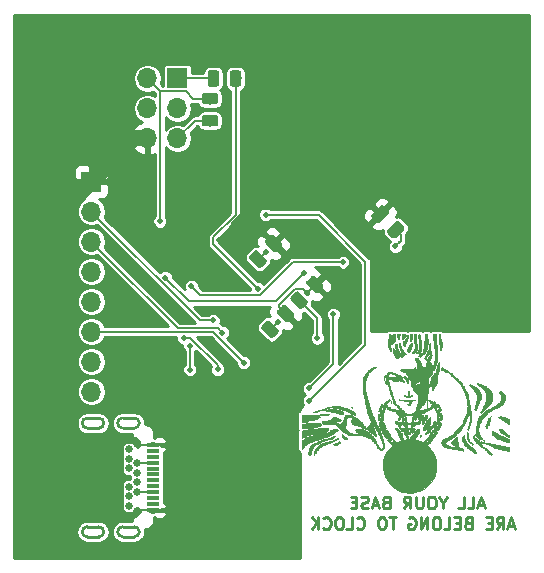
<source format=gbl>
G04 #@! TF.GenerationSoftware,KiCad,Pcbnew,(5.0.1)-4*
G04 #@! TF.CreationDate,2018-12-07T22:44:18-08:00*
G04 #@! TF.ProjectId,control_board,636F6E74726F6C5F626F6172642E6B69,rev?*
G04 #@! TF.SameCoordinates,Original*
G04 #@! TF.FileFunction,Copper,L2,Bot,Signal*
G04 #@! TF.FilePolarity,Positive*
%FSLAX46Y46*%
G04 Gerber Fmt 4.6, Leading zero omitted, Abs format (unit mm)*
G04 Created by KiCad (PCBNEW (5.0.1)-4) date 12/7/2018 10:44:18 PM*
%MOMM*%
%LPD*%
G01*
G04 APERTURE LIST*
G04 #@! TA.AperFunction,NonConductor*
%ADD10C,0.250000*%
G04 #@! TD*
G04 #@! TA.AperFunction,EtchedComponent*
%ADD11C,0.250000*%
G04 #@! TD*
G04 #@! TA.AperFunction,EtchedComponent*
%ADD12C,0.010000*%
G04 #@! TD*
G04 #@! TA.AperFunction,Conductor*
%ADD13C,0.100000*%
G04 #@! TD*
G04 #@! TA.AperFunction,SMDPad,CuDef*
%ADD14C,0.975000*%
G04 #@! TD*
G04 #@! TA.AperFunction,SMDPad,CuDef*
%ADD15R,1.100000X0.300000*%
G04 #@! TD*
G04 #@! TA.AperFunction,ComponentPad*
%ADD16C,0.650000*%
G04 #@! TD*
G04 #@! TA.AperFunction,ComponentPad*
%ADD17R,1.700000X1.700000*%
G04 #@! TD*
G04 #@! TA.AperFunction,ComponentPad*
%ADD18O,1.700000X1.700000*%
G04 #@! TD*
G04 #@! TA.AperFunction,ViaPad*
%ADD19C,0.508000*%
G04 #@! TD*
G04 #@! TA.AperFunction,Conductor*
%ADD20C,0.152400*%
G04 #@! TD*
G04 #@! TA.AperFunction,Conductor*
%ADD21C,0.609600*%
G04 #@! TD*
G04 #@! TA.AperFunction,Conductor*
%ADD22C,1.371600*%
G04 #@! TD*
G04 #@! TA.AperFunction,Conductor*
%ADD23C,0.254000*%
G04 #@! TD*
%ADD24C,0.254000*%
G04 APERTURE END LIST*
D10*
X169726809Y-67338266D02*
X169250619Y-67338266D01*
X169822047Y-67623980D02*
X169488714Y-66623980D01*
X169155380Y-67623980D01*
X168345857Y-67623980D02*
X168822047Y-67623980D01*
X168822047Y-66623980D01*
X167536333Y-67623980D02*
X168012523Y-67623980D01*
X168012523Y-66623980D01*
X166250619Y-67147790D02*
X166250619Y-67623980D01*
X166583952Y-66623980D02*
X166250619Y-67147790D01*
X165917285Y-66623980D01*
X165393476Y-66623980D02*
X165203000Y-66623980D01*
X165107761Y-66671600D01*
X165012523Y-66766838D01*
X164964904Y-66957314D01*
X164964904Y-67290647D01*
X165012523Y-67481123D01*
X165107761Y-67576361D01*
X165203000Y-67623980D01*
X165393476Y-67623980D01*
X165488714Y-67576361D01*
X165583952Y-67481123D01*
X165631571Y-67290647D01*
X165631571Y-66957314D01*
X165583952Y-66766838D01*
X165488714Y-66671600D01*
X165393476Y-66623980D01*
X164536333Y-66623980D02*
X164536333Y-67433504D01*
X164488714Y-67528742D01*
X164441095Y-67576361D01*
X164345857Y-67623980D01*
X164155380Y-67623980D01*
X164060142Y-67576361D01*
X164012523Y-67528742D01*
X163964904Y-67433504D01*
X163964904Y-66623980D01*
X162917285Y-67623980D02*
X163250619Y-67147790D01*
X163488714Y-67623980D02*
X163488714Y-66623980D01*
X163107761Y-66623980D01*
X163012523Y-66671600D01*
X162964904Y-66719219D01*
X162917285Y-66814457D01*
X162917285Y-66957314D01*
X162964904Y-67052552D01*
X163012523Y-67100171D01*
X163107761Y-67147790D01*
X163488714Y-67147790D01*
X161393476Y-67100171D02*
X161250619Y-67147790D01*
X161203000Y-67195409D01*
X161155380Y-67290647D01*
X161155380Y-67433504D01*
X161203000Y-67528742D01*
X161250619Y-67576361D01*
X161345857Y-67623980D01*
X161726809Y-67623980D01*
X161726809Y-66623980D01*
X161393476Y-66623980D01*
X161298238Y-66671600D01*
X161250619Y-66719219D01*
X161203000Y-66814457D01*
X161203000Y-66909695D01*
X161250619Y-67004933D01*
X161298238Y-67052552D01*
X161393476Y-67100171D01*
X161726809Y-67100171D01*
X160774428Y-67338266D02*
X160298238Y-67338266D01*
X160869666Y-67623980D02*
X160536333Y-66623980D01*
X160203000Y-67623980D01*
X159917285Y-67576361D02*
X159774428Y-67623980D01*
X159536333Y-67623980D01*
X159441095Y-67576361D01*
X159393476Y-67528742D01*
X159345857Y-67433504D01*
X159345857Y-67338266D01*
X159393476Y-67243028D01*
X159441095Y-67195409D01*
X159536333Y-67147790D01*
X159726809Y-67100171D01*
X159822047Y-67052552D01*
X159869666Y-67004933D01*
X159917285Y-66909695D01*
X159917285Y-66814457D01*
X159869666Y-66719219D01*
X159822047Y-66671600D01*
X159726809Y-66623980D01*
X159488714Y-66623980D01*
X159345857Y-66671600D01*
X158917285Y-67100171D02*
X158583952Y-67100171D01*
X158441095Y-67623980D02*
X158917285Y-67623980D01*
X158917285Y-66623980D01*
X158441095Y-66623980D01*
X172274428Y-69088266D02*
X171798238Y-69088266D01*
X172369666Y-69373980D02*
X172036333Y-68373980D01*
X171702999Y-69373980D01*
X170798238Y-69373980D02*
X171131571Y-68897790D01*
X171369666Y-69373980D02*
X171369666Y-68373980D01*
X170988714Y-68373980D01*
X170893476Y-68421600D01*
X170845857Y-68469219D01*
X170798238Y-68564457D01*
X170798238Y-68707314D01*
X170845857Y-68802552D01*
X170893476Y-68850171D01*
X170988714Y-68897790D01*
X171369666Y-68897790D01*
X170369666Y-68850171D02*
X170036333Y-68850171D01*
X169893476Y-69373980D02*
X170369666Y-69373980D01*
X170369666Y-68373980D01*
X169893476Y-68373980D01*
X168369666Y-68850171D02*
X168226809Y-68897790D01*
X168179190Y-68945409D01*
X168131571Y-69040647D01*
X168131571Y-69183504D01*
X168179190Y-69278742D01*
X168226809Y-69326361D01*
X168322047Y-69373980D01*
X168702999Y-69373980D01*
X168702999Y-68373980D01*
X168369666Y-68373980D01*
X168274428Y-68421600D01*
X168226809Y-68469219D01*
X168179190Y-68564457D01*
X168179190Y-68659695D01*
X168226809Y-68754933D01*
X168274428Y-68802552D01*
X168369666Y-68850171D01*
X168702999Y-68850171D01*
X167702999Y-68850171D02*
X167369666Y-68850171D01*
X167226809Y-69373980D02*
X167702999Y-69373980D01*
X167702999Y-68373980D01*
X167226809Y-68373980D01*
X166322047Y-69373980D02*
X166798238Y-69373980D01*
X166798238Y-68373980D01*
X165798238Y-68373980D02*
X165607761Y-68373980D01*
X165512523Y-68421600D01*
X165417285Y-68516838D01*
X165369666Y-68707314D01*
X165369666Y-69040647D01*
X165417285Y-69231123D01*
X165512523Y-69326361D01*
X165607761Y-69373980D01*
X165798238Y-69373980D01*
X165893476Y-69326361D01*
X165988714Y-69231123D01*
X166036333Y-69040647D01*
X166036333Y-68707314D01*
X165988714Y-68516838D01*
X165893476Y-68421600D01*
X165798238Y-68373980D01*
X164941095Y-69373980D02*
X164941095Y-68373980D01*
X164369666Y-69373980D01*
X164369666Y-68373980D01*
X163369666Y-68421600D02*
X163464904Y-68373980D01*
X163607761Y-68373980D01*
X163750619Y-68421600D01*
X163845857Y-68516838D01*
X163893476Y-68612076D01*
X163941095Y-68802552D01*
X163941095Y-68945409D01*
X163893476Y-69135885D01*
X163845857Y-69231123D01*
X163750619Y-69326361D01*
X163607761Y-69373980D01*
X163512523Y-69373980D01*
X163369666Y-69326361D01*
X163322047Y-69278742D01*
X163322047Y-68945409D01*
X163512523Y-68945409D01*
X162274428Y-68373980D02*
X161702999Y-68373980D01*
X161988714Y-69373980D02*
X161988714Y-68373980D01*
X161179190Y-68373980D02*
X160988714Y-68373980D01*
X160893476Y-68421600D01*
X160798238Y-68516838D01*
X160750619Y-68707314D01*
X160750619Y-69040647D01*
X160798238Y-69231123D01*
X160893476Y-69326361D01*
X160988714Y-69373980D01*
X161179190Y-69373980D01*
X161274428Y-69326361D01*
X161369666Y-69231123D01*
X161417285Y-69040647D01*
X161417285Y-68707314D01*
X161369666Y-68516838D01*
X161274428Y-68421600D01*
X161179190Y-68373980D01*
X158988714Y-69278742D02*
X159036333Y-69326361D01*
X159179190Y-69373980D01*
X159274428Y-69373980D01*
X159417285Y-69326361D01*
X159512523Y-69231123D01*
X159560142Y-69135885D01*
X159607761Y-68945409D01*
X159607761Y-68802552D01*
X159560142Y-68612076D01*
X159512523Y-68516838D01*
X159417285Y-68421600D01*
X159274428Y-68373980D01*
X159179190Y-68373980D01*
X159036333Y-68421600D01*
X158988714Y-68469219D01*
X158083952Y-69373980D02*
X158560142Y-69373980D01*
X158560142Y-68373980D01*
X157560142Y-68373980D02*
X157369666Y-68373980D01*
X157274428Y-68421600D01*
X157179190Y-68516838D01*
X157131571Y-68707314D01*
X157131571Y-69040647D01*
X157179190Y-69231123D01*
X157274428Y-69326361D01*
X157369666Y-69373980D01*
X157560142Y-69373980D01*
X157655380Y-69326361D01*
X157750619Y-69231123D01*
X157798238Y-69040647D01*
X157798238Y-68707314D01*
X157750619Y-68516838D01*
X157655380Y-68421600D01*
X157560142Y-68373980D01*
X156131571Y-69278742D02*
X156179190Y-69326361D01*
X156322047Y-69373980D01*
X156417285Y-69373980D01*
X156560142Y-69326361D01*
X156655380Y-69231123D01*
X156702999Y-69135885D01*
X156750619Y-68945409D01*
X156750619Y-68802552D01*
X156702999Y-68612076D01*
X156655380Y-68516838D01*
X156560142Y-68421600D01*
X156417285Y-68373980D01*
X156322047Y-68373980D01*
X156179190Y-68421600D01*
X156131571Y-68469219D01*
X155702999Y-69373980D02*
X155702999Y-68373980D01*
X155131571Y-69373980D02*
X155560142Y-68802552D01*
X155131571Y-68373980D02*
X155702999Y-68945409D01*
D11*
G04 #@! TO.C,J1*
X140120800Y-70023600D02*
G75*
G03X140545800Y-69598600I0J425000D01*
G01*
X140545800Y-69598600D02*
G75*
G03X140120800Y-69173600I-425000J0D01*
G01*
X140120800Y-69173600D02*
X139120800Y-69173600D01*
X139120800Y-69173600D02*
G75*
G03X138695800Y-69598600I0J-425000D01*
G01*
X138695800Y-69598600D02*
G75*
G03X139120800Y-70023600I425000J0D01*
G01*
X139120800Y-70023600D02*
X140120800Y-70023600D01*
X137120800Y-70023600D02*
G75*
G03X137545800Y-69598600I0J425000D01*
G01*
X137545800Y-69598600D02*
G75*
G03X137120800Y-69173600I-425000J0D01*
G01*
X137120800Y-69173600D02*
X136120800Y-69173600D01*
X136120800Y-69173600D02*
G75*
G03X135695800Y-69598600I0J-425000D01*
G01*
X135695800Y-69598600D02*
G75*
G03X136120800Y-70023600I425000J0D01*
G01*
X136120800Y-70023600D02*
X137120800Y-70023600D01*
X140120800Y-60823600D02*
G75*
G03X140545800Y-60398600I0J425000D01*
G01*
X140545800Y-60398600D02*
G75*
G03X140120800Y-59973600I-425000J0D01*
G01*
X140120800Y-59973600D02*
X139120800Y-59973600D01*
X139120800Y-59973600D02*
G75*
G03X138695800Y-60398600I0J-425000D01*
G01*
X138695800Y-60398600D02*
G75*
G03X139120800Y-60823600I425000J0D01*
G01*
X139120800Y-60823600D02*
X140120800Y-60823600D01*
X137120800Y-60823600D02*
G75*
G03X137545800Y-60398600I0J425000D01*
G01*
X137545800Y-60398600D02*
G75*
G03X137120800Y-59973600I-425000J0D01*
G01*
X137120800Y-59973600D02*
X136120800Y-59973600D01*
X136120800Y-59973600D02*
G75*
G03X135695800Y-60398600I0J-425000D01*
G01*
X135695800Y-60398600D02*
G75*
G03X136120800Y-60823600I425000J0D01*
G01*
X136120800Y-60823600D02*
X137120800Y-60823600D01*
D12*
G04 #@! TO.C,G\002A\002A\002A*
G36*
X165483023Y-58575367D02*
X165483951Y-58642261D01*
X165503103Y-58720151D01*
X165531706Y-58781336D01*
X165570143Y-58849948D01*
X165578649Y-58886762D01*
X165557232Y-58901021D01*
X165531800Y-58902600D01*
X165488523Y-58921350D01*
X165476976Y-58959750D01*
X165477544Y-59059108D01*
X165497841Y-59121021D01*
X165516377Y-59141376D01*
X165544382Y-59180272D01*
X165577919Y-59249003D01*
X165596503Y-59296300D01*
X165640416Y-59401372D01*
X165682762Y-59472280D01*
X165719641Y-59505889D01*
X165747152Y-59499062D01*
X165761394Y-59448665D01*
X165762406Y-59429650D01*
X165766848Y-59384936D01*
X165775230Y-59380497D01*
X165777118Y-59385200D01*
X165797938Y-59445223D01*
X165803779Y-59461400D01*
X165818332Y-59520797D01*
X165820330Y-59573322D01*
X165812233Y-59607820D01*
X165796503Y-59613140D01*
X165777151Y-59582050D01*
X165759689Y-59565877D01*
X165737323Y-59588400D01*
X165724132Y-59631624D01*
X165715220Y-59709150D01*
X165710530Y-59807873D01*
X165710004Y-59914687D01*
X165713585Y-60016489D01*
X165721215Y-60100172D01*
X165732836Y-60152632D01*
X165739851Y-60162898D01*
X165772306Y-60163155D01*
X165780068Y-60151697D01*
X165801657Y-60123548D01*
X165808423Y-60121800D01*
X165820647Y-60143336D01*
X165820225Y-60196551D01*
X165808732Y-60264356D01*
X165789705Y-60325000D01*
X165763621Y-60388500D01*
X165762011Y-60316787D01*
X165752194Y-60264427D01*
X165722430Y-60252652D01*
X165718673Y-60253287D01*
X165690270Y-60263721D01*
X165666215Y-60289003D01*
X165640140Y-60339408D01*
X165605676Y-60425212D01*
X165595530Y-60452000D01*
X165555944Y-60549182D01*
X165511276Y-60648086D01*
X165500712Y-60669695D01*
X165469434Y-60743818D01*
X165465504Y-60794903D01*
X165476776Y-60825105D01*
X165491949Y-60872172D01*
X165487231Y-60894502D01*
X165490909Y-60901868D01*
X165511671Y-60895836D01*
X165541442Y-60893368D01*
X165541019Y-60927352D01*
X165539902Y-60931761D01*
X165518085Y-60981971D01*
X165489170Y-61015739D01*
X165464584Y-61023651D01*
X165455600Y-61001210D01*
X165440977Y-60964137D01*
X165403775Y-60962339D01*
X165353996Y-60992117D01*
X165301640Y-61049770D01*
X165293876Y-61061055D01*
X165254629Y-61122729D01*
X165230573Y-61165097D01*
X165227000Y-61174473D01*
X165214487Y-61200972D01*
X165182204Y-61256367D01*
X165150800Y-61306990D01*
X165108226Y-61382316D01*
X165080569Y-61446973D01*
X165074600Y-61474835D01*
X165088649Y-61511310D01*
X165124430Y-61511153D01*
X165172393Y-61477756D01*
X165216541Y-61424390D01*
X165254271Y-61375870D01*
X165280687Y-61355267D01*
X165284576Y-61356242D01*
X165283754Y-61385639D01*
X165264072Y-61435967D01*
X165235847Y-61486570D01*
X165209395Y-61516794D01*
X165203382Y-61518800D01*
X165180532Y-61538533D01*
X165139814Y-61590249D01*
X165090407Y-61662205D01*
X165040090Y-61752180D01*
X165014778Y-61824631D01*
X165015359Y-61872331D01*
X165042724Y-61888053D01*
X165063201Y-61883086D01*
X165097532Y-61879053D01*
X165096949Y-61904194D01*
X165064269Y-61953670D01*
X165002310Y-62022644D01*
X164955122Y-62068688D01*
X164879664Y-62136014D01*
X164822007Y-62181231D01*
X164786731Y-62202314D01*
X164778413Y-62197237D01*
X164801633Y-62163975D01*
X164843873Y-62117894D01*
X164896380Y-62050955D01*
X164908264Y-62003016D01*
X164879171Y-61978373D01*
X164855562Y-61976000D01*
X164815385Y-61994134D01*
X164764849Y-62038922D01*
X164754516Y-62050638D01*
X164691712Y-62125277D01*
X164508506Y-62027110D01*
X164298092Y-61930026D01*
X164058060Y-61845646D01*
X163809277Y-61781030D01*
X163741100Y-61767480D01*
X163563300Y-61734700D01*
X163683950Y-61726958D01*
X163764152Y-61716187D01*
X163800663Y-61695606D01*
X163803979Y-61683900D01*
X163677600Y-61683900D01*
X163664900Y-61696600D01*
X163652200Y-61683900D01*
X163664900Y-61671200D01*
X163677600Y-61683900D01*
X163803979Y-61683900D01*
X163804600Y-61681711D01*
X163825126Y-61640584D01*
X163842700Y-61629585D01*
X163876483Y-61596085D01*
X163880800Y-61576864D01*
X163897690Y-61550369D01*
X163917318Y-61552778D01*
X163950001Y-61545149D01*
X163961780Y-61511045D01*
X163985352Y-61466046D01*
X164014163Y-61458827D01*
X164047109Y-61447431D01*
X164058388Y-61399189D01*
X164058600Y-61386599D01*
X164071236Y-61323742D01*
X164107643Y-61298019D01*
X164142808Y-61272864D01*
X164143025Y-61249597D01*
X164149808Y-61220369D01*
X164182883Y-61214000D01*
X164211774Y-61209489D01*
X164227877Y-61188411D01*
X164234863Y-61139443D01*
X164236400Y-61051264D01*
X164236400Y-60883800D01*
X164147500Y-60883800D01*
X164088740Y-60890179D01*
X164059368Y-60905866D01*
X164058600Y-60909200D01*
X164038152Y-60932017D01*
X164022212Y-60934600D01*
X163985995Y-60955753D01*
X163969700Y-60985400D01*
X163941475Y-61026587D01*
X163917189Y-61036200D01*
X163884594Y-61055681D01*
X163880800Y-61071189D01*
X163862921Y-61116875D01*
X163847029Y-61134207D01*
X163824750Y-61181053D01*
X163824512Y-61238917D01*
X163826879Y-61293150D01*
X163806228Y-61313512D01*
X163782083Y-61315600D01*
X163739258Y-61325046D01*
X163728400Y-61339288D01*
X163707453Y-61365145D01*
X163678116Y-61378936D01*
X163639993Y-61404159D01*
X163633666Y-61425097D01*
X163618415Y-61448746D01*
X163595050Y-61451772D01*
X163557105Y-61468317D01*
X163550600Y-61493504D01*
X163532122Y-61539503D01*
X163512942Y-61553215D01*
X163487154Y-61583707D01*
X163489996Y-61641229D01*
X163493843Y-61696129D01*
X163469012Y-61722761D01*
X163445105Y-61730748D01*
X163357989Y-61749598D01*
X163309131Y-61742959D01*
X163289463Y-61703809D01*
X163289916Y-61625126D01*
X163290999Y-61611404D01*
X163295437Y-61531569D01*
X163289128Y-61488327D01*
X163268193Y-61467938D01*
X163248639Y-61461382D01*
X163214848Y-61443943D01*
X163198967Y-61405288D01*
X163195001Y-61330808D01*
X163195000Y-61330677D01*
X163191200Y-61257067D01*
X163176793Y-61222014D01*
X163150550Y-61213611D01*
X163122433Y-61208589D01*
X163140562Y-61191386D01*
X163159940Y-61166247D01*
X163146912Y-61152175D01*
X163126281Y-61116336D01*
X163118800Y-61063211D01*
X163106010Y-60999197D01*
X163080700Y-60960000D01*
X163050324Y-60910743D01*
X163042600Y-60867989D01*
X163029552Y-60820260D01*
X163006578Y-60807600D01*
X162949713Y-60798637D01*
X162933716Y-60793463D01*
X162898029Y-60801532D01*
X162883217Y-60831563D01*
X162860676Y-60868477D01*
X162809638Y-60882761D01*
X162778278Y-60883800D01*
X162711591Y-60875975D01*
X162687356Y-60850793D01*
X162687000Y-60845700D01*
X162707644Y-60813016D01*
X162729334Y-60807600D01*
X162758041Y-60800653D01*
X162756648Y-60792580D01*
X162723366Y-60787295D01*
X162688915Y-60794292D01*
X162645666Y-60824086D01*
X162639498Y-60862908D01*
X162671161Y-60891780D01*
X162695347Y-60925873D01*
X162694060Y-60968292D01*
X162694982Y-61018777D01*
X162716249Y-61029793D01*
X162810977Y-61033487D01*
X162858586Y-61055647D01*
X162864800Y-61074300D01*
X162885976Y-61105328D01*
X162915600Y-61112400D01*
X162949203Y-61121197D01*
X162963792Y-61156509D01*
X162966400Y-61211177D01*
X162971204Y-61276762D01*
X162989264Y-61303881D01*
X163010850Y-61306427D01*
X163047168Y-61321709D01*
X163055300Y-61360836D01*
X163067080Y-61414305D01*
X163084984Y-61437258D01*
X163107231Y-61473102D01*
X163122177Y-61536128D01*
X163123084Y-61544421D01*
X163139793Y-61611962D01*
X163169600Y-61633100D01*
X163200254Y-61655163D01*
X163207700Y-61696286D01*
X163201684Y-61735869D01*
X163174885Y-61758368D01*
X163114183Y-61772663D01*
X163089310Y-61776407D01*
X163005627Y-61790327D01*
X162935687Y-61805233D01*
X162917860Y-61810182D01*
X162878514Y-61814358D01*
X162865457Y-61783554D01*
X162864800Y-61762801D01*
X162846571Y-61696157D01*
X162815226Y-61652393D01*
X162787356Y-61614687D01*
X162770153Y-61556891D01*
X162760546Y-61466316D01*
X162758076Y-61416454D01*
X162753365Y-61319684D01*
X162745916Y-61262503D01*
X162731353Y-61233728D01*
X162705297Y-61222174D01*
X162680650Y-61218662D01*
X162632887Y-61206318D01*
X162613759Y-61173324D01*
X162610800Y-61123412D01*
X162602205Y-61058331D01*
X162574947Y-61036266D01*
X162572700Y-61036200D01*
X162541672Y-61015024D01*
X162534600Y-60985400D01*
X162516640Y-60942948D01*
X162483800Y-60934600D01*
X162442526Y-60923963D01*
X162433000Y-60909200D01*
X162411679Y-60888711D01*
X162381087Y-60883800D01*
X162340692Y-60869298D01*
X162336637Y-60839350D01*
X162326281Y-60803292D01*
X162274251Y-60786862D01*
X162274250Y-60786862D01*
X162225351Y-60787059D01*
X162206874Y-60813003D01*
X162204400Y-60856712D01*
X162214762Y-60917187D01*
X162243614Y-60934600D01*
X162273673Y-60954110D01*
X162275364Y-60979050D01*
X162283944Y-61013436D01*
X162312350Y-61016036D01*
X162349338Y-61027084D01*
X162356800Y-61058624D01*
X162376067Y-61103532D01*
X162401205Y-61117226D01*
X162440331Y-61142688D01*
X162448136Y-61163539D01*
X162450474Y-61210889D01*
X162453390Y-61285716D01*
X162454532Y-61318987D01*
X162461556Y-61395230D01*
X162479954Y-61434784D01*
X162509305Y-61449987D01*
X162546367Y-61475410D01*
X162544688Y-61503749D01*
X162545979Y-61535510D01*
X162586006Y-61544200D01*
X162623079Y-61549977D01*
X162634516Y-61577047D01*
X162628421Y-61633100D01*
X162623767Y-61695368D01*
X162638924Y-61720214D01*
X162650497Y-61722000D01*
X162682778Y-61742366D01*
X162687000Y-61760100D01*
X162708461Y-61791051D01*
X162740911Y-61798200D01*
X162775683Y-61806997D01*
X162770363Y-61829067D01*
X162731658Y-61857923D01*
X162666275Y-61887081D01*
X162640157Y-61895613D01*
X162569318Y-61922562D01*
X162473981Y-61966219D01*
X162373503Y-62017659D01*
X162363032Y-62023374D01*
X162184154Y-62121700D01*
X162092919Y-62030465D01*
X162037571Y-61977994D01*
X162003436Y-61957939D01*
X161977355Y-61965308D01*
X161960621Y-61980293D01*
X161934226Y-62014226D01*
X161943595Y-62044161D01*
X161966729Y-62069627D01*
X162019504Y-62127025D01*
X162052000Y-62165407D01*
X162075122Y-62199705D01*
X162067609Y-62204488D01*
X162036139Y-62184715D01*
X161987391Y-62145346D01*
X161928043Y-62091340D01*
X161864772Y-62027654D01*
X161860816Y-62023440D01*
X161797005Y-61954134D01*
X161764413Y-61912896D01*
X161759255Y-61890977D01*
X161777747Y-61879629D01*
X161796497Y-61874754D01*
X161845742Y-61856096D01*
X161853370Y-61841913D01*
X161738877Y-61841913D01*
X161717206Y-61830220D01*
X161709682Y-61824082D01*
X161677796Y-61793441D01*
X161671000Y-61782389D01*
X161684597Y-61770242D01*
X161712094Y-61785552D01*
X161732364Y-61814492D01*
X161738877Y-61841913D01*
X161853370Y-61841913D01*
X161862175Y-61825543D01*
X161845378Y-61774838D01*
X161794931Y-61695719D01*
X161786823Y-61684244D01*
X161738848Y-61614866D01*
X161717779Y-61574051D01*
X161720590Y-61549317D01*
X161744255Y-61528181D01*
X161748297Y-61525333D01*
X161767516Y-61506100D01*
X161669792Y-61506100D01*
X161621875Y-61448950D01*
X161568148Y-61403190D01*
X161520412Y-61389955D01*
X161489884Y-61405741D01*
X161487786Y-61447041D01*
X161506397Y-61485022D01*
X161531586Y-61530925D01*
X161526281Y-61541653D01*
X161495026Y-61518812D01*
X161442366Y-61464010D01*
X161440293Y-61461650D01*
X161396447Y-61409844D01*
X161384018Y-61383509D01*
X161400942Y-61369906D01*
X161424248Y-61362581D01*
X161455004Y-61349451D01*
X161447251Y-61343531D01*
X161426104Y-61327147D01*
X161429521Y-61315890D01*
X161425619Y-61300968D01*
X161409689Y-61304346D01*
X161364167Y-61297271D01*
X161322488Y-61242567D01*
X161305139Y-61201300D01*
X161296539Y-61167902D01*
X161312646Y-61176131D01*
X161318976Y-61182250D01*
X161367782Y-61210181D01*
X161414910Y-61209202D01*
X161441278Y-61181057D01*
X161442400Y-61170965D01*
X161452730Y-61156436D01*
X161484466Y-61186167D01*
X161504130Y-61211600D01*
X161540029Y-61272484D01*
X161553700Y-61321481D01*
X161552213Y-61330835D01*
X161557743Y-61361857D01*
X161573033Y-61366598D01*
X161606958Y-61387661D01*
X161638646Y-61436448D01*
X161669792Y-61506100D01*
X161767516Y-61506100D01*
X161786942Y-61486661D01*
X161797457Y-61460209D01*
X161784190Y-61426925D01*
X161749209Y-61362157D01*
X161698988Y-61276680D01*
X161640003Y-61181271D01*
X161603609Y-61125100D01*
X161290000Y-61125100D01*
X161277300Y-61137800D01*
X161264600Y-61125100D01*
X161277300Y-61112400D01*
X161290000Y-61125100D01*
X161603609Y-61125100D01*
X161587152Y-61099700D01*
X161188400Y-61099700D01*
X161175700Y-61112400D01*
X161163000Y-61099700D01*
X161175700Y-61087000D01*
X161188400Y-61099700D01*
X161587152Y-61099700D01*
X161578732Y-61086705D01*
X161531185Y-61017150D01*
X161488109Y-60978118D01*
X161439251Y-60960830D01*
X161401632Y-60968370D01*
X161391036Y-60991750D01*
X161378818Y-60995629D01*
X161350927Y-60970919D01*
X161319280Y-60931682D01*
X161295798Y-60891982D01*
X161290565Y-60873216D01*
X161302105Y-60862930D01*
X161306713Y-60866646D01*
X161336633Y-60868479D01*
X161370360Y-60840178D01*
X161379885Y-60820300D01*
X161290000Y-60820300D01*
X161277300Y-60833000D01*
X161264600Y-60820300D01*
X161277300Y-60807600D01*
X161290000Y-60820300D01*
X161379885Y-60820300D01*
X161390648Y-60797839D01*
X161391600Y-60787432D01*
X161381707Y-60741427D01*
X161373393Y-60716523D01*
X161211346Y-60716523D01*
X161194719Y-60722591D01*
X161193888Y-60722091D01*
X161156684Y-60724177D01*
X161132773Y-60742505D01*
X161088253Y-60772084D01*
X161054820Y-60753331D01*
X161040128Y-60706882D01*
X161046435Y-60652499D01*
X161065528Y-60626711D01*
X161079519Y-60610079D01*
X161046194Y-60604798D01*
X161045068Y-60604788D01*
X160990397Y-60582461D01*
X160962438Y-60523780D01*
X160960573Y-60494372D01*
X160970958Y-60487888D01*
X160986997Y-60508725D01*
X161015315Y-60538087D01*
X161054880Y-60526286D01*
X161060782Y-60522691D01*
X161093692Y-60491455D01*
X161096359Y-60472316D01*
X161102730Y-60453213D01*
X161111330Y-60452000D01*
X161140360Y-60475356D01*
X161171198Y-60538142D01*
X161198952Y-60629429D01*
X161206914Y-60665499D01*
X161211346Y-60716523D01*
X161373393Y-60716523D01*
X161355760Y-60663707D01*
X161319358Y-60568509D01*
X161278099Y-60470073D01*
X161237582Y-60382637D01*
X161237328Y-60382150D01*
X161111812Y-60382150D01*
X161107801Y-60419264D01*
X161092861Y-60410139D01*
X161086800Y-60401200D01*
X161065279Y-60358641D01*
X161061789Y-60344050D01*
X161080858Y-60325531D01*
X161086800Y-60325000D01*
X161106474Y-60346512D01*
X161111812Y-60382150D01*
X161237328Y-60382150D01*
X161216830Y-60342938D01*
X161169859Y-60284595D01*
X161115369Y-60249748D01*
X161110556Y-60248411D01*
X161060367Y-60222294D01*
X161041005Y-60192527D01*
X161047015Y-60163104D01*
X161085322Y-60164853D01*
X161109806Y-60170934D01*
X161126109Y-60168379D01*
X161136140Y-60148906D01*
X161141807Y-60104235D01*
X161145022Y-60026087D01*
X161147694Y-59906179D01*
X161147970Y-59893200D01*
X161026988Y-59893200D01*
X161025601Y-59986799D01*
X161021940Y-60048082D01*
X161016615Y-60070216D01*
X161012197Y-60058610D01*
X160986087Y-59997390D01*
X160951455Y-59973851D01*
X160908040Y-59986444D01*
X160890233Y-60022980D01*
X160877427Y-60062688D01*
X160865700Y-60055401D01*
X160855718Y-60031539D01*
X160840558Y-59957756D01*
X160837372Y-59862553D01*
X160845943Y-59772474D01*
X160858200Y-59728100D01*
X160874897Y-59693820D01*
X160880637Y-59707235D01*
X160881815Y-59734450D01*
X160887230Y-59779131D01*
X160894223Y-59791600D01*
X160924134Y-59799486D01*
X160943722Y-59806518D01*
X160975819Y-59801651D01*
X161000003Y-59753738D01*
X161004845Y-59736668D01*
X161015113Y-59708006D01*
X161021856Y-59717689D01*
X161025623Y-59769599D01*
X161026963Y-59867617D01*
X161026988Y-59893200D01*
X161147970Y-59893200D01*
X161147230Y-59752378D01*
X161137463Y-59659175D01*
X161117961Y-59611093D01*
X161088020Y-59605637D01*
X161069890Y-59617294D01*
X161042420Y-59633947D01*
X161037118Y-59611307D01*
X161039911Y-59587577D01*
X161061422Y-59538402D01*
X161109294Y-59525292D01*
X161140325Y-59523490D01*
X161164332Y-59512757D01*
X161188043Y-59484389D01*
X161218190Y-59429679D01*
X161261503Y-59339924D01*
X161275473Y-59310362D01*
X161326088Y-59167992D01*
X161339993Y-59030962D01*
X161338537Y-58952327D01*
X161332992Y-58916810D01*
X161319827Y-58916732D01*
X161298476Y-58940700D01*
X161257766Y-58991500D01*
X161277008Y-58940700D01*
X161301181Y-58878152D01*
X161323960Y-58820404D01*
X161338909Y-58758679D01*
X161323048Y-58722287D01*
X161291277Y-58705131D01*
X161257825Y-58722354D01*
X161217316Y-58778822D01*
X161176547Y-58854862D01*
X161130813Y-58954516D01*
X161114468Y-59017973D01*
X161128420Y-59051102D01*
X161173578Y-59059773D01*
X161207801Y-59056815D01*
X161220871Y-59070583D01*
X161210450Y-59121177D01*
X161186278Y-59187156D01*
X161153863Y-59272704D01*
X161128497Y-59347159D01*
X161119396Y-59379225D01*
X161100142Y-59430194D01*
X161083768Y-59450574D01*
X161065835Y-59445354D01*
X161062266Y-59411545D01*
X161072200Y-59369024D01*
X161088433Y-59342927D01*
X161098196Y-59308277D01*
X161073919Y-59274347D01*
X161021693Y-59236586D01*
X160987517Y-59246084D01*
X160978299Y-59264550D01*
X160974076Y-59265860D01*
X160977884Y-59226863D01*
X160978852Y-59220100D01*
X160997400Y-59155970D01*
X161033504Y-59070569D01*
X161065521Y-59007912D01*
X161112940Y-58908181D01*
X161124767Y-58842283D01*
X161100974Y-58807779D01*
X161063235Y-58801000D01*
X161028023Y-58815170D01*
X160990032Y-58862478D01*
X160943754Y-58950113D01*
X160935438Y-58967872D01*
X160897506Y-59052779D01*
X160869949Y-59120094D01*
X160858283Y-59156279D01*
X160858200Y-59157510D01*
X160848062Y-59193303D01*
X160822872Y-59253935D01*
X160814452Y-59272018D01*
X160788087Y-59332011D01*
X160786581Y-59366346D01*
X160812584Y-59395057D01*
X160832792Y-59410593D01*
X160882402Y-59439881D01*
X160915072Y-59444944D01*
X160915239Y-59444844D01*
X160924035Y-59459124D01*
X160922872Y-59509735D01*
X160918765Y-59542080D01*
X160904799Y-59619317D01*
X160893000Y-59660027D01*
X160885377Y-59659147D01*
X160883600Y-59630733D01*
X160863711Y-59598802D01*
X160817383Y-59588350D01*
X160764628Y-59600286D01*
X160733359Y-59623898D01*
X160718160Y-59671366D01*
X160710648Y-59766031D01*
X160711062Y-59904841D01*
X160711199Y-59909648D01*
X160718500Y-60159900D01*
X160791944Y-60168283D01*
X160853627Y-60163669D01*
X160886805Y-60142883D01*
X160904318Y-60124874D01*
X160908612Y-60150375D01*
X160913765Y-60204901D01*
X160924233Y-60267810D01*
X160930590Y-60320413D01*
X160913073Y-60338227D01*
X160874923Y-60336885D01*
X160825858Y-60341178D01*
X160800924Y-60377645D01*
X160794311Y-60402972D01*
X160796975Y-60490824D01*
X160816304Y-60530487D01*
X160840072Y-60585343D01*
X160839660Y-60623160D01*
X160846043Y-60665972D01*
X160865955Y-60684434D01*
X160898023Y-60723456D01*
X160921988Y-60788357D01*
X160923740Y-60796836D01*
X160945248Y-60868053D01*
X160974905Y-60920517D01*
X160977375Y-60923146D01*
X161030839Y-60953841D01*
X161089326Y-60957824D01*
X161133039Y-60936003D01*
X161143199Y-60915550D01*
X161153364Y-60889776D01*
X161170784Y-60905591D01*
X161185118Y-60930234D01*
X161202531Y-60980187D01*
X161204170Y-61025591D01*
X161193015Y-61052871D01*
X161172043Y-61048453D01*
X161162023Y-61035488D01*
X161142230Y-61015803D01*
X161137989Y-61029052D01*
X161119268Y-61048454D01*
X161099500Y-61045385D01*
X161068584Y-61049332D01*
X161061400Y-61083485D01*
X161073548Y-61122199D01*
X161096931Y-61122571D01*
X161135201Y-61123886D01*
X161152531Y-61148680D01*
X161135303Y-61177319D01*
X161122454Y-61202165D01*
X161129758Y-61210825D01*
X161156069Y-61241777D01*
X161195441Y-61301086D01*
X161238634Y-61373041D01*
X161276408Y-61441928D01*
X161299524Y-61492037D01*
X161302700Y-61504908D01*
X161319687Y-61534767D01*
X161363309Y-61585470D01*
X161401383Y-61623940D01*
X161460722Y-61677555D01*
X161497795Y-61698758D01*
X161524535Y-61692700D01*
X161536547Y-61682281D01*
X161584403Y-61649185D01*
X161622088Y-61663426D01*
X161647816Y-61702950D01*
X161664828Y-61740304D01*
X161655369Y-61738992D01*
X161644513Y-61729233D01*
X161611812Y-61713518D01*
X161578931Y-61741646D01*
X161578712Y-61741933D01*
X161551063Y-61792519D01*
X161544808Y-61819090D01*
X161561352Y-61854088D01*
X161605917Y-61913828D01*
X161669498Y-61988692D01*
X161743092Y-62069059D01*
X161817697Y-62145312D01*
X161884308Y-62207831D01*
X161933922Y-62246998D01*
X161953186Y-62255386D01*
X161955659Y-62271719D01*
X161923998Y-62317677D01*
X161861663Y-62388718D01*
X161812893Y-62439550D01*
X161598751Y-62692125D01*
X161426459Y-62969071D01*
X161296887Y-63265100D01*
X161210904Y-63574923D01*
X161169380Y-63893251D01*
X161173183Y-64214797D01*
X161223183Y-64534271D01*
X161320250Y-64846386D01*
X161390902Y-65006660D01*
X161557421Y-65290619D01*
X161763891Y-65547773D01*
X162004792Y-65773627D01*
X162274605Y-65963683D01*
X162567814Y-66113445D01*
X162877500Y-66218060D01*
X163062790Y-66254185D01*
X163270235Y-66276183D01*
X163481026Y-66283237D01*
X163676356Y-66274529D01*
X163796832Y-66258045D01*
X164142908Y-66168241D01*
X164459704Y-66037363D01*
X164745752Y-65866672D01*
X164999585Y-65657431D01*
X165219735Y-65410902D01*
X165404734Y-65128345D01*
X165553116Y-64811024D01*
X165587016Y-64718669D01*
X165617196Y-64630021D01*
X165639073Y-64557218D01*
X165653994Y-64489287D01*
X165663303Y-64415254D01*
X165668347Y-64324146D01*
X165670469Y-64204988D01*
X165671017Y-64046808D01*
X165671032Y-64033400D01*
X165668620Y-63825861D01*
X165659353Y-63656614D01*
X165640915Y-63513354D01*
X165610990Y-63383775D01*
X165567262Y-63255574D01*
X165507416Y-63116444D01*
X165492393Y-63084284D01*
X165400188Y-62908537D01*
X165292738Y-62735743D01*
X165177953Y-62576754D01*
X165063741Y-62442419D01*
X164958011Y-62343590D01*
X164945630Y-62334159D01*
X164871767Y-62279550D01*
X165043034Y-62123892D01*
X165117705Y-62053228D01*
X165174397Y-61994205D01*
X165204972Y-61955568D01*
X165207950Y-61946717D01*
X165222008Y-61927427D01*
X165236983Y-61925200D01*
X165276506Y-61902297D01*
X165299668Y-61841518D01*
X165303200Y-61797621D01*
X165287942Y-61744865D01*
X165248524Y-61733459D01*
X165200000Y-61761548D01*
X165164331Y-61785878D01*
X165150800Y-61780673D01*
X165167918Y-61746236D01*
X165201789Y-61709129D01*
X165253143Y-61649681D01*
X165286017Y-61597242D01*
X165325451Y-61523561D01*
X165355678Y-61471031D01*
X165377527Y-61424040D01*
X165366735Y-61401846D01*
X165360350Y-61399064D01*
X165329446Y-61374752D01*
X165338729Y-61353372D01*
X165379400Y-61353700D01*
X165420306Y-61356129D01*
X165430200Y-61342711D01*
X165408136Y-61323678D01*
X165354972Y-61315602D01*
X165354000Y-61315600D01*
X165294537Y-61307195D01*
X165282510Y-61281558D01*
X165317830Y-61238056D01*
X165340439Y-61219215D01*
X165379834Y-61181542D01*
X165390173Y-61157191D01*
X165389549Y-61156415D01*
X165393916Y-61133609D01*
X165403740Y-61125755D01*
X165426722Y-61122295D01*
X165427822Y-61129562D01*
X165428468Y-61188887D01*
X165460813Y-61210383D01*
X165493700Y-61207783D01*
X165541646Y-61207242D01*
X165554059Y-61232883D01*
X165530673Y-61287966D01*
X165481000Y-61362369D01*
X165437415Y-61426151D01*
X165409838Y-61473456D01*
X165404800Y-61487535D01*
X165387493Y-61517341D01*
X165354000Y-61551006D01*
X165310104Y-61604507D01*
X165308485Y-61647035D01*
X165348018Y-61669637D01*
X165369078Y-61671200D01*
X165428048Y-61654212D01*
X165448241Y-61620400D01*
X165468345Y-61579223D01*
X165483963Y-61569600D01*
X165504193Y-61549134D01*
X165506400Y-61533616D01*
X165518391Y-61495650D01*
X165526489Y-61489166D01*
X165556720Y-61460349D01*
X165599683Y-61401812D01*
X165645592Y-61329373D01*
X165684665Y-61258852D01*
X165707116Y-61206066D01*
X165709254Y-61193676D01*
X165703618Y-61150500D01*
X165582600Y-61150500D01*
X165569900Y-61163200D01*
X165557200Y-61150500D01*
X165569900Y-61137800D01*
X165582600Y-61150500D01*
X165703618Y-61150500D01*
X165698519Y-61111445D01*
X165681003Y-61074300D01*
X165608000Y-61074300D01*
X165595300Y-61087000D01*
X165582600Y-61074300D01*
X165595300Y-61061600D01*
X165608000Y-61074300D01*
X165681003Y-61074300D01*
X165671720Y-61054617D01*
X165639201Y-61036200D01*
X165615811Y-61030620D01*
X165627735Y-61006501D01*
X165645011Y-60986604D01*
X165699447Y-60950677D01*
X165764319Y-60951893D01*
X165838474Y-60944905D01*
X165892638Y-60899994D01*
X165901492Y-60871100D01*
X165735000Y-60871100D01*
X165722300Y-60883800D01*
X165709600Y-60871100D01*
X165722300Y-60858400D01*
X165735000Y-60871100D01*
X165901492Y-60871100D01*
X165911993Y-60836838D01*
X165925002Y-60784286D01*
X165961508Y-60691568D01*
X166019929Y-60562697D01*
X166020818Y-60560816D01*
X166047817Y-60522599D01*
X166067396Y-60516856D01*
X166073979Y-60504906D01*
X166067574Y-60463012D01*
X166052465Y-60409007D01*
X166032933Y-60360721D01*
X166027612Y-60351227D01*
X165993295Y-60321959D01*
X165959332Y-60340292D01*
X165928882Y-60403105D01*
X165912800Y-60464700D01*
X165887316Y-60556789D01*
X165858829Y-60600190D01*
X165845482Y-60604400D01*
X165819959Y-60617316D01*
X165820309Y-60663256D01*
X165823012Y-60676552D01*
X165823033Y-60747772D01*
X165799630Y-60781262D01*
X165768922Y-60800094D01*
X165760486Y-60778756D01*
X165760400Y-60772610D01*
X165744437Y-60736696D01*
X165728650Y-60731011D01*
X165715428Y-60722229D01*
X165735000Y-60706000D01*
X165739729Y-60700920D01*
X165684200Y-60700920D01*
X165670313Y-60731481D01*
X165641599Y-60762590D01*
X165617477Y-60773969D01*
X165615446Y-60772712D01*
X165615790Y-60745181D01*
X165622820Y-60722335D01*
X165647333Y-60688637D01*
X165673991Y-60681234D01*
X165684200Y-60700920D01*
X165739729Y-60700920D01*
X165753810Y-60685797D01*
X165744104Y-60680988D01*
X165714153Y-60658777D01*
X165698599Y-60605120D01*
X165700225Y-60538027D01*
X165714504Y-60489481D01*
X165737104Y-60444828D01*
X165750958Y-60443664D01*
X165764604Y-60475325D01*
X165799642Y-60517596D01*
X165832536Y-60528200D01*
X165867319Y-60514728D01*
X165890541Y-60467225D01*
X165901313Y-60420250D01*
X165914526Y-60344100D01*
X165922678Y-60285375D01*
X165923610Y-60274200D01*
X165945784Y-60207345D01*
X166004442Y-60175618D01*
X166040149Y-60172600D01*
X166092920Y-60164875D01*
X166118868Y-60131454D01*
X166128928Y-60090050D01*
X166135173Y-60025751D01*
X166138103Y-59929110D01*
X166137591Y-59862129D01*
X166028113Y-59862129D01*
X166021949Y-59939500D01*
X166009320Y-60018749D01*
X165992949Y-60084001D01*
X165975560Y-60119380D01*
X165970323Y-60121800D01*
X165965574Y-60101302D01*
X165971047Y-60070667D01*
X165964915Y-60020874D01*
X165930061Y-59989352D01*
X165884855Y-59988258D01*
X165865892Y-60001068D01*
X165849839Y-60004946D01*
X165841327Y-59972097D01*
X165839170Y-59896455D01*
X165839547Y-59866529D01*
X165842568Y-59790877D01*
X165847705Y-59747808D01*
X165853866Y-59746258D01*
X165854109Y-59747150D01*
X165877657Y-59786879D01*
X165916720Y-59779334D01*
X165947272Y-59753500D01*
X165983886Y-59722093D01*
X166004830Y-59727037D01*
X166019548Y-59774279D01*
X166025089Y-59802512D01*
X166028113Y-59862129D01*
X166137591Y-59862129D01*
X166137257Y-59818503D01*
X166136429Y-59791600D01*
X166132090Y-59687001D01*
X166125845Y-59622744D01*
X166114083Y-59588402D01*
X166093190Y-59573544D01*
X166059553Y-59567743D01*
X166058850Y-59567662D01*
X166008376Y-59568594D01*
X165989840Y-59597491D01*
X165987390Y-59631162D01*
X165985780Y-59702700D01*
X165959985Y-59639200D01*
X165941876Y-59579285D01*
X165922269Y-59491469D01*
X165910095Y-59423300D01*
X165895565Y-59337072D01*
X165882588Y-59269700D01*
X165875554Y-59241121D01*
X165848332Y-59219388D01*
X165807166Y-59227893D01*
X165771070Y-59258214D01*
X165758606Y-59292912D01*
X165749341Y-59304765D01*
X165726174Y-59275406D01*
X165692604Y-59211345D01*
X165652134Y-59119096D01*
X165617585Y-59030572D01*
X165595578Y-58961801D01*
X165596263Y-58936763D01*
X165618955Y-58956437D01*
X165644359Y-58992407D01*
X165679204Y-59035558D01*
X165708193Y-59038687D01*
X165725766Y-59026724D01*
X165752282Y-58978865D01*
X165751844Y-58948824D01*
X165745170Y-58909378D01*
X165757860Y-58912781D01*
X165791501Y-58960073D01*
X165807261Y-58985150D01*
X165840233Y-59053559D01*
X165875266Y-59149448D01*
X165901321Y-59239150D01*
X165932253Y-59341743D01*
X165963151Y-59396622D01*
X165997182Y-59406769D01*
X166037512Y-59375170D01*
X166041131Y-59370896D01*
X166054632Y-59329588D01*
X166046357Y-59260515D01*
X166015073Y-59159277D01*
X165959549Y-59021475D01*
X165915520Y-58922553D01*
X165885898Y-58864500D01*
X165735000Y-58864500D01*
X165722300Y-58877200D01*
X165709600Y-58864500D01*
X165722300Y-58851800D01*
X165735000Y-58864500D01*
X165885898Y-58864500D01*
X165871944Y-58837154D01*
X165835010Y-58791522D01*
X165797192Y-58776640D01*
X165793650Y-58776503D01*
X165742454Y-58786145D01*
X165722300Y-58801000D01*
X165697825Y-58823783D01*
X165670005Y-58810721D01*
X165634444Y-58757503D01*
X165593690Y-58674978D01*
X165555351Y-58600179D01*
X165522452Y-58550512D01*
X165502392Y-58536777D01*
X165483023Y-58575367D01*
X165483023Y-58575367D01*
G37*
X165483023Y-58575367D02*
X165483951Y-58642261D01*
X165503103Y-58720151D01*
X165531706Y-58781336D01*
X165570143Y-58849948D01*
X165578649Y-58886762D01*
X165557232Y-58901021D01*
X165531800Y-58902600D01*
X165488523Y-58921350D01*
X165476976Y-58959750D01*
X165477544Y-59059108D01*
X165497841Y-59121021D01*
X165516377Y-59141376D01*
X165544382Y-59180272D01*
X165577919Y-59249003D01*
X165596503Y-59296300D01*
X165640416Y-59401372D01*
X165682762Y-59472280D01*
X165719641Y-59505889D01*
X165747152Y-59499062D01*
X165761394Y-59448665D01*
X165762406Y-59429650D01*
X165766848Y-59384936D01*
X165775230Y-59380497D01*
X165777118Y-59385200D01*
X165797938Y-59445223D01*
X165803779Y-59461400D01*
X165818332Y-59520797D01*
X165820330Y-59573322D01*
X165812233Y-59607820D01*
X165796503Y-59613140D01*
X165777151Y-59582050D01*
X165759689Y-59565877D01*
X165737323Y-59588400D01*
X165724132Y-59631624D01*
X165715220Y-59709150D01*
X165710530Y-59807873D01*
X165710004Y-59914687D01*
X165713585Y-60016489D01*
X165721215Y-60100172D01*
X165732836Y-60152632D01*
X165739851Y-60162898D01*
X165772306Y-60163155D01*
X165780068Y-60151697D01*
X165801657Y-60123548D01*
X165808423Y-60121800D01*
X165820647Y-60143336D01*
X165820225Y-60196551D01*
X165808732Y-60264356D01*
X165789705Y-60325000D01*
X165763621Y-60388500D01*
X165762011Y-60316787D01*
X165752194Y-60264427D01*
X165722430Y-60252652D01*
X165718673Y-60253287D01*
X165690270Y-60263721D01*
X165666215Y-60289003D01*
X165640140Y-60339408D01*
X165605676Y-60425212D01*
X165595530Y-60452000D01*
X165555944Y-60549182D01*
X165511276Y-60648086D01*
X165500712Y-60669695D01*
X165469434Y-60743818D01*
X165465504Y-60794903D01*
X165476776Y-60825105D01*
X165491949Y-60872172D01*
X165487231Y-60894502D01*
X165490909Y-60901868D01*
X165511671Y-60895836D01*
X165541442Y-60893368D01*
X165541019Y-60927352D01*
X165539902Y-60931761D01*
X165518085Y-60981971D01*
X165489170Y-61015739D01*
X165464584Y-61023651D01*
X165455600Y-61001210D01*
X165440977Y-60964137D01*
X165403775Y-60962339D01*
X165353996Y-60992117D01*
X165301640Y-61049770D01*
X165293876Y-61061055D01*
X165254629Y-61122729D01*
X165230573Y-61165097D01*
X165227000Y-61174473D01*
X165214487Y-61200972D01*
X165182204Y-61256367D01*
X165150800Y-61306990D01*
X165108226Y-61382316D01*
X165080569Y-61446973D01*
X165074600Y-61474835D01*
X165088649Y-61511310D01*
X165124430Y-61511153D01*
X165172393Y-61477756D01*
X165216541Y-61424390D01*
X165254271Y-61375870D01*
X165280687Y-61355267D01*
X165284576Y-61356242D01*
X165283754Y-61385639D01*
X165264072Y-61435967D01*
X165235847Y-61486570D01*
X165209395Y-61516794D01*
X165203382Y-61518800D01*
X165180532Y-61538533D01*
X165139814Y-61590249D01*
X165090407Y-61662205D01*
X165040090Y-61752180D01*
X165014778Y-61824631D01*
X165015359Y-61872331D01*
X165042724Y-61888053D01*
X165063201Y-61883086D01*
X165097532Y-61879053D01*
X165096949Y-61904194D01*
X165064269Y-61953670D01*
X165002310Y-62022644D01*
X164955122Y-62068688D01*
X164879664Y-62136014D01*
X164822007Y-62181231D01*
X164786731Y-62202314D01*
X164778413Y-62197237D01*
X164801633Y-62163975D01*
X164843873Y-62117894D01*
X164896380Y-62050955D01*
X164908264Y-62003016D01*
X164879171Y-61978373D01*
X164855562Y-61976000D01*
X164815385Y-61994134D01*
X164764849Y-62038922D01*
X164754516Y-62050638D01*
X164691712Y-62125277D01*
X164508506Y-62027110D01*
X164298092Y-61930026D01*
X164058060Y-61845646D01*
X163809277Y-61781030D01*
X163741100Y-61767480D01*
X163563300Y-61734700D01*
X163683950Y-61726958D01*
X163764152Y-61716187D01*
X163800663Y-61695606D01*
X163803979Y-61683900D01*
X163677600Y-61683900D01*
X163664900Y-61696600D01*
X163652200Y-61683900D01*
X163664900Y-61671200D01*
X163677600Y-61683900D01*
X163803979Y-61683900D01*
X163804600Y-61681711D01*
X163825126Y-61640584D01*
X163842700Y-61629585D01*
X163876483Y-61596085D01*
X163880800Y-61576864D01*
X163897690Y-61550369D01*
X163917318Y-61552778D01*
X163950001Y-61545149D01*
X163961780Y-61511045D01*
X163985352Y-61466046D01*
X164014163Y-61458827D01*
X164047109Y-61447431D01*
X164058388Y-61399189D01*
X164058600Y-61386599D01*
X164071236Y-61323742D01*
X164107643Y-61298019D01*
X164142808Y-61272864D01*
X164143025Y-61249597D01*
X164149808Y-61220369D01*
X164182883Y-61214000D01*
X164211774Y-61209489D01*
X164227877Y-61188411D01*
X164234863Y-61139443D01*
X164236400Y-61051264D01*
X164236400Y-60883800D01*
X164147500Y-60883800D01*
X164088740Y-60890179D01*
X164059368Y-60905866D01*
X164058600Y-60909200D01*
X164038152Y-60932017D01*
X164022212Y-60934600D01*
X163985995Y-60955753D01*
X163969700Y-60985400D01*
X163941475Y-61026587D01*
X163917189Y-61036200D01*
X163884594Y-61055681D01*
X163880800Y-61071189D01*
X163862921Y-61116875D01*
X163847029Y-61134207D01*
X163824750Y-61181053D01*
X163824512Y-61238917D01*
X163826879Y-61293150D01*
X163806228Y-61313512D01*
X163782083Y-61315600D01*
X163739258Y-61325046D01*
X163728400Y-61339288D01*
X163707453Y-61365145D01*
X163678116Y-61378936D01*
X163639993Y-61404159D01*
X163633666Y-61425097D01*
X163618415Y-61448746D01*
X163595050Y-61451772D01*
X163557105Y-61468317D01*
X163550600Y-61493504D01*
X163532122Y-61539503D01*
X163512942Y-61553215D01*
X163487154Y-61583707D01*
X163489996Y-61641229D01*
X163493843Y-61696129D01*
X163469012Y-61722761D01*
X163445105Y-61730748D01*
X163357989Y-61749598D01*
X163309131Y-61742959D01*
X163289463Y-61703809D01*
X163289916Y-61625126D01*
X163290999Y-61611404D01*
X163295437Y-61531569D01*
X163289128Y-61488327D01*
X163268193Y-61467938D01*
X163248639Y-61461382D01*
X163214848Y-61443943D01*
X163198967Y-61405288D01*
X163195001Y-61330808D01*
X163195000Y-61330677D01*
X163191200Y-61257067D01*
X163176793Y-61222014D01*
X163150550Y-61213611D01*
X163122433Y-61208589D01*
X163140562Y-61191386D01*
X163159940Y-61166247D01*
X163146912Y-61152175D01*
X163126281Y-61116336D01*
X163118800Y-61063211D01*
X163106010Y-60999197D01*
X163080700Y-60960000D01*
X163050324Y-60910743D01*
X163042600Y-60867989D01*
X163029552Y-60820260D01*
X163006578Y-60807600D01*
X162949713Y-60798637D01*
X162933716Y-60793463D01*
X162898029Y-60801532D01*
X162883217Y-60831563D01*
X162860676Y-60868477D01*
X162809638Y-60882761D01*
X162778278Y-60883800D01*
X162711591Y-60875975D01*
X162687356Y-60850793D01*
X162687000Y-60845700D01*
X162707644Y-60813016D01*
X162729334Y-60807600D01*
X162758041Y-60800653D01*
X162756648Y-60792580D01*
X162723366Y-60787295D01*
X162688915Y-60794292D01*
X162645666Y-60824086D01*
X162639498Y-60862908D01*
X162671161Y-60891780D01*
X162695347Y-60925873D01*
X162694060Y-60968292D01*
X162694982Y-61018777D01*
X162716249Y-61029793D01*
X162810977Y-61033487D01*
X162858586Y-61055647D01*
X162864800Y-61074300D01*
X162885976Y-61105328D01*
X162915600Y-61112400D01*
X162949203Y-61121197D01*
X162963792Y-61156509D01*
X162966400Y-61211177D01*
X162971204Y-61276762D01*
X162989264Y-61303881D01*
X163010850Y-61306427D01*
X163047168Y-61321709D01*
X163055300Y-61360836D01*
X163067080Y-61414305D01*
X163084984Y-61437258D01*
X163107231Y-61473102D01*
X163122177Y-61536128D01*
X163123084Y-61544421D01*
X163139793Y-61611962D01*
X163169600Y-61633100D01*
X163200254Y-61655163D01*
X163207700Y-61696286D01*
X163201684Y-61735869D01*
X163174885Y-61758368D01*
X163114183Y-61772663D01*
X163089310Y-61776407D01*
X163005627Y-61790327D01*
X162935687Y-61805233D01*
X162917860Y-61810182D01*
X162878514Y-61814358D01*
X162865457Y-61783554D01*
X162864800Y-61762801D01*
X162846571Y-61696157D01*
X162815226Y-61652393D01*
X162787356Y-61614687D01*
X162770153Y-61556891D01*
X162760546Y-61466316D01*
X162758076Y-61416454D01*
X162753365Y-61319684D01*
X162745916Y-61262503D01*
X162731353Y-61233728D01*
X162705297Y-61222174D01*
X162680650Y-61218662D01*
X162632887Y-61206318D01*
X162613759Y-61173324D01*
X162610800Y-61123412D01*
X162602205Y-61058331D01*
X162574947Y-61036266D01*
X162572700Y-61036200D01*
X162541672Y-61015024D01*
X162534600Y-60985400D01*
X162516640Y-60942948D01*
X162483800Y-60934600D01*
X162442526Y-60923963D01*
X162433000Y-60909200D01*
X162411679Y-60888711D01*
X162381087Y-60883800D01*
X162340692Y-60869298D01*
X162336637Y-60839350D01*
X162326281Y-60803292D01*
X162274251Y-60786862D01*
X162274250Y-60786862D01*
X162225351Y-60787059D01*
X162206874Y-60813003D01*
X162204400Y-60856712D01*
X162214762Y-60917187D01*
X162243614Y-60934600D01*
X162273673Y-60954110D01*
X162275364Y-60979050D01*
X162283944Y-61013436D01*
X162312350Y-61016036D01*
X162349338Y-61027084D01*
X162356800Y-61058624D01*
X162376067Y-61103532D01*
X162401205Y-61117226D01*
X162440331Y-61142688D01*
X162448136Y-61163539D01*
X162450474Y-61210889D01*
X162453390Y-61285716D01*
X162454532Y-61318987D01*
X162461556Y-61395230D01*
X162479954Y-61434784D01*
X162509305Y-61449987D01*
X162546367Y-61475410D01*
X162544688Y-61503749D01*
X162545979Y-61535510D01*
X162586006Y-61544200D01*
X162623079Y-61549977D01*
X162634516Y-61577047D01*
X162628421Y-61633100D01*
X162623767Y-61695368D01*
X162638924Y-61720214D01*
X162650497Y-61722000D01*
X162682778Y-61742366D01*
X162687000Y-61760100D01*
X162708461Y-61791051D01*
X162740911Y-61798200D01*
X162775683Y-61806997D01*
X162770363Y-61829067D01*
X162731658Y-61857923D01*
X162666275Y-61887081D01*
X162640157Y-61895613D01*
X162569318Y-61922562D01*
X162473981Y-61966219D01*
X162373503Y-62017659D01*
X162363032Y-62023374D01*
X162184154Y-62121700D01*
X162092919Y-62030465D01*
X162037571Y-61977994D01*
X162003436Y-61957939D01*
X161977355Y-61965308D01*
X161960621Y-61980293D01*
X161934226Y-62014226D01*
X161943595Y-62044161D01*
X161966729Y-62069627D01*
X162019504Y-62127025D01*
X162052000Y-62165407D01*
X162075122Y-62199705D01*
X162067609Y-62204488D01*
X162036139Y-62184715D01*
X161987391Y-62145346D01*
X161928043Y-62091340D01*
X161864772Y-62027654D01*
X161860816Y-62023440D01*
X161797005Y-61954134D01*
X161764413Y-61912896D01*
X161759255Y-61890977D01*
X161777747Y-61879629D01*
X161796497Y-61874754D01*
X161845742Y-61856096D01*
X161853370Y-61841913D01*
X161738877Y-61841913D01*
X161717206Y-61830220D01*
X161709682Y-61824082D01*
X161677796Y-61793441D01*
X161671000Y-61782389D01*
X161684597Y-61770242D01*
X161712094Y-61785552D01*
X161732364Y-61814492D01*
X161738877Y-61841913D01*
X161853370Y-61841913D01*
X161862175Y-61825543D01*
X161845378Y-61774838D01*
X161794931Y-61695719D01*
X161786823Y-61684244D01*
X161738848Y-61614866D01*
X161717779Y-61574051D01*
X161720590Y-61549317D01*
X161744255Y-61528181D01*
X161748297Y-61525333D01*
X161767516Y-61506100D01*
X161669792Y-61506100D01*
X161621875Y-61448950D01*
X161568148Y-61403190D01*
X161520412Y-61389955D01*
X161489884Y-61405741D01*
X161487786Y-61447041D01*
X161506397Y-61485022D01*
X161531586Y-61530925D01*
X161526281Y-61541653D01*
X161495026Y-61518812D01*
X161442366Y-61464010D01*
X161440293Y-61461650D01*
X161396447Y-61409844D01*
X161384018Y-61383509D01*
X161400942Y-61369906D01*
X161424248Y-61362581D01*
X161455004Y-61349451D01*
X161447251Y-61343531D01*
X161426104Y-61327147D01*
X161429521Y-61315890D01*
X161425619Y-61300968D01*
X161409689Y-61304346D01*
X161364167Y-61297271D01*
X161322488Y-61242567D01*
X161305139Y-61201300D01*
X161296539Y-61167902D01*
X161312646Y-61176131D01*
X161318976Y-61182250D01*
X161367782Y-61210181D01*
X161414910Y-61209202D01*
X161441278Y-61181057D01*
X161442400Y-61170965D01*
X161452730Y-61156436D01*
X161484466Y-61186167D01*
X161504130Y-61211600D01*
X161540029Y-61272484D01*
X161553700Y-61321481D01*
X161552213Y-61330835D01*
X161557743Y-61361857D01*
X161573033Y-61366598D01*
X161606958Y-61387661D01*
X161638646Y-61436448D01*
X161669792Y-61506100D01*
X161767516Y-61506100D01*
X161786942Y-61486661D01*
X161797457Y-61460209D01*
X161784190Y-61426925D01*
X161749209Y-61362157D01*
X161698988Y-61276680D01*
X161640003Y-61181271D01*
X161603609Y-61125100D01*
X161290000Y-61125100D01*
X161277300Y-61137800D01*
X161264600Y-61125100D01*
X161277300Y-61112400D01*
X161290000Y-61125100D01*
X161603609Y-61125100D01*
X161587152Y-61099700D01*
X161188400Y-61099700D01*
X161175700Y-61112400D01*
X161163000Y-61099700D01*
X161175700Y-61087000D01*
X161188400Y-61099700D01*
X161587152Y-61099700D01*
X161578732Y-61086705D01*
X161531185Y-61017150D01*
X161488109Y-60978118D01*
X161439251Y-60960830D01*
X161401632Y-60968370D01*
X161391036Y-60991750D01*
X161378818Y-60995629D01*
X161350927Y-60970919D01*
X161319280Y-60931682D01*
X161295798Y-60891982D01*
X161290565Y-60873216D01*
X161302105Y-60862930D01*
X161306713Y-60866646D01*
X161336633Y-60868479D01*
X161370360Y-60840178D01*
X161379885Y-60820300D01*
X161290000Y-60820300D01*
X161277300Y-60833000D01*
X161264600Y-60820300D01*
X161277300Y-60807600D01*
X161290000Y-60820300D01*
X161379885Y-60820300D01*
X161390648Y-60797839D01*
X161391600Y-60787432D01*
X161381707Y-60741427D01*
X161373393Y-60716523D01*
X161211346Y-60716523D01*
X161194719Y-60722591D01*
X161193888Y-60722091D01*
X161156684Y-60724177D01*
X161132773Y-60742505D01*
X161088253Y-60772084D01*
X161054820Y-60753331D01*
X161040128Y-60706882D01*
X161046435Y-60652499D01*
X161065528Y-60626711D01*
X161079519Y-60610079D01*
X161046194Y-60604798D01*
X161045068Y-60604788D01*
X160990397Y-60582461D01*
X160962438Y-60523780D01*
X160960573Y-60494372D01*
X160970958Y-60487888D01*
X160986997Y-60508725D01*
X161015315Y-60538087D01*
X161054880Y-60526286D01*
X161060782Y-60522691D01*
X161093692Y-60491455D01*
X161096359Y-60472316D01*
X161102730Y-60453213D01*
X161111330Y-60452000D01*
X161140360Y-60475356D01*
X161171198Y-60538142D01*
X161198952Y-60629429D01*
X161206914Y-60665499D01*
X161211346Y-60716523D01*
X161373393Y-60716523D01*
X161355760Y-60663707D01*
X161319358Y-60568509D01*
X161278099Y-60470073D01*
X161237582Y-60382637D01*
X161237328Y-60382150D01*
X161111812Y-60382150D01*
X161107801Y-60419264D01*
X161092861Y-60410139D01*
X161086800Y-60401200D01*
X161065279Y-60358641D01*
X161061789Y-60344050D01*
X161080858Y-60325531D01*
X161086800Y-60325000D01*
X161106474Y-60346512D01*
X161111812Y-60382150D01*
X161237328Y-60382150D01*
X161216830Y-60342938D01*
X161169859Y-60284595D01*
X161115369Y-60249748D01*
X161110556Y-60248411D01*
X161060367Y-60222294D01*
X161041005Y-60192527D01*
X161047015Y-60163104D01*
X161085322Y-60164853D01*
X161109806Y-60170934D01*
X161126109Y-60168379D01*
X161136140Y-60148906D01*
X161141807Y-60104235D01*
X161145022Y-60026087D01*
X161147694Y-59906179D01*
X161147970Y-59893200D01*
X161026988Y-59893200D01*
X161025601Y-59986799D01*
X161021940Y-60048082D01*
X161016615Y-60070216D01*
X161012197Y-60058610D01*
X160986087Y-59997390D01*
X160951455Y-59973851D01*
X160908040Y-59986444D01*
X160890233Y-60022980D01*
X160877427Y-60062688D01*
X160865700Y-60055401D01*
X160855718Y-60031539D01*
X160840558Y-59957756D01*
X160837372Y-59862553D01*
X160845943Y-59772474D01*
X160858200Y-59728100D01*
X160874897Y-59693820D01*
X160880637Y-59707235D01*
X160881815Y-59734450D01*
X160887230Y-59779131D01*
X160894223Y-59791600D01*
X160924134Y-59799486D01*
X160943722Y-59806518D01*
X160975819Y-59801651D01*
X161000003Y-59753738D01*
X161004845Y-59736668D01*
X161015113Y-59708006D01*
X161021856Y-59717689D01*
X161025623Y-59769599D01*
X161026963Y-59867617D01*
X161026988Y-59893200D01*
X161147970Y-59893200D01*
X161147230Y-59752378D01*
X161137463Y-59659175D01*
X161117961Y-59611093D01*
X161088020Y-59605637D01*
X161069890Y-59617294D01*
X161042420Y-59633947D01*
X161037118Y-59611307D01*
X161039911Y-59587577D01*
X161061422Y-59538402D01*
X161109294Y-59525292D01*
X161140325Y-59523490D01*
X161164332Y-59512757D01*
X161188043Y-59484389D01*
X161218190Y-59429679D01*
X161261503Y-59339924D01*
X161275473Y-59310362D01*
X161326088Y-59167992D01*
X161339993Y-59030962D01*
X161338537Y-58952327D01*
X161332992Y-58916810D01*
X161319827Y-58916732D01*
X161298476Y-58940700D01*
X161257766Y-58991500D01*
X161277008Y-58940700D01*
X161301181Y-58878152D01*
X161323960Y-58820404D01*
X161338909Y-58758679D01*
X161323048Y-58722287D01*
X161291277Y-58705131D01*
X161257825Y-58722354D01*
X161217316Y-58778822D01*
X161176547Y-58854862D01*
X161130813Y-58954516D01*
X161114468Y-59017973D01*
X161128420Y-59051102D01*
X161173578Y-59059773D01*
X161207801Y-59056815D01*
X161220871Y-59070583D01*
X161210450Y-59121177D01*
X161186278Y-59187156D01*
X161153863Y-59272704D01*
X161128497Y-59347159D01*
X161119396Y-59379225D01*
X161100142Y-59430194D01*
X161083768Y-59450574D01*
X161065835Y-59445354D01*
X161062266Y-59411545D01*
X161072200Y-59369024D01*
X161088433Y-59342927D01*
X161098196Y-59308277D01*
X161073919Y-59274347D01*
X161021693Y-59236586D01*
X160987517Y-59246084D01*
X160978299Y-59264550D01*
X160974076Y-59265860D01*
X160977884Y-59226863D01*
X160978852Y-59220100D01*
X160997400Y-59155970D01*
X161033504Y-59070569D01*
X161065521Y-59007912D01*
X161112940Y-58908181D01*
X161124767Y-58842283D01*
X161100974Y-58807779D01*
X161063235Y-58801000D01*
X161028023Y-58815170D01*
X160990032Y-58862478D01*
X160943754Y-58950113D01*
X160935438Y-58967872D01*
X160897506Y-59052779D01*
X160869949Y-59120094D01*
X160858283Y-59156279D01*
X160858200Y-59157510D01*
X160848062Y-59193303D01*
X160822872Y-59253935D01*
X160814452Y-59272018D01*
X160788087Y-59332011D01*
X160786581Y-59366346D01*
X160812584Y-59395057D01*
X160832792Y-59410593D01*
X160882402Y-59439881D01*
X160915072Y-59444944D01*
X160915239Y-59444844D01*
X160924035Y-59459124D01*
X160922872Y-59509735D01*
X160918765Y-59542080D01*
X160904799Y-59619317D01*
X160893000Y-59660027D01*
X160885377Y-59659147D01*
X160883600Y-59630733D01*
X160863711Y-59598802D01*
X160817383Y-59588350D01*
X160764628Y-59600286D01*
X160733359Y-59623898D01*
X160718160Y-59671366D01*
X160710648Y-59766031D01*
X160711062Y-59904841D01*
X160711199Y-59909648D01*
X160718500Y-60159900D01*
X160791944Y-60168283D01*
X160853627Y-60163669D01*
X160886805Y-60142883D01*
X160904318Y-60124874D01*
X160908612Y-60150375D01*
X160913765Y-60204901D01*
X160924233Y-60267810D01*
X160930590Y-60320413D01*
X160913073Y-60338227D01*
X160874923Y-60336885D01*
X160825858Y-60341178D01*
X160800924Y-60377645D01*
X160794311Y-60402972D01*
X160796975Y-60490824D01*
X160816304Y-60530487D01*
X160840072Y-60585343D01*
X160839660Y-60623160D01*
X160846043Y-60665972D01*
X160865955Y-60684434D01*
X160898023Y-60723456D01*
X160921988Y-60788357D01*
X160923740Y-60796836D01*
X160945248Y-60868053D01*
X160974905Y-60920517D01*
X160977375Y-60923146D01*
X161030839Y-60953841D01*
X161089326Y-60957824D01*
X161133039Y-60936003D01*
X161143199Y-60915550D01*
X161153364Y-60889776D01*
X161170784Y-60905591D01*
X161185118Y-60930234D01*
X161202531Y-60980187D01*
X161204170Y-61025591D01*
X161193015Y-61052871D01*
X161172043Y-61048453D01*
X161162023Y-61035488D01*
X161142230Y-61015803D01*
X161137989Y-61029052D01*
X161119268Y-61048454D01*
X161099500Y-61045385D01*
X161068584Y-61049332D01*
X161061400Y-61083485D01*
X161073548Y-61122199D01*
X161096931Y-61122571D01*
X161135201Y-61123886D01*
X161152531Y-61148680D01*
X161135303Y-61177319D01*
X161122454Y-61202165D01*
X161129758Y-61210825D01*
X161156069Y-61241777D01*
X161195441Y-61301086D01*
X161238634Y-61373041D01*
X161276408Y-61441928D01*
X161299524Y-61492037D01*
X161302700Y-61504908D01*
X161319687Y-61534767D01*
X161363309Y-61585470D01*
X161401383Y-61623940D01*
X161460722Y-61677555D01*
X161497795Y-61698758D01*
X161524535Y-61692700D01*
X161536547Y-61682281D01*
X161584403Y-61649185D01*
X161622088Y-61663426D01*
X161647816Y-61702950D01*
X161664828Y-61740304D01*
X161655369Y-61738992D01*
X161644513Y-61729233D01*
X161611812Y-61713518D01*
X161578931Y-61741646D01*
X161578712Y-61741933D01*
X161551063Y-61792519D01*
X161544808Y-61819090D01*
X161561352Y-61854088D01*
X161605917Y-61913828D01*
X161669498Y-61988692D01*
X161743092Y-62069059D01*
X161817697Y-62145312D01*
X161884308Y-62207831D01*
X161933922Y-62246998D01*
X161953186Y-62255386D01*
X161955659Y-62271719D01*
X161923998Y-62317677D01*
X161861663Y-62388718D01*
X161812893Y-62439550D01*
X161598751Y-62692125D01*
X161426459Y-62969071D01*
X161296887Y-63265100D01*
X161210904Y-63574923D01*
X161169380Y-63893251D01*
X161173183Y-64214797D01*
X161223183Y-64534271D01*
X161320250Y-64846386D01*
X161390902Y-65006660D01*
X161557421Y-65290619D01*
X161763891Y-65547773D01*
X162004792Y-65773627D01*
X162274605Y-65963683D01*
X162567814Y-66113445D01*
X162877500Y-66218060D01*
X163062790Y-66254185D01*
X163270235Y-66276183D01*
X163481026Y-66283237D01*
X163676356Y-66274529D01*
X163796832Y-66258045D01*
X164142908Y-66168241D01*
X164459704Y-66037363D01*
X164745752Y-65866672D01*
X164999585Y-65657431D01*
X165219735Y-65410902D01*
X165404734Y-65128345D01*
X165553116Y-64811024D01*
X165587016Y-64718669D01*
X165617196Y-64630021D01*
X165639073Y-64557218D01*
X165653994Y-64489287D01*
X165663303Y-64415254D01*
X165668347Y-64324146D01*
X165670469Y-64204988D01*
X165671017Y-64046808D01*
X165671032Y-64033400D01*
X165668620Y-63825861D01*
X165659353Y-63656614D01*
X165640915Y-63513354D01*
X165610990Y-63383775D01*
X165567262Y-63255574D01*
X165507416Y-63116444D01*
X165492393Y-63084284D01*
X165400188Y-62908537D01*
X165292738Y-62735743D01*
X165177953Y-62576754D01*
X165063741Y-62442419D01*
X164958011Y-62343590D01*
X164945630Y-62334159D01*
X164871767Y-62279550D01*
X165043034Y-62123892D01*
X165117705Y-62053228D01*
X165174397Y-61994205D01*
X165204972Y-61955568D01*
X165207950Y-61946717D01*
X165222008Y-61927427D01*
X165236983Y-61925200D01*
X165276506Y-61902297D01*
X165299668Y-61841518D01*
X165303200Y-61797621D01*
X165287942Y-61744865D01*
X165248524Y-61733459D01*
X165200000Y-61761548D01*
X165164331Y-61785878D01*
X165150800Y-61780673D01*
X165167918Y-61746236D01*
X165201789Y-61709129D01*
X165253143Y-61649681D01*
X165286017Y-61597242D01*
X165325451Y-61523561D01*
X165355678Y-61471031D01*
X165377527Y-61424040D01*
X165366735Y-61401846D01*
X165360350Y-61399064D01*
X165329446Y-61374752D01*
X165338729Y-61353372D01*
X165379400Y-61353700D01*
X165420306Y-61356129D01*
X165430200Y-61342711D01*
X165408136Y-61323678D01*
X165354972Y-61315602D01*
X165354000Y-61315600D01*
X165294537Y-61307195D01*
X165282510Y-61281558D01*
X165317830Y-61238056D01*
X165340439Y-61219215D01*
X165379834Y-61181542D01*
X165390173Y-61157191D01*
X165389549Y-61156415D01*
X165393916Y-61133609D01*
X165403740Y-61125755D01*
X165426722Y-61122295D01*
X165427822Y-61129562D01*
X165428468Y-61188887D01*
X165460813Y-61210383D01*
X165493700Y-61207783D01*
X165541646Y-61207242D01*
X165554059Y-61232883D01*
X165530673Y-61287966D01*
X165481000Y-61362369D01*
X165437415Y-61426151D01*
X165409838Y-61473456D01*
X165404800Y-61487535D01*
X165387493Y-61517341D01*
X165354000Y-61551006D01*
X165310104Y-61604507D01*
X165308485Y-61647035D01*
X165348018Y-61669637D01*
X165369078Y-61671200D01*
X165428048Y-61654212D01*
X165448241Y-61620400D01*
X165468345Y-61579223D01*
X165483963Y-61569600D01*
X165504193Y-61549134D01*
X165506400Y-61533616D01*
X165518391Y-61495650D01*
X165526489Y-61489166D01*
X165556720Y-61460349D01*
X165599683Y-61401812D01*
X165645592Y-61329373D01*
X165684665Y-61258852D01*
X165707116Y-61206066D01*
X165709254Y-61193676D01*
X165703618Y-61150500D01*
X165582600Y-61150500D01*
X165569900Y-61163200D01*
X165557200Y-61150500D01*
X165569900Y-61137800D01*
X165582600Y-61150500D01*
X165703618Y-61150500D01*
X165698519Y-61111445D01*
X165681003Y-61074300D01*
X165608000Y-61074300D01*
X165595300Y-61087000D01*
X165582600Y-61074300D01*
X165595300Y-61061600D01*
X165608000Y-61074300D01*
X165681003Y-61074300D01*
X165671720Y-61054617D01*
X165639201Y-61036200D01*
X165615811Y-61030620D01*
X165627735Y-61006501D01*
X165645011Y-60986604D01*
X165699447Y-60950677D01*
X165764319Y-60951893D01*
X165838474Y-60944905D01*
X165892638Y-60899994D01*
X165901492Y-60871100D01*
X165735000Y-60871100D01*
X165722300Y-60883800D01*
X165709600Y-60871100D01*
X165722300Y-60858400D01*
X165735000Y-60871100D01*
X165901492Y-60871100D01*
X165911993Y-60836838D01*
X165925002Y-60784286D01*
X165961508Y-60691568D01*
X166019929Y-60562697D01*
X166020818Y-60560816D01*
X166047817Y-60522599D01*
X166067396Y-60516856D01*
X166073979Y-60504906D01*
X166067574Y-60463012D01*
X166052465Y-60409007D01*
X166032933Y-60360721D01*
X166027612Y-60351227D01*
X165993295Y-60321959D01*
X165959332Y-60340292D01*
X165928882Y-60403105D01*
X165912800Y-60464700D01*
X165887316Y-60556789D01*
X165858829Y-60600190D01*
X165845482Y-60604400D01*
X165819959Y-60617316D01*
X165820309Y-60663256D01*
X165823012Y-60676552D01*
X165823033Y-60747772D01*
X165799630Y-60781262D01*
X165768922Y-60800094D01*
X165760486Y-60778756D01*
X165760400Y-60772610D01*
X165744437Y-60736696D01*
X165728650Y-60731011D01*
X165715428Y-60722229D01*
X165735000Y-60706000D01*
X165739729Y-60700920D01*
X165684200Y-60700920D01*
X165670313Y-60731481D01*
X165641599Y-60762590D01*
X165617477Y-60773969D01*
X165615446Y-60772712D01*
X165615790Y-60745181D01*
X165622820Y-60722335D01*
X165647333Y-60688637D01*
X165673991Y-60681234D01*
X165684200Y-60700920D01*
X165739729Y-60700920D01*
X165753810Y-60685797D01*
X165744104Y-60680988D01*
X165714153Y-60658777D01*
X165698599Y-60605120D01*
X165700225Y-60538027D01*
X165714504Y-60489481D01*
X165737104Y-60444828D01*
X165750958Y-60443664D01*
X165764604Y-60475325D01*
X165799642Y-60517596D01*
X165832536Y-60528200D01*
X165867319Y-60514728D01*
X165890541Y-60467225D01*
X165901313Y-60420250D01*
X165914526Y-60344100D01*
X165922678Y-60285375D01*
X165923610Y-60274200D01*
X165945784Y-60207345D01*
X166004442Y-60175618D01*
X166040149Y-60172600D01*
X166092920Y-60164875D01*
X166118868Y-60131454D01*
X166128928Y-60090050D01*
X166135173Y-60025751D01*
X166138103Y-59929110D01*
X166137591Y-59862129D01*
X166028113Y-59862129D01*
X166021949Y-59939500D01*
X166009320Y-60018749D01*
X165992949Y-60084001D01*
X165975560Y-60119380D01*
X165970323Y-60121800D01*
X165965574Y-60101302D01*
X165971047Y-60070667D01*
X165964915Y-60020874D01*
X165930061Y-59989352D01*
X165884855Y-59988258D01*
X165865892Y-60001068D01*
X165849839Y-60004946D01*
X165841327Y-59972097D01*
X165839170Y-59896455D01*
X165839547Y-59866529D01*
X165842568Y-59790877D01*
X165847705Y-59747808D01*
X165853866Y-59746258D01*
X165854109Y-59747150D01*
X165877657Y-59786879D01*
X165916720Y-59779334D01*
X165947272Y-59753500D01*
X165983886Y-59722093D01*
X166004830Y-59727037D01*
X166019548Y-59774279D01*
X166025089Y-59802512D01*
X166028113Y-59862129D01*
X166137591Y-59862129D01*
X166137257Y-59818503D01*
X166136429Y-59791600D01*
X166132090Y-59687001D01*
X166125845Y-59622744D01*
X166114083Y-59588402D01*
X166093190Y-59573544D01*
X166059553Y-59567743D01*
X166058850Y-59567662D01*
X166008376Y-59568594D01*
X165989840Y-59597491D01*
X165987390Y-59631162D01*
X165985780Y-59702700D01*
X165959985Y-59639200D01*
X165941876Y-59579285D01*
X165922269Y-59491469D01*
X165910095Y-59423300D01*
X165895565Y-59337072D01*
X165882588Y-59269700D01*
X165875554Y-59241121D01*
X165848332Y-59219388D01*
X165807166Y-59227893D01*
X165771070Y-59258214D01*
X165758606Y-59292912D01*
X165749341Y-59304765D01*
X165726174Y-59275406D01*
X165692604Y-59211345D01*
X165652134Y-59119096D01*
X165617585Y-59030572D01*
X165595578Y-58961801D01*
X165596263Y-58936763D01*
X165618955Y-58956437D01*
X165644359Y-58992407D01*
X165679204Y-59035558D01*
X165708193Y-59038687D01*
X165725766Y-59026724D01*
X165752282Y-58978865D01*
X165751844Y-58948824D01*
X165745170Y-58909378D01*
X165757860Y-58912781D01*
X165791501Y-58960073D01*
X165807261Y-58985150D01*
X165840233Y-59053559D01*
X165875266Y-59149448D01*
X165901321Y-59239150D01*
X165932253Y-59341743D01*
X165963151Y-59396622D01*
X165997182Y-59406769D01*
X166037512Y-59375170D01*
X166041131Y-59370896D01*
X166054632Y-59329588D01*
X166046357Y-59260515D01*
X166015073Y-59159277D01*
X165959549Y-59021475D01*
X165915520Y-58922553D01*
X165885898Y-58864500D01*
X165735000Y-58864500D01*
X165722300Y-58877200D01*
X165709600Y-58864500D01*
X165722300Y-58851800D01*
X165735000Y-58864500D01*
X165885898Y-58864500D01*
X165871944Y-58837154D01*
X165835010Y-58791522D01*
X165797192Y-58776640D01*
X165793650Y-58776503D01*
X165742454Y-58786145D01*
X165722300Y-58801000D01*
X165697825Y-58823783D01*
X165670005Y-58810721D01*
X165634444Y-58757503D01*
X165593690Y-58674978D01*
X165555351Y-58600179D01*
X165522452Y-58550512D01*
X165502392Y-58536777D01*
X165483023Y-58575367D01*
G36*
X169793460Y-62548753D02*
X169789535Y-62588140D01*
X169825246Y-62649252D01*
X169886069Y-62715547D01*
X169946639Y-62779934D01*
X169988552Y-62835732D01*
X170001781Y-62866609D01*
X170023617Y-62900669D01*
X170077192Y-62935127D01*
X170093181Y-62942016D01*
X170159305Y-62976912D01*
X170204328Y-63016596D01*
X170208375Y-63022957D01*
X170244992Y-63053471D01*
X170301656Y-63068498D01*
X170359665Y-63067389D01*
X170400316Y-63049502D01*
X170408600Y-63029868D01*
X170388537Y-62979182D01*
X170338240Y-62919275D01*
X170272553Y-62864354D01*
X170206316Y-62828627D01*
X170194729Y-62825139D01*
X170138406Y-62797116D01*
X170110222Y-62759814D01*
X170088456Y-62720561D01*
X170072087Y-62712600D01*
X170040788Y-62695491D01*
X169990552Y-62652056D01*
X169962455Y-62623700D01*
X169904822Y-62571020D01*
X169854612Y-62539141D01*
X169838009Y-62534800D01*
X169793460Y-62548753D01*
X169793460Y-62548753D01*
G37*
X169793460Y-62548753D02*
X169789535Y-62588140D01*
X169825246Y-62649252D01*
X169886069Y-62715547D01*
X169946639Y-62779934D01*
X169988552Y-62835732D01*
X170001781Y-62866609D01*
X170023617Y-62900669D01*
X170077192Y-62935127D01*
X170093181Y-62942016D01*
X170159305Y-62976912D01*
X170204328Y-63016596D01*
X170208375Y-63022957D01*
X170244992Y-63053471D01*
X170301656Y-63068498D01*
X170359665Y-63067389D01*
X170400316Y-63049502D01*
X170408600Y-63029868D01*
X170388537Y-62979182D01*
X170338240Y-62919275D01*
X170272553Y-62864354D01*
X170206316Y-62828627D01*
X170194729Y-62825139D01*
X170138406Y-62797116D01*
X170110222Y-62759814D01*
X170088456Y-62720561D01*
X170072087Y-62712600D01*
X170040788Y-62695491D01*
X169990552Y-62652056D01*
X169962455Y-62623700D01*
X169904822Y-62571020D01*
X169854612Y-62539141D01*
X169838009Y-62534800D01*
X169793460Y-62548753D01*
G36*
X157255690Y-61684304D02*
X157251400Y-61695449D01*
X157229196Y-61715604D01*
X157174557Y-61733890D01*
X157162500Y-61736375D01*
X157103894Y-61753005D01*
X157074426Y-61772401D01*
X157073600Y-61775626D01*
X157051940Y-61792896D01*
X157013063Y-61798200D01*
X156957201Y-61817348D01*
X156939241Y-61849000D01*
X156925801Y-61876561D01*
X156895642Y-61891965D01*
X156836735Y-61898577D01*
X156757681Y-61899800D01*
X156658953Y-61903114D01*
X156601425Y-61914343D01*
X156575852Y-61935412D01*
X156574786Y-61937900D01*
X156546822Y-61962500D01*
X156481854Y-61974260D01*
X156422934Y-61976000D01*
X156331139Y-61981255D01*
X156273548Y-61999979D01*
X156242207Y-62026800D01*
X156172812Y-62069196D01*
X156105866Y-62077600D01*
X156031423Y-62088504D01*
X155981212Y-62115983D01*
X155980045Y-62117332D01*
X155926702Y-62145346D01*
X155890088Y-62142764D01*
X155847089Y-62142681D01*
X155808692Y-62173583D01*
X155774829Y-62222754D01*
X155711362Y-62314505D01*
X155653121Y-62378763D01*
X155607935Y-62407146D01*
X155602112Y-62407800D01*
X155576317Y-62428763D01*
X155562300Y-62458600D01*
X155534075Y-62499787D01*
X155509789Y-62509400D01*
X155480912Y-62531310D01*
X155473400Y-62569937D01*
X155454252Y-62625799D01*
X155422600Y-62643759D01*
X155391633Y-62660430D01*
X155376357Y-62698401D01*
X155371852Y-62771348D01*
X155371800Y-62784923D01*
X155367208Y-62861343D01*
X155355489Y-62914814D01*
X155346755Y-62928280D01*
X155330281Y-62963262D01*
X155333453Y-63016356D01*
X155354213Y-63059078D01*
X155367612Y-63052150D01*
X155371800Y-63019255D01*
X155392061Y-62965527D01*
X155422600Y-62948559D01*
X155463804Y-62917079D01*
X155473400Y-62865988D01*
X155488517Y-62804633D01*
X155525639Y-62738585D01*
X155572421Y-62685208D01*
X155616522Y-62661867D01*
X155618548Y-62661800D01*
X155649523Y-62640876D01*
X155662610Y-62615066D01*
X155695189Y-62568541D01*
X155740521Y-62534574D01*
X155787002Y-62494549D01*
X155803600Y-62454307D01*
X155819044Y-62418713D01*
X155871864Y-62407812D01*
X155874673Y-62407800D01*
X155954878Y-62382907D01*
X156033423Y-62319706D01*
X156105458Y-62259389D01*
X156173824Y-62233761D01*
X156212414Y-62230806D01*
X156303822Y-62212000D01*
X156349700Y-62179200D01*
X156405715Y-62140306D01*
X156453738Y-62128400D01*
X156505951Y-62118426D01*
X156527500Y-62103000D01*
X156562513Y-62083338D01*
X156605200Y-62077600D01*
X156652748Y-62065688D01*
X156667200Y-62043663D01*
X156691537Y-62018365D01*
X156763348Y-62006072D01*
X156775089Y-62005500D01*
X156868858Y-61989012D01*
X156921139Y-61955428D01*
X156973403Y-61911008D01*
X157029150Y-61879836D01*
X157078841Y-61850919D01*
X157099000Y-61824144D01*
X157120932Y-61805057D01*
X157168850Y-61797392D01*
X157241105Y-61783064D01*
X157299714Y-61748905D01*
X157327219Y-61705608D01*
X157327600Y-61700149D01*
X157307086Y-61674489D01*
X157289500Y-61671200D01*
X157255690Y-61684304D01*
X157255690Y-61684304D01*
G37*
X157255690Y-61684304D02*
X157251400Y-61695449D01*
X157229196Y-61715604D01*
X157174557Y-61733890D01*
X157162500Y-61736375D01*
X157103894Y-61753005D01*
X157074426Y-61772401D01*
X157073600Y-61775626D01*
X157051940Y-61792896D01*
X157013063Y-61798200D01*
X156957201Y-61817348D01*
X156939241Y-61849000D01*
X156925801Y-61876561D01*
X156895642Y-61891965D01*
X156836735Y-61898577D01*
X156757681Y-61899800D01*
X156658953Y-61903114D01*
X156601425Y-61914343D01*
X156575852Y-61935412D01*
X156574786Y-61937900D01*
X156546822Y-61962500D01*
X156481854Y-61974260D01*
X156422934Y-61976000D01*
X156331139Y-61981255D01*
X156273548Y-61999979D01*
X156242207Y-62026800D01*
X156172812Y-62069196D01*
X156105866Y-62077600D01*
X156031423Y-62088504D01*
X155981212Y-62115983D01*
X155980045Y-62117332D01*
X155926702Y-62145346D01*
X155890088Y-62142764D01*
X155847089Y-62142681D01*
X155808692Y-62173583D01*
X155774829Y-62222754D01*
X155711362Y-62314505D01*
X155653121Y-62378763D01*
X155607935Y-62407146D01*
X155602112Y-62407800D01*
X155576317Y-62428763D01*
X155562300Y-62458600D01*
X155534075Y-62499787D01*
X155509789Y-62509400D01*
X155480912Y-62531310D01*
X155473400Y-62569937D01*
X155454252Y-62625799D01*
X155422600Y-62643759D01*
X155391633Y-62660430D01*
X155376357Y-62698401D01*
X155371852Y-62771348D01*
X155371800Y-62784923D01*
X155367208Y-62861343D01*
X155355489Y-62914814D01*
X155346755Y-62928280D01*
X155330281Y-62963262D01*
X155333453Y-63016356D01*
X155354213Y-63059078D01*
X155367612Y-63052150D01*
X155371800Y-63019255D01*
X155392061Y-62965527D01*
X155422600Y-62948559D01*
X155463804Y-62917079D01*
X155473400Y-62865988D01*
X155488517Y-62804633D01*
X155525639Y-62738585D01*
X155572421Y-62685208D01*
X155616522Y-62661867D01*
X155618548Y-62661800D01*
X155649523Y-62640876D01*
X155662610Y-62615066D01*
X155695189Y-62568541D01*
X155740521Y-62534574D01*
X155787002Y-62494549D01*
X155803600Y-62454307D01*
X155819044Y-62418713D01*
X155871864Y-62407812D01*
X155874673Y-62407800D01*
X155954878Y-62382907D01*
X156033423Y-62319706D01*
X156105458Y-62259389D01*
X156173824Y-62233761D01*
X156212414Y-62230806D01*
X156303822Y-62212000D01*
X156349700Y-62179200D01*
X156405715Y-62140306D01*
X156453738Y-62128400D01*
X156505951Y-62118426D01*
X156527500Y-62103000D01*
X156562513Y-62083338D01*
X156605200Y-62077600D01*
X156652748Y-62065688D01*
X156667200Y-62043663D01*
X156691537Y-62018365D01*
X156763348Y-62006072D01*
X156775089Y-62005500D01*
X156868858Y-61989012D01*
X156921139Y-61955428D01*
X156973403Y-61911008D01*
X157029150Y-61879836D01*
X157078841Y-61850919D01*
X157099000Y-61824144D01*
X157120932Y-61805057D01*
X157168850Y-61797392D01*
X157241105Y-61783064D01*
X157299714Y-61748905D01*
X157327219Y-61705608D01*
X157327600Y-61700149D01*
X157307086Y-61674489D01*
X157289500Y-61671200D01*
X157255690Y-61684304D01*
G36*
X157033423Y-61452582D02*
X156984041Y-61466319D01*
X156968424Y-61468000D01*
X156954485Y-61483328D01*
X156957771Y-61490925D01*
X156946817Y-61513762D01*
X156901092Y-61538480D01*
X156895770Y-61540404D01*
X156842974Y-61565942D01*
X156819659Y-61591334D01*
X156819600Y-61592351D01*
X156796677Y-61607863D01*
X156737797Y-61620469D01*
X156686250Y-61625422D01*
X156606767Y-61633084D01*
X156567076Y-61647144D01*
X156556205Y-61672005D01*
X156556428Y-61677550D01*
X156556076Y-61703335D01*
X156542837Y-61717974D01*
X156506110Y-61724125D01*
X156435296Y-61724446D01*
X156375100Y-61723025D01*
X156261006Y-61729922D01*
X156144333Y-61753068D01*
X156042321Y-61787786D01*
X155972208Y-61829397D01*
X155967847Y-61833525D01*
X155914726Y-61862047D01*
X155842986Y-61874386D01*
X155840780Y-61874400D01*
X155767334Y-61887079D01*
X155725564Y-61928631D01*
X155698210Y-61960996D01*
X155680220Y-61957229D01*
X155646902Y-61943744D01*
X155599620Y-61956618D01*
X155560429Y-61986389D01*
X155549600Y-62013281D01*
X155528354Y-62043750D01*
X155472603Y-62052200D01*
X155410308Y-62064115D01*
X155380986Y-62090300D01*
X155346401Y-62122201D01*
X155317254Y-62128400D01*
X155263807Y-62143162D01*
X155201241Y-62179093D01*
X155147069Y-62223657D01*
X155118805Y-62264317D01*
X155117800Y-62271165D01*
X155096712Y-62303458D01*
X155067000Y-62318900D01*
X155024218Y-62356162D01*
X155016200Y-62393701D01*
X155000585Y-62453955D01*
X154978100Y-62484000D01*
X154945901Y-62525710D01*
X154940000Y-62547706D01*
X154928929Y-62591534D01*
X154902282Y-62652115D01*
X154902057Y-62652546D01*
X154873930Y-62733129D01*
X154863957Y-62806587D01*
X154851320Y-62874502D01*
X154823403Y-62910483D01*
X154793466Y-62953398D01*
X154791653Y-62994295D01*
X154805407Y-63034821D01*
X154841504Y-63054940D01*
X154904097Y-63063107D01*
X154994740Y-63058046D01*
X155040326Y-63031635D01*
X155060977Y-62970897D01*
X155056833Y-62907664D01*
X155054833Y-62830557D01*
X155088331Y-62768173D01*
X155092054Y-62763799D01*
X155129442Y-62701935D01*
X155143200Y-62646107D01*
X155163125Y-62588526D01*
X155193055Y-62560706D01*
X155228113Y-62524000D01*
X155228425Y-62496281D01*
X155238587Y-62456204D01*
X155287075Y-62392619D01*
X155340766Y-62337919D01*
X155429971Y-62254151D01*
X155491335Y-62200053D01*
X155533009Y-62169443D01*
X155563144Y-62156140D01*
X155583518Y-62153800D01*
X155629005Y-62135835D01*
X155651200Y-62115700D01*
X155700969Y-62084713D01*
X155740100Y-62077600D01*
X155799963Y-62061601D01*
X155829000Y-62039500D01*
X155872377Y-62007216D01*
X155895859Y-62001400D01*
X155937867Y-61983579D01*
X155974594Y-61950600D01*
X156040148Y-61909407D01*
X156116423Y-61899800D01*
X156185532Y-61893493D01*
X156219454Y-61870165D01*
X156228041Y-61849000D01*
X156242849Y-61819904D01*
X156276320Y-61804493D01*
X156341270Y-61798727D01*
X156389264Y-61798200D01*
X156471619Y-61794154D01*
X156531803Y-61783687D01*
X156552900Y-61772800D01*
X156585391Y-61758182D01*
X156650920Y-61749000D01*
X156696477Y-61747400D01*
X156775323Y-61743994D01*
X156817306Y-61730497D01*
X156836103Y-61701987D01*
X156837641Y-61696600D01*
X156867288Y-61656416D01*
X156924163Y-61645800D01*
X156980894Y-61634827D01*
X156997400Y-61610417D01*
X157017889Y-61571205D01*
X157035500Y-61560414D01*
X157066325Y-61526100D01*
X157073600Y-61491479D01*
X157063237Y-61452219D01*
X157033423Y-61452582D01*
X157033423Y-61452582D01*
G37*
X157033423Y-61452582D02*
X156984041Y-61466319D01*
X156968424Y-61468000D01*
X156954485Y-61483328D01*
X156957771Y-61490925D01*
X156946817Y-61513762D01*
X156901092Y-61538480D01*
X156895770Y-61540404D01*
X156842974Y-61565942D01*
X156819659Y-61591334D01*
X156819600Y-61592351D01*
X156796677Y-61607863D01*
X156737797Y-61620469D01*
X156686250Y-61625422D01*
X156606767Y-61633084D01*
X156567076Y-61647144D01*
X156556205Y-61672005D01*
X156556428Y-61677550D01*
X156556076Y-61703335D01*
X156542837Y-61717974D01*
X156506110Y-61724125D01*
X156435296Y-61724446D01*
X156375100Y-61723025D01*
X156261006Y-61729922D01*
X156144333Y-61753068D01*
X156042321Y-61787786D01*
X155972208Y-61829397D01*
X155967847Y-61833525D01*
X155914726Y-61862047D01*
X155842986Y-61874386D01*
X155840780Y-61874400D01*
X155767334Y-61887079D01*
X155725564Y-61928631D01*
X155698210Y-61960996D01*
X155680220Y-61957229D01*
X155646902Y-61943744D01*
X155599620Y-61956618D01*
X155560429Y-61986389D01*
X155549600Y-62013281D01*
X155528354Y-62043750D01*
X155472603Y-62052200D01*
X155410308Y-62064115D01*
X155380986Y-62090300D01*
X155346401Y-62122201D01*
X155317254Y-62128400D01*
X155263807Y-62143162D01*
X155201241Y-62179093D01*
X155147069Y-62223657D01*
X155118805Y-62264317D01*
X155117800Y-62271165D01*
X155096712Y-62303458D01*
X155067000Y-62318900D01*
X155024218Y-62356162D01*
X155016200Y-62393701D01*
X155000585Y-62453955D01*
X154978100Y-62484000D01*
X154945901Y-62525710D01*
X154940000Y-62547706D01*
X154928929Y-62591534D01*
X154902282Y-62652115D01*
X154902057Y-62652546D01*
X154873930Y-62733129D01*
X154863957Y-62806587D01*
X154851320Y-62874502D01*
X154823403Y-62910483D01*
X154793466Y-62953398D01*
X154791653Y-62994295D01*
X154805407Y-63034821D01*
X154841504Y-63054940D01*
X154904097Y-63063107D01*
X154994740Y-63058046D01*
X155040326Y-63031635D01*
X155060977Y-62970897D01*
X155056833Y-62907664D01*
X155054833Y-62830557D01*
X155088331Y-62768173D01*
X155092054Y-62763799D01*
X155129442Y-62701935D01*
X155143200Y-62646107D01*
X155163125Y-62588526D01*
X155193055Y-62560706D01*
X155228113Y-62524000D01*
X155228425Y-62496281D01*
X155238587Y-62456204D01*
X155287075Y-62392619D01*
X155340766Y-62337919D01*
X155429971Y-62254151D01*
X155491335Y-62200053D01*
X155533009Y-62169443D01*
X155563144Y-62156140D01*
X155583518Y-62153800D01*
X155629005Y-62135835D01*
X155651200Y-62115700D01*
X155700969Y-62084713D01*
X155740100Y-62077600D01*
X155799963Y-62061601D01*
X155829000Y-62039500D01*
X155872377Y-62007216D01*
X155895859Y-62001400D01*
X155937867Y-61983579D01*
X155974594Y-61950600D01*
X156040148Y-61909407D01*
X156116423Y-61899800D01*
X156185532Y-61893493D01*
X156219454Y-61870165D01*
X156228041Y-61849000D01*
X156242849Y-61819904D01*
X156276320Y-61804493D01*
X156341270Y-61798727D01*
X156389264Y-61798200D01*
X156471619Y-61794154D01*
X156531803Y-61783687D01*
X156552900Y-61772800D01*
X156585391Y-61758182D01*
X156650920Y-61749000D01*
X156696477Y-61747400D01*
X156775323Y-61743994D01*
X156817306Y-61730497D01*
X156836103Y-61701987D01*
X156837641Y-61696600D01*
X156867288Y-61656416D01*
X156924163Y-61645800D01*
X156980894Y-61634827D01*
X156997400Y-61610417D01*
X157017889Y-61571205D01*
X157035500Y-61560414D01*
X157066325Y-61526100D01*
X157073600Y-61491479D01*
X157063237Y-61452219D01*
X157033423Y-61452582D01*
G36*
X167995557Y-61437877D02*
X167958282Y-61479383D01*
X167901681Y-61583263D01*
X167876546Y-61708164D01*
X167880979Y-61798200D01*
X167902302Y-61887674D01*
X167932518Y-61970972D01*
X167965527Y-62034375D01*
X167995227Y-62064165D01*
X167999589Y-62064900D01*
X168026357Y-62087205D01*
X168042084Y-62141100D01*
X168064392Y-62211787D01*
X168107774Y-62277715D01*
X168159196Y-62322157D01*
X168190528Y-62331600D01*
X168220333Y-62352025D01*
X168224200Y-62369700D01*
X168244532Y-62403374D01*
X168262300Y-62407800D01*
X168296117Y-62420477D01*
X168300400Y-62431244D01*
X168319254Y-62467768D01*
X168366772Y-62520604D01*
X168429394Y-62577827D01*
X168493560Y-62627507D01*
X168545707Y-62657717D01*
X168562527Y-62661800D01*
X168613044Y-62682192D01*
X168680220Y-62737689D01*
X168754687Y-62819770D01*
X168796138Y-62874253D01*
X168841143Y-62907911D01*
X168909332Y-62930293D01*
X168983078Y-62939210D01*
X169044758Y-62932473D01*
X169076331Y-62909052D01*
X169070750Y-62869504D01*
X169042962Y-62808465D01*
X169003156Y-62742606D01*
X168961525Y-62688595D01*
X168928258Y-62663103D01*
X168925760Y-62662763D01*
X168898500Y-62645293D01*
X168846657Y-62599936D01*
X168780484Y-62535778D01*
X168767027Y-62522100D01*
X168698852Y-62455446D01*
X168642454Y-62406082D01*
X168608311Y-62383052D01*
X168605218Y-62382400D01*
X168582668Y-62361827D01*
X168579800Y-62344300D01*
X168562514Y-62308939D01*
X168548050Y-62303500D01*
X168496517Y-62299439D01*
X168465500Y-62297150D01*
X168419744Y-62271758D01*
X168406584Y-62236350D01*
X168393709Y-62191533D01*
X168381184Y-62178794D01*
X168344033Y-62160193D01*
X168292355Y-62115925D01*
X168241312Y-62061544D01*
X168206068Y-62012604D01*
X168198800Y-61991705D01*
X168185222Y-61956029D01*
X168171901Y-61950600D01*
X168157155Y-61934849D01*
X168161593Y-61923756D01*
X168170126Y-61876288D01*
X168156563Y-61820933D01*
X168128775Y-61780470D01*
X168109417Y-61772800D01*
X168087038Y-61760146D01*
X168075182Y-61715980D01*
X168071427Y-61630992D01*
X168071412Y-61626750D01*
X168066925Y-61539882D01*
X168055779Y-61470466D01*
X168045411Y-61442600D01*
X168023571Y-61423692D01*
X167995557Y-61437877D01*
X167995557Y-61437877D01*
G37*
X167995557Y-61437877D02*
X167958282Y-61479383D01*
X167901681Y-61583263D01*
X167876546Y-61708164D01*
X167880979Y-61798200D01*
X167902302Y-61887674D01*
X167932518Y-61970972D01*
X167965527Y-62034375D01*
X167995227Y-62064165D01*
X167999589Y-62064900D01*
X168026357Y-62087205D01*
X168042084Y-62141100D01*
X168064392Y-62211787D01*
X168107774Y-62277715D01*
X168159196Y-62322157D01*
X168190528Y-62331600D01*
X168220333Y-62352025D01*
X168224200Y-62369700D01*
X168244532Y-62403374D01*
X168262300Y-62407800D01*
X168296117Y-62420477D01*
X168300400Y-62431244D01*
X168319254Y-62467768D01*
X168366772Y-62520604D01*
X168429394Y-62577827D01*
X168493560Y-62627507D01*
X168545707Y-62657717D01*
X168562527Y-62661800D01*
X168613044Y-62682192D01*
X168680220Y-62737689D01*
X168754687Y-62819770D01*
X168796138Y-62874253D01*
X168841143Y-62907911D01*
X168909332Y-62930293D01*
X168983078Y-62939210D01*
X169044758Y-62932473D01*
X169076331Y-62909052D01*
X169070750Y-62869504D01*
X169042962Y-62808465D01*
X169003156Y-62742606D01*
X168961525Y-62688595D01*
X168928258Y-62663103D01*
X168925760Y-62662763D01*
X168898500Y-62645293D01*
X168846657Y-62599936D01*
X168780484Y-62535778D01*
X168767027Y-62522100D01*
X168698852Y-62455446D01*
X168642454Y-62406082D01*
X168608311Y-62383052D01*
X168605218Y-62382400D01*
X168582668Y-62361827D01*
X168579800Y-62344300D01*
X168562514Y-62308939D01*
X168548050Y-62303500D01*
X168496517Y-62299439D01*
X168465500Y-62297150D01*
X168419744Y-62271758D01*
X168406584Y-62236350D01*
X168393709Y-62191533D01*
X168381184Y-62178794D01*
X168344033Y-62160193D01*
X168292355Y-62115925D01*
X168241312Y-62061544D01*
X168206068Y-62012604D01*
X168198800Y-61991705D01*
X168185222Y-61956029D01*
X168171901Y-61950600D01*
X168157155Y-61934849D01*
X168161593Y-61923756D01*
X168170126Y-61876288D01*
X168156563Y-61820933D01*
X168128775Y-61780470D01*
X168109417Y-61772800D01*
X168087038Y-61760146D01*
X168075182Y-61715980D01*
X168071427Y-61630992D01*
X168071412Y-61626750D01*
X168066925Y-61539882D01*
X168055779Y-61470466D01*
X168045411Y-61442600D01*
X168023571Y-61423692D01*
X167995557Y-61437877D01*
G36*
X169442104Y-61977797D02*
X169413687Y-62025468D01*
X169421220Y-62044241D01*
X169458144Y-62060122D01*
X169531480Y-62075046D01*
X169648251Y-62090949D01*
X169653428Y-62091573D01*
X169794231Y-62112723D01*
X169893969Y-62136996D01*
X169947528Y-62162995D01*
X170005681Y-62193010D01*
X170074299Y-62204600D01*
X170156057Y-62223346D01*
X170198594Y-62255400D01*
X170253648Y-62294616D01*
X170300743Y-62306200D01*
X170352545Y-62320873D01*
X170374015Y-62344300D01*
X170407897Y-62373489D01*
X170451796Y-62382400D01*
X170509425Y-62400660D01*
X170528241Y-62433200D01*
X170562358Y-62476090D01*
X170598161Y-62484000D01*
X170661752Y-62495328D01*
X170728548Y-62520699D01*
X170794418Y-62540442D01*
X170895005Y-62555136D01*
X171012884Y-62562400D01*
X171120399Y-62566725D01*
X171188133Y-62575093D01*
X171227082Y-62589941D01*
X171248239Y-62613699D01*
X171248728Y-62614601D01*
X171275351Y-62643060D01*
X171324851Y-62657541D01*
X171410598Y-62661788D01*
X171417144Y-62661800D01*
X171528848Y-62670615D01*
X171597916Y-62696361D01*
X171603600Y-62700985D01*
X171657869Y-62731689D01*
X171731928Y-62753879D01*
X171738950Y-62755109D01*
X171831000Y-62770046D01*
X171831000Y-62591640D01*
X171829381Y-62496588D01*
X171818331Y-62435820D01*
X171788565Y-62401668D01*
X171730797Y-62386462D01*
X171635739Y-62382532D01*
X171577641Y-62382400D01*
X171475114Y-62378846D01*
X171415333Y-62367208D01*
X171390840Y-62346450D01*
X171366246Y-62327051D01*
X171305386Y-62311583D01*
X171202610Y-62298908D01*
X171122926Y-62292485D01*
X170991379Y-62280522D01*
X170906087Y-62266183D01*
X170862523Y-62248572D01*
X170855400Y-62239534D01*
X170834703Y-62222098D01*
X170783785Y-62211161D01*
X170695207Y-62205706D01*
X170599898Y-62204600D01*
X170496028Y-62202428D01*
X170414456Y-62196592D01*
X170366193Y-62188104D01*
X170357800Y-62182289D01*
X170335610Y-62162394D01*
X170281306Y-62141777D01*
X170213290Y-62125092D01*
X170149962Y-62116995D01*
X170113319Y-62120435D01*
X170068094Y-62117433D01*
X170015598Y-62093092D01*
X169950330Y-62067348D01*
X169863382Y-62053204D01*
X169835650Y-62052200D01*
X169717940Y-62035537D01*
X169653531Y-62001400D01*
X169576311Y-61960518D01*
X169501321Y-61953103D01*
X169442104Y-61977797D01*
X169442104Y-61977797D01*
G37*
X169442104Y-61977797D02*
X169413687Y-62025468D01*
X169421220Y-62044241D01*
X169458144Y-62060122D01*
X169531480Y-62075046D01*
X169648251Y-62090949D01*
X169653428Y-62091573D01*
X169794231Y-62112723D01*
X169893969Y-62136996D01*
X169947528Y-62162995D01*
X170005681Y-62193010D01*
X170074299Y-62204600D01*
X170156057Y-62223346D01*
X170198594Y-62255400D01*
X170253648Y-62294616D01*
X170300743Y-62306200D01*
X170352545Y-62320873D01*
X170374015Y-62344300D01*
X170407897Y-62373489D01*
X170451796Y-62382400D01*
X170509425Y-62400660D01*
X170528241Y-62433200D01*
X170562358Y-62476090D01*
X170598161Y-62484000D01*
X170661752Y-62495328D01*
X170728548Y-62520699D01*
X170794418Y-62540442D01*
X170895005Y-62555136D01*
X171012884Y-62562400D01*
X171120399Y-62566725D01*
X171188133Y-62575093D01*
X171227082Y-62589941D01*
X171248239Y-62613699D01*
X171248728Y-62614601D01*
X171275351Y-62643060D01*
X171324851Y-62657541D01*
X171410598Y-62661788D01*
X171417144Y-62661800D01*
X171528848Y-62670615D01*
X171597916Y-62696361D01*
X171603600Y-62700985D01*
X171657869Y-62731689D01*
X171731928Y-62753879D01*
X171738950Y-62755109D01*
X171831000Y-62770046D01*
X171831000Y-62591640D01*
X171829381Y-62496588D01*
X171818331Y-62435820D01*
X171788565Y-62401668D01*
X171730797Y-62386462D01*
X171635739Y-62382532D01*
X171577641Y-62382400D01*
X171475114Y-62378846D01*
X171415333Y-62367208D01*
X171390840Y-62346450D01*
X171366246Y-62327051D01*
X171305386Y-62311583D01*
X171202610Y-62298908D01*
X171122926Y-62292485D01*
X170991379Y-62280522D01*
X170906087Y-62266183D01*
X170862523Y-62248572D01*
X170855400Y-62239534D01*
X170834703Y-62222098D01*
X170783785Y-62211161D01*
X170695207Y-62205706D01*
X170599898Y-62204600D01*
X170496028Y-62202428D01*
X170414456Y-62196592D01*
X170366193Y-62188104D01*
X170357800Y-62182289D01*
X170335610Y-62162394D01*
X170281306Y-62141777D01*
X170213290Y-62125092D01*
X170149962Y-62116995D01*
X170113319Y-62120435D01*
X170068094Y-62117433D01*
X170015598Y-62093092D01*
X169950330Y-62067348D01*
X169863382Y-62053204D01*
X169835650Y-62052200D01*
X169717940Y-62035537D01*
X169653531Y-62001400D01*
X169576311Y-61960518D01*
X169501321Y-61953103D01*
X169442104Y-61977797D01*
G36*
X166121337Y-55693181D02*
X166115264Y-55702323D01*
X166100585Y-55752914D01*
X166103567Y-55774127D01*
X166113484Y-55825586D01*
X166116000Y-55869377D01*
X166121433Y-55908101D01*
X166146970Y-55925924D01*
X166206473Y-55930713D01*
X166224191Y-55930800D01*
X166305135Y-55938716D01*
X166352508Y-55966159D01*
X166364106Y-55981600D01*
X166413473Y-56021973D01*
X166457617Y-56032400D01*
X166511313Y-56041796D01*
X166535100Y-56057799D01*
X166569539Y-56076303D01*
X166623428Y-56083200D01*
X166685399Y-56097543D01*
X166735762Y-56148069D01*
X166747329Y-56165750D01*
X166814448Y-56257295D01*
X166893807Y-56341024D01*
X166974152Y-56407080D01*
X167044226Y-56445609D01*
X167073673Y-56451500D01*
X167130024Y-56466778D01*
X167173209Y-56519921D01*
X167180248Y-56533473D01*
X167213526Y-56587947D01*
X167242654Y-56615635D01*
X167246300Y-56616462D01*
X167281206Y-56635113D01*
X167327750Y-56677244D01*
X167368495Y-56724910D01*
X167386000Y-56760166D01*
X167386000Y-56760206D01*
X167406494Y-56786156D01*
X167443150Y-56807426D01*
X167499158Y-56850685D01*
X167525374Y-56889650D01*
X167553887Y-56933659D01*
X167576174Y-56947238D01*
X167613034Y-56966123D01*
X167659998Y-57009736D01*
X167700050Y-57059848D01*
X167716200Y-57097227D01*
X167736560Y-57130653D01*
X167754300Y-57140814D01*
X167788048Y-57172243D01*
X167792400Y-57189828D01*
X167809379Y-57232471D01*
X167839724Y-57269660D01*
X167883259Y-57331144D01*
X167901663Y-57378600D01*
X167931217Y-57485331D01*
X167964126Y-57569679D01*
X167995821Y-57621361D01*
X168014516Y-57632600D01*
X168038431Y-57654299D01*
X168046400Y-57696348D01*
X168065168Y-57761801D01*
X168097200Y-57803593D01*
X168139532Y-57872879D01*
X168148000Y-57941782D01*
X168156581Y-58009734D01*
X168177871Y-58053354D01*
X168182351Y-58056787D01*
X168204005Y-58094515D01*
X168221820Y-58175554D01*
X168232070Y-58265985D01*
X168245787Y-58380821D01*
X168265147Y-58450122D01*
X168286620Y-58476797D01*
X168302144Y-58510104D01*
X168314279Y-58584067D01*
X168323012Y-58688658D01*
X168328332Y-58813845D01*
X168330228Y-58949597D01*
X168328689Y-59085886D01*
X168323703Y-59212679D01*
X168315258Y-59319947D01*
X168303345Y-59397660D01*
X168287951Y-59435786D01*
X168287700Y-59436000D01*
X168261534Y-59483046D01*
X168249730Y-59557138D01*
X168249600Y-59565894D01*
X168239008Y-59645964D01*
X168203696Y-59692662D01*
X168198800Y-59695894D01*
X168163115Y-59735039D01*
X168148918Y-59802351D01*
X168148000Y-59835809D01*
X168141584Y-59911204D01*
X168121213Y-59942457D01*
X168112618Y-59944000D01*
X168073145Y-59966871D01*
X168049918Y-60027278D01*
X168046400Y-60070359D01*
X168027980Y-60116777D01*
X168008300Y-60130985D01*
X167976611Y-60165518D01*
X167970200Y-60195703D01*
X167958714Y-60244659D01*
X167944800Y-60261500D01*
X167926727Y-60295723D01*
X167919400Y-60354276D01*
X167907729Y-60416825D01*
X167868600Y-60444640D01*
X167828417Y-60474287D01*
X167817800Y-60531162D01*
X167809144Y-60583353D01*
X167788963Y-60604400D01*
X167751096Y-60623107D01*
X167701450Y-60668481D01*
X167655627Y-60724399D01*
X167631878Y-60766729D01*
X167601755Y-60802154D01*
X167583321Y-60807600D01*
X167548942Y-60828329D01*
X167525374Y-60864750D01*
X167482115Y-60920757D01*
X167443150Y-60946973D01*
X167399208Y-60977876D01*
X167386000Y-61004123D01*
X167370800Y-61033871D01*
X167361755Y-61036200D01*
X167323264Y-61055555D01*
X167271091Y-61104504D01*
X167218172Y-61169369D01*
X167183212Y-61224996D01*
X167146286Y-61279463D01*
X167110935Y-61309624D01*
X167071202Y-61334359D01*
X167014560Y-61379748D01*
X166996912Y-61395449D01*
X166933845Y-61441436D01*
X166874777Y-61466468D01*
X166861711Y-61468000D01*
X166803678Y-61492760D01*
X166751000Y-61556900D01*
X166709919Y-61613654D01*
X166666081Y-61639283D01*
X166597123Y-61645744D01*
X166584723Y-61645800D01*
X166505867Y-61652284D01*
X166461260Y-61675484D01*
X166446200Y-61696600D01*
X166398646Y-61738339D01*
X166356407Y-61747400D01*
X166309102Y-61756207D01*
X166293800Y-61772800D01*
X166274045Y-61796901D01*
X166264963Y-61798200D01*
X166229555Y-61815366D01*
X166181494Y-61857270D01*
X166176063Y-61863008D01*
X166136321Y-61927004D01*
X166116759Y-62001298D01*
X166118815Y-62069104D01*
X166143930Y-62113638D01*
X166154100Y-62119214D01*
X166184061Y-62153303D01*
X166192200Y-62192663D01*
X166211353Y-62250314D01*
X166258790Y-62315497D01*
X166319478Y-62372352D01*
X166378384Y-62405017D01*
X166396092Y-62407800D01*
X166446537Y-62424336D01*
X166463988Y-62442111D01*
X166500710Y-62463686D01*
X166577101Y-62481965D01*
X166655610Y-62491942D01*
X166750162Y-62503384D01*
X166828879Y-62518025D01*
X166872063Y-62531622D01*
X166915618Y-62542567D01*
X166996813Y-62552699D01*
X167102494Y-62560631D01*
X167179320Y-62563989D01*
X167301263Y-62569117D01*
X167381915Y-62576546D01*
X167430780Y-62588037D01*
X167457366Y-62605352D01*
X167465411Y-62616998D01*
X167487059Y-62640613D01*
X167528159Y-62654382D01*
X167600017Y-62660636D01*
X167682544Y-62661800D01*
X167789595Y-62664483D01*
X167856944Y-62673894D01*
X167895471Y-62692070D01*
X167906373Y-62703747D01*
X167935582Y-62729997D01*
X167956490Y-62714234D01*
X167958567Y-62671282D01*
X167947667Y-62654506D01*
X167922848Y-62605783D01*
X167919400Y-62580520D01*
X167902960Y-62545041D01*
X167849550Y-62534553D01*
X167790072Y-62517661D01*
X167711156Y-62474326D01*
X167628193Y-62415087D01*
X167556572Y-62350481D01*
X167524201Y-62311767D01*
X167510786Y-62269307D01*
X167497402Y-62185370D01*
X167485219Y-62069266D01*
X167475407Y-61930304D01*
X167474752Y-61918341D01*
X167466355Y-61790228D01*
X167456296Y-61681069D01*
X167445686Y-61600526D01*
X167435633Y-61558258D01*
X167432960Y-61554526D01*
X167407008Y-61565759D01*
X167353911Y-61607022D01*
X167281634Y-61671630D01*
X167205550Y-61745434D01*
X167122349Y-61827013D01*
X167051119Y-61893218D01*
X166999935Y-61936774D01*
X166977705Y-61950600D01*
X166962985Y-61973138D01*
X166954799Y-62029440D01*
X166954200Y-62052200D01*
X166961470Y-62125194D01*
X166984173Y-62153228D01*
X166989583Y-62153800D01*
X167028795Y-62174288D01*
X167039586Y-62191900D01*
X167074518Y-62225312D01*
X167096653Y-62230000D01*
X167146979Y-62248915D01*
X167167300Y-62268550D01*
X167207648Y-62293607D01*
X167279627Y-62314821D01*
X167328210Y-62322812D01*
X167412162Y-62335858D01*
X167448302Y-62348689D01*
X167439617Y-62360509D01*
X167389091Y-62370519D01*
X167299710Y-62377922D01*
X167174459Y-62381922D01*
X167105101Y-62382400D01*
X166967673Y-62381520D01*
X166873557Y-62378311D01*
X166815290Y-62371918D01*
X166785405Y-62361488D01*
X166776438Y-62346166D01*
X166776400Y-62344783D01*
X166754770Y-62310801D01*
X166714738Y-62291691D01*
X166662052Y-62266593D01*
X166639336Y-62240407D01*
X166604771Y-62214487D01*
X166536154Y-62204600D01*
X166535898Y-62204600D01*
X166475966Y-62200781D01*
X166451249Y-62178973D01*
X166446219Y-62123650D01*
X166446200Y-62114902D01*
X166456100Y-62045966D01*
X166482160Y-62011406D01*
X166517349Y-61983353D01*
X166564960Y-61928275D01*
X166587215Y-61897903D01*
X166652653Y-61823682D01*
X166712902Y-61798226D01*
X166714856Y-61798200D01*
X166767262Y-61788305D01*
X166789100Y-61772800D01*
X166824067Y-61753230D01*
X166867584Y-61747400D01*
X166932719Y-61725410D01*
X167006502Y-61664349D01*
X167011959Y-61658500D01*
X167067373Y-61605688D01*
X167114194Y-61573838D01*
X167128825Y-61569600D01*
X167165987Y-61552301D01*
X167220019Y-61508435D01*
X167247946Y-61480700D01*
X167301795Y-61428475D01*
X167343616Y-61396505D01*
X167355720Y-61391800D01*
X167377135Y-61369903D01*
X167394277Y-61318666D01*
X167426162Y-61253542D01*
X167470194Y-61230151D01*
X167523588Y-61203598D01*
X167590066Y-61153421D01*
X167656809Y-61091776D01*
X167710999Y-61030821D01*
X167739818Y-60982715D01*
X167741600Y-60972728D01*
X167761920Y-60939035D01*
X167779700Y-60934600D01*
X167810546Y-60912882D01*
X167817800Y-60877209D01*
X167837959Y-60818796D01*
X167868231Y-60788325D01*
X167905165Y-60745179D01*
X167938036Y-60674210D01*
X167947011Y-60644242D01*
X167971339Y-60573575D01*
X167999683Y-60526483D01*
X168010881Y-60518024D01*
X168040883Y-60484262D01*
X168046400Y-60456683D01*
X168062383Y-60403591D01*
X168097200Y-60350400D01*
X168134387Y-60289288D01*
X168148000Y-60234931D01*
X168163100Y-60183855D01*
X168186100Y-60163414D01*
X168214629Y-60128533D01*
X168224200Y-60072786D01*
X168240309Y-60001110D01*
X168272761Y-59951339D01*
X168309992Y-59895973D01*
X168337054Y-59820418D01*
X168339140Y-59810369D01*
X168356116Y-59745051D01*
X168375526Y-59704519D01*
X168379480Y-59700920D01*
X168395675Y-59667986D01*
X168402000Y-59612300D01*
X168409494Y-59559449D01*
X168427400Y-59537600D01*
X168445235Y-59559671D01*
X168452799Y-59612851D01*
X168452800Y-59613800D01*
X168473957Y-59696110D01*
X168509950Y-59747095D01*
X168538061Y-59781663D01*
X168556216Y-59825626D01*
X168567240Y-59891369D01*
X168573960Y-59991279D01*
X168575781Y-60035624D01*
X168579101Y-60145245D01*
X168577825Y-60214409D01*
X168570091Y-60253385D01*
X168554039Y-60272443D01*
X168531331Y-60280950D01*
X168497475Y-60298858D01*
X168481801Y-60338837D01*
X168478200Y-60408804D01*
X168470161Y-60494061D01*
X168445274Y-60534885D01*
X168440100Y-60537385D01*
X168414147Y-60568317D01*
X168402836Y-60639525D01*
X168402000Y-60677085D01*
X168395612Y-60764739D01*
X168375244Y-60809689D01*
X168363900Y-60816785D01*
X168334725Y-60851587D01*
X168327080Y-60910976D01*
X168343123Y-60972577D01*
X168348055Y-60981179D01*
X168368836Y-60999666D01*
X168385766Y-60972752D01*
X168398867Y-60913350D01*
X168402000Y-60869022D01*
X168415625Y-60819510D01*
X168440100Y-60807600D01*
X168467014Y-60790227D01*
X168477715Y-60733136D01*
X168478200Y-60709425D01*
X168495459Y-60610028D01*
X168529000Y-60546669D01*
X168565989Y-60473425D01*
X168579800Y-60399193D01*
X168593299Y-60324850D01*
X168624250Y-60266947D01*
X168642235Y-60240638D01*
X168654435Y-60202816D01*
X168661735Y-60144621D01*
X168665019Y-60057194D01*
X168665171Y-59931674D01*
X168664493Y-59863731D01*
X168660408Y-59696103D01*
X168652542Y-59576167D01*
X168640618Y-59500936D01*
X168627874Y-59470815D01*
X168612921Y-59452010D01*
X168602259Y-59431752D01*
X168594143Y-59400364D01*
X168586825Y-59348165D01*
X168578560Y-59265477D01*
X168567601Y-59142621D01*
X168566594Y-59131200D01*
X168555081Y-59028733D01*
X168541044Y-58944265D01*
X168526968Y-58891793D01*
X168522669Y-58883797D01*
X168508059Y-58843611D01*
X168494045Y-58769135D01*
X168484049Y-58680597D01*
X168472523Y-58589849D01*
X168455673Y-58518769D01*
X168437713Y-58483500D01*
X168422539Y-58460485D01*
X168407177Y-58411863D01*
X168390592Y-58332205D01*
X168371750Y-58216079D01*
X168349614Y-58058056D01*
X168334455Y-57941915D01*
X168318679Y-57871860D01*
X168295740Y-57826201D01*
X168286549Y-57819143D01*
X168256927Y-57786961D01*
X168236900Y-57734199D01*
X168213790Y-57677302D01*
X168184548Y-57648219D01*
X168154515Y-57614302D01*
X168148000Y-57582348D01*
X168129624Y-57526780D01*
X168097200Y-57487006D01*
X168057979Y-57427834D01*
X168046400Y-57372157D01*
X168030651Y-57308336D01*
X168001950Y-57284126D01*
X167932083Y-57232841D01*
X167897394Y-57149812D01*
X167894808Y-57118250D01*
X167881887Y-57062602D01*
X167855900Y-57048400D01*
X167824872Y-57027224D01*
X167817800Y-56997600D01*
X167800897Y-56955433D01*
X167777323Y-56946800D01*
X167737959Y-56925620D01*
X167724603Y-56899987D01*
X167694250Y-56860116D01*
X167635761Y-56823414D01*
X167625381Y-56819046D01*
X167560512Y-56780884D01*
X167538400Y-56738859D01*
X167521132Y-56700345D01*
X167500300Y-56692800D01*
X167466626Y-56672468D01*
X167462200Y-56654700D01*
X167448032Y-56620905D01*
X167435944Y-56616600D01*
X167403158Y-56599824D01*
X167352990Y-56557880D01*
X167335200Y-56540400D01*
X167283456Y-56492897D01*
X167244150Y-56466272D01*
X167236528Y-56464200D01*
X167209203Y-56444488D01*
X167170345Y-56395244D01*
X167157401Y-56375300D01*
X167118257Y-56319699D01*
X167087156Y-56288708D01*
X167080841Y-56286400D01*
X167057007Y-56265399D01*
X167042312Y-56233116D01*
X167015125Y-56193812D01*
X166963495Y-56191667D01*
X166897897Y-56184685D01*
X166870358Y-56162400D01*
X166821612Y-56115746D01*
X166788714Y-56093822D01*
X166737154Y-56048311D01*
X166713227Y-56011272D01*
X166677502Y-55968236D01*
X166645455Y-55956199D01*
X166572366Y-55943940D01*
X166528862Y-55911990D01*
X166522400Y-55889982D01*
X166498819Y-55862983D01*
X166433500Y-55854600D01*
X166367386Y-55846147D01*
X166344686Y-55819456D01*
X166344600Y-55816983D01*
X166322746Y-55784638D01*
X166274750Y-55763137D01*
X166210666Y-55736589D01*
X166172148Y-55705627D01*
X166143338Y-55678283D01*
X166121337Y-55693181D01*
X166121337Y-55693181D01*
G37*
X166121337Y-55693181D02*
X166115264Y-55702323D01*
X166100585Y-55752914D01*
X166103567Y-55774127D01*
X166113484Y-55825586D01*
X166116000Y-55869377D01*
X166121433Y-55908101D01*
X166146970Y-55925924D01*
X166206473Y-55930713D01*
X166224191Y-55930800D01*
X166305135Y-55938716D01*
X166352508Y-55966159D01*
X166364106Y-55981600D01*
X166413473Y-56021973D01*
X166457617Y-56032400D01*
X166511313Y-56041796D01*
X166535100Y-56057799D01*
X166569539Y-56076303D01*
X166623428Y-56083200D01*
X166685399Y-56097543D01*
X166735762Y-56148069D01*
X166747329Y-56165750D01*
X166814448Y-56257295D01*
X166893807Y-56341024D01*
X166974152Y-56407080D01*
X167044226Y-56445609D01*
X167073673Y-56451500D01*
X167130024Y-56466778D01*
X167173209Y-56519921D01*
X167180248Y-56533473D01*
X167213526Y-56587947D01*
X167242654Y-56615635D01*
X167246300Y-56616462D01*
X167281206Y-56635113D01*
X167327750Y-56677244D01*
X167368495Y-56724910D01*
X167386000Y-56760166D01*
X167386000Y-56760206D01*
X167406494Y-56786156D01*
X167443150Y-56807426D01*
X167499158Y-56850685D01*
X167525374Y-56889650D01*
X167553887Y-56933659D01*
X167576174Y-56947238D01*
X167613034Y-56966123D01*
X167659998Y-57009736D01*
X167700050Y-57059848D01*
X167716200Y-57097227D01*
X167736560Y-57130653D01*
X167754300Y-57140814D01*
X167788048Y-57172243D01*
X167792400Y-57189828D01*
X167809379Y-57232471D01*
X167839724Y-57269660D01*
X167883259Y-57331144D01*
X167901663Y-57378600D01*
X167931217Y-57485331D01*
X167964126Y-57569679D01*
X167995821Y-57621361D01*
X168014516Y-57632600D01*
X168038431Y-57654299D01*
X168046400Y-57696348D01*
X168065168Y-57761801D01*
X168097200Y-57803593D01*
X168139532Y-57872879D01*
X168148000Y-57941782D01*
X168156581Y-58009734D01*
X168177871Y-58053354D01*
X168182351Y-58056787D01*
X168204005Y-58094515D01*
X168221820Y-58175554D01*
X168232070Y-58265985D01*
X168245787Y-58380821D01*
X168265147Y-58450122D01*
X168286620Y-58476797D01*
X168302144Y-58510104D01*
X168314279Y-58584067D01*
X168323012Y-58688658D01*
X168328332Y-58813845D01*
X168330228Y-58949597D01*
X168328689Y-59085886D01*
X168323703Y-59212679D01*
X168315258Y-59319947D01*
X168303345Y-59397660D01*
X168287951Y-59435786D01*
X168287700Y-59436000D01*
X168261534Y-59483046D01*
X168249730Y-59557138D01*
X168249600Y-59565894D01*
X168239008Y-59645964D01*
X168203696Y-59692662D01*
X168198800Y-59695894D01*
X168163115Y-59735039D01*
X168148918Y-59802351D01*
X168148000Y-59835809D01*
X168141584Y-59911204D01*
X168121213Y-59942457D01*
X168112618Y-59944000D01*
X168073145Y-59966871D01*
X168049918Y-60027278D01*
X168046400Y-60070359D01*
X168027980Y-60116777D01*
X168008300Y-60130985D01*
X167976611Y-60165518D01*
X167970200Y-60195703D01*
X167958714Y-60244659D01*
X167944800Y-60261500D01*
X167926727Y-60295723D01*
X167919400Y-60354276D01*
X167907729Y-60416825D01*
X167868600Y-60444640D01*
X167828417Y-60474287D01*
X167817800Y-60531162D01*
X167809144Y-60583353D01*
X167788963Y-60604400D01*
X167751096Y-60623107D01*
X167701450Y-60668481D01*
X167655627Y-60724399D01*
X167631878Y-60766729D01*
X167601755Y-60802154D01*
X167583321Y-60807600D01*
X167548942Y-60828329D01*
X167525374Y-60864750D01*
X167482115Y-60920757D01*
X167443150Y-60946973D01*
X167399208Y-60977876D01*
X167386000Y-61004123D01*
X167370800Y-61033871D01*
X167361755Y-61036200D01*
X167323264Y-61055555D01*
X167271091Y-61104504D01*
X167218172Y-61169369D01*
X167183212Y-61224996D01*
X167146286Y-61279463D01*
X167110935Y-61309624D01*
X167071202Y-61334359D01*
X167014560Y-61379748D01*
X166996912Y-61395449D01*
X166933845Y-61441436D01*
X166874777Y-61466468D01*
X166861711Y-61468000D01*
X166803678Y-61492760D01*
X166751000Y-61556900D01*
X166709919Y-61613654D01*
X166666081Y-61639283D01*
X166597123Y-61645744D01*
X166584723Y-61645800D01*
X166505867Y-61652284D01*
X166461260Y-61675484D01*
X166446200Y-61696600D01*
X166398646Y-61738339D01*
X166356407Y-61747400D01*
X166309102Y-61756207D01*
X166293800Y-61772800D01*
X166274045Y-61796901D01*
X166264963Y-61798200D01*
X166229555Y-61815366D01*
X166181494Y-61857270D01*
X166176063Y-61863008D01*
X166136321Y-61927004D01*
X166116759Y-62001298D01*
X166118815Y-62069104D01*
X166143930Y-62113638D01*
X166154100Y-62119214D01*
X166184061Y-62153303D01*
X166192200Y-62192663D01*
X166211353Y-62250314D01*
X166258790Y-62315497D01*
X166319478Y-62372352D01*
X166378384Y-62405017D01*
X166396092Y-62407800D01*
X166446537Y-62424336D01*
X166463988Y-62442111D01*
X166500710Y-62463686D01*
X166577101Y-62481965D01*
X166655610Y-62491942D01*
X166750162Y-62503384D01*
X166828879Y-62518025D01*
X166872063Y-62531622D01*
X166915618Y-62542567D01*
X166996813Y-62552699D01*
X167102494Y-62560631D01*
X167179320Y-62563989D01*
X167301263Y-62569117D01*
X167381915Y-62576546D01*
X167430780Y-62588037D01*
X167457366Y-62605352D01*
X167465411Y-62616998D01*
X167487059Y-62640613D01*
X167528159Y-62654382D01*
X167600017Y-62660636D01*
X167682544Y-62661800D01*
X167789595Y-62664483D01*
X167856944Y-62673894D01*
X167895471Y-62692070D01*
X167906373Y-62703747D01*
X167935582Y-62729997D01*
X167956490Y-62714234D01*
X167958567Y-62671282D01*
X167947667Y-62654506D01*
X167922848Y-62605783D01*
X167919400Y-62580520D01*
X167902960Y-62545041D01*
X167849550Y-62534553D01*
X167790072Y-62517661D01*
X167711156Y-62474326D01*
X167628193Y-62415087D01*
X167556572Y-62350481D01*
X167524201Y-62311767D01*
X167510786Y-62269307D01*
X167497402Y-62185370D01*
X167485219Y-62069266D01*
X167475407Y-61930304D01*
X167474752Y-61918341D01*
X167466355Y-61790228D01*
X167456296Y-61681069D01*
X167445686Y-61600526D01*
X167435633Y-61558258D01*
X167432960Y-61554526D01*
X167407008Y-61565759D01*
X167353911Y-61607022D01*
X167281634Y-61671630D01*
X167205550Y-61745434D01*
X167122349Y-61827013D01*
X167051119Y-61893218D01*
X166999935Y-61936774D01*
X166977705Y-61950600D01*
X166962985Y-61973138D01*
X166954799Y-62029440D01*
X166954200Y-62052200D01*
X166961470Y-62125194D01*
X166984173Y-62153228D01*
X166989583Y-62153800D01*
X167028795Y-62174288D01*
X167039586Y-62191900D01*
X167074518Y-62225312D01*
X167096653Y-62230000D01*
X167146979Y-62248915D01*
X167167300Y-62268550D01*
X167207648Y-62293607D01*
X167279627Y-62314821D01*
X167328210Y-62322812D01*
X167412162Y-62335858D01*
X167448302Y-62348689D01*
X167439617Y-62360509D01*
X167389091Y-62370519D01*
X167299710Y-62377922D01*
X167174459Y-62381922D01*
X167105101Y-62382400D01*
X166967673Y-62381520D01*
X166873557Y-62378311D01*
X166815290Y-62371918D01*
X166785405Y-62361488D01*
X166776438Y-62346166D01*
X166776400Y-62344783D01*
X166754770Y-62310801D01*
X166714738Y-62291691D01*
X166662052Y-62266593D01*
X166639336Y-62240407D01*
X166604771Y-62214487D01*
X166536154Y-62204600D01*
X166535898Y-62204600D01*
X166475966Y-62200781D01*
X166451249Y-62178973D01*
X166446219Y-62123650D01*
X166446200Y-62114902D01*
X166456100Y-62045966D01*
X166482160Y-62011406D01*
X166517349Y-61983353D01*
X166564960Y-61928275D01*
X166587215Y-61897903D01*
X166652653Y-61823682D01*
X166712902Y-61798226D01*
X166714856Y-61798200D01*
X166767262Y-61788305D01*
X166789100Y-61772800D01*
X166824067Y-61753230D01*
X166867584Y-61747400D01*
X166932719Y-61725410D01*
X167006502Y-61664349D01*
X167011959Y-61658500D01*
X167067373Y-61605688D01*
X167114194Y-61573838D01*
X167128825Y-61569600D01*
X167165987Y-61552301D01*
X167220019Y-61508435D01*
X167247946Y-61480700D01*
X167301795Y-61428475D01*
X167343616Y-61396505D01*
X167355720Y-61391800D01*
X167377135Y-61369903D01*
X167394277Y-61318666D01*
X167426162Y-61253542D01*
X167470194Y-61230151D01*
X167523588Y-61203598D01*
X167590066Y-61153421D01*
X167656809Y-61091776D01*
X167710999Y-61030821D01*
X167739818Y-60982715D01*
X167741600Y-60972728D01*
X167761920Y-60939035D01*
X167779700Y-60934600D01*
X167810546Y-60912882D01*
X167817800Y-60877209D01*
X167837959Y-60818796D01*
X167868231Y-60788325D01*
X167905165Y-60745179D01*
X167938036Y-60674210D01*
X167947011Y-60644242D01*
X167971339Y-60573575D01*
X167999683Y-60526483D01*
X168010881Y-60518024D01*
X168040883Y-60484262D01*
X168046400Y-60456683D01*
X168062383Y-60403591D01*
X168097200Y-60350400D01*
X168134387Y-60289288D01*
X168148000Y-60234931D01*
X168163100Y-60183855D01*
X168186100Y-60163414D01*
X168214629Y-60128533D01*
X168224200Y-60072786D01*
X168240309Y-60001110D01*
X168272761Y-59951339D01*
X168309992Y-59895973D01*
X168337054Y-59820418D01*
X168339140Y-59810369D01*
X168356116Y-59745051D01*
X168375526Y-59704519D01*
X168379480Y-59700920D01*
X168395675Y-59667986D01*
X168402000Y-59612300D01*
X168409494Y-59559449D01*
X168427400Y-59537600D01*
X168445235Y-59559671D01*
X168452799Y-59612851D01*
X168452800Y-59613800D01*
X168473957Y-59696110D01*
X168509950Y-59747095D01*
X168538061Y-59781663D01*
X168556216Y-59825626D01*
X168567240Y-59891369D01*
X168573960Y-59991279D01*
X168575781Y-60035624D01*
X168579101Y-60145245D01*
X168577825Y-60214409D01*
X168570091Y-60253385D01*
X168554039Y-60272443D01*
X168531331Y-60280950D01*
X168497475Y-60298858D01*
X168481801Y-60338837D01*
X168478200Y-60408804D01*
X168470161Y-60494061D01*
X168445274Y-60534885D01*
X168440100Y-60537385D01*
X168414147Y-60568317D01*
X168402836Y-60639525D01*
X168402000Y-60677085D01*
X168395612Y-60764739D01*
X168375244Y-60809689D01*
X168363900Y-60816785D01*
X168334725Y-60851587D01*
X168327080Y-60910976D01*
X168343123Y-60972577D01*
X168348055Y-60981179D01*
X168368836Y-60999666D01*
X168385766Y-60972752D01*
X168398867Y-60913350D01*
X168402000Y-60869022D01*
X168415625Y-60819510D01*
X168440100Y-60807600D01*
X168467014Y-60790227D01*
X168477715Y-60733136D01*
X168478200Y-60709425D01*
X168495459Y-60610028D01*
X168529000Y-60546669D01*
X168565989Y-60473425D01*
X168579800Y-60399193D01*
X168593299Y-60324850D01*
X168624250Y-60266947D01*
X168642235Y-60240638D01*
X168654435Y-60202816D01*
X168661735Y-60144621D01*
X168665019Y-60057194D01*
X168665171Y-59931674D01*
X168664493Y-59863731D01*
X168660408Y-59696103D01*
X168652542Y-59576167D01*
X168640618Y-59500936D01*
X168627874Y-59470815D01*
X168612921Y-59452010D01*
X168602259Y-59431752D01*
X168594143Y-59400364D01*
X168586825Y-59348165D01*
X168578560Y-59265477D01*
X168567601Y-59142621D01*
X168566594Y-59131200D01*
X168555081Y-59028733D01*
X168541044Y-58944265D01*
X168526968Y-58891793D01*
X168522669Y-58883797D01*
X168508059Y-58843611D01*
X168494045Y-58769135D01*
X168484049Y-58680597D01*
X168472523Y-58589849D01*
X168455673Y-58518769D01*
X168437713Y-58483500D01*
X168422539Y-58460485D01*
X168407177Y-58411863D01*
X168390592Y-58332205D01*
X168371750Y-58216079D01*
X168349614Y-58058056D01*
X168334455Y-57941915D01*
X168318679Y-57871860D01*
X168295740Y-57826201D01*
X168286549Y-57819143D01*
X168256927Y-57786961D01*
X168236900Y-57734199D01*
X168213790Y-57677302D01*
X168184548Y-57648219D01*
X168154515Y-57614302D01*
X168148000Y-57582348D01*
X168129624Y-57526780D01*
X168097200Y-57487006D01*
X168057979Y-57427834D01*
X168046400Y-57372157D01*
X168030651Y-57308336D01*
X168001950Y-57284126D01*
X167932083Y-57232841D01*
X167897394Y-57149812D01*
X167894808Y-57118250D01*
X167881887Y-57062602D01*
X167855900Y-57048400D01*
X167824872Y-57027224D01*
X167817800Y-56997600D01*
X167800897Y-56955433D01*
X167777323Y-56946800D01*
X167737959Y-56925620D01*
X167724603Y-56899987D01*
X167694250Y-56860116D01*
X167635761Y-56823414D01*
X167625381Y-56819046D01*
X167560512Y-56780884D01*
X167538400Y-56738859D01*
X167521132Y-56700345D01*
X167500300Y-56692800D01*
X167466626Y-56672468D01*
X167462200Y-56654700D01*
X167448032Y-56620905D01*
X167435944Y-56616600D01*
X167403158Y-56599824D01*
X167352990Y-56557880D01*
X167335200Y-56540400D01*
X167283456Y-56492897D01*
X167244150Y-56466272D01*
X167236528Y-56464200D01*
X167209203Y-56444488D01*
X167170345Y-56395244D01*
X167157401Y-56375300D01*
X167118257Y-56319699D01*
X167087156Y-56288708D01*
X167080841Y-56286400D01*
X167057007Y-56265399D01*
X167042312Y-56233116D01*
X167015125Y-56193812D01*
X166963495Y-56191667D01*
X166897897Y-56184685D01*
X166870358Y-56162400D01*
X166821612Y-56115746D01*
X166788714Y-56093822D01*
X166737154Y-56048311D01*
X166713227Y-56011272D01*
X166677502Y-55968236D01*
X166645455Y-55956199D01*
X166572366Y-55943940D01*
X166528862Y-55911990D01*
X166522400Y-55889982D01*
X166498819Y-55862983D01*
X166433500Y-55854600D01*
X166367386Y-55846147D01*
X166344686Y-55819456D01*
X166344600Y-55816983D01*
X166322746Y-55784638D01*
X166274750Y-55763137D01*
X166210666Y-55736589D01*
X166172148Y-55705627D01*
X166143338Y-55678283D01*
X166121337Y-55693181D01*
G36*
X158143683Y-59698231D02*
X158042384Y-59720704D01*
X157970674Y-59754090D01*
X157938156Y-59795058D01*
X157937200Y-59803666D01*
X157917932Y-59836449D01*
X157886400Y-59861905D01*
X157853130Y-59896252D01*
X157838062Y-59954551D01*
X157835600Y-60015351D01*
X157826979Y-60116320D01*
X157804117Y-60201124D01*
X157771520Y-60257525D01*
X157740350Y-60274001D01*
X157712697Y-60294826D01*
X157708600Y-60314677D01*
X157687277Y-60353170D01*
X157657800Y-60368440D01*
X157616521Y-60393954D01*
X157607000Y-60416862D01*
X157589335Y-60439876D01*
X157531911Y-60450629D01*
X157482963Y-60452000D01*
X157405386Y-60448351D01*
X157364462Y-60433994D01*
X157346352Y-60403809D01*
X157345641Y-60401200D01*
X157312616Y-60359152D01*
X157266478Y-60350400D01*
X157214165Y-60337905D01*
X157200600Y-60313450D01*
X157177302Y-60282819D01*
X157115796Y-60260622D01*
X157111700Y-60259824D01*
X157053094Y-60243194D01*
X157023626Y-60223798D01*
X157022800Y-60220573D01*
X157043518Y-60206955D01*
X157107205Y-60196878D01*
X157216165Y-60190154D01*
X157372700Y-60186593D01*
X157441900Y-60186045D01*
X157526138Y-60184394D01*
X157570943Y-60177207D01*
X157587681Y-60159549D01*
X157587714Y-60126488D01*
X157587322Y-60122910D01*
X157562460Y-60054811D01*
X157506864Y-60027008D01*
X157457994Y-60029341D01*
X157388078Y-60018380D01*
X157350044Y-59991843D01*
X157294894Y-59955117D01*
X157251152Y-59944000D01*
X157196241Y-59925650D01*
X157156607Y-59893200D01*
X157107825Y-59859027D01*
X157046004Y-59842475D01*
X156988242Y-59844385D01*
X156951636Y-59865596D01*
X156946600Y-59882877D01*
X156925277Y-59921370D01*
X156895800Y-59936640D01*
X156854592Y-59958205D01*
X156845000Y-59975799D01*
X156827897Y-60009738D01*
X156786744Y-60055154D01*
X156786491Y-60055387D01*
X156720471Y-60109348D01*
X156653320Y-60145765D01*
X156572741Y-60167995D01*
X156466436Y-60179394D01*
X156322109Y-60183321D01*
X156317741Y-60183354D01*
X156202734Y-60185982D01*
X156105292Y-60191565D01*
X156037464Y-60199214D01*
X156013150Y-60205849D01*
X155988966Y-60241924D01*
X155982302Y-60292662D01*
X155992918Y-60335956D01*
X156014724Y-60350400D01*
X156050539Y-60369247D01*
X156095972Y-60415685D01*
X156104384Y-60426600D01*
X156136676Y-60465977D01*
X156170423Y-60488764D01*
X156220007Y-60499479D01*
X156299813Y-60502638D01*
X156346994Y-60502800D01*
X156461599Y-60499500D01*
X156576082Y-60490896D01*
X156657384Y-60480156D01*
X156746089Y-60471156D01*
X156860798Y-60469091D01*
X156977133Y-60474374D01*
X156980442Y-60474655D01*
X157089718Y-60486874D01*
X157160264Y-60502997D01*
X157204147Y-60526511D01*
X157221742Y-60544416D01*
X157270860Y-60590849D01*
X157308550Y-60612620D01*
X157348150Y-60651119D01*
X157357800Y-60720937D01*
X157355355Y-60739709D01*
X157373841Y-60762027D01*
X157423719Y-60787861D01*
X157428547Y-60789728D01*
X157481597Y-60819021D01*
X157505314Y-60850443D01*
X157505400Y-60852065D01*
X157525850Y-60889424D01*
X157543500Y-60900014D01*
X157575958Y-60934732D01*
X157581600Y-60961218D01*
X157603431Y-61017273D01*
X157669601Y-61049958D01*
X157695900Y-61054989D01*
X157752431Y-61079252D01*
X157774901Y-61100174D01*
X157819197Y-61132657D01*
X157843252Y-61137800D01*
X157887538Y-61151267D01*
X157898355Y-61161993D01*
X157926778Y-61183570D01*
X157989503Y-61220019D01*
X158074817Y-61264683D01*
X158107647Y-61280927D01*
X158301987Y-61375669D01*
X158805394Y-61369715D01*
X158978905Y-61368076D01*
X159107970Y-61368120D01*
X159198925Y-61370269D01*
X159258109Y-61374944D01*
X159291858Y-61382566D01*
X159306511Y-61393557D01*
X159308800Y-61403180D01*
X159324728Y-61430754D01*
X159378363Y-61441914D01*
X159406464Y-61442600D01*
X159503325Y-61460031D01*
X159550100Y-61493400D01*
X159608624Y-61531427D01*
X159698910Y-61544143D01*
X159707234Y-61544200D01*
X159791844Y-61552902D01*
X159831434Y-61578420D01*
X159832287Y-61580403D01*
X159864455Y-61607966D01*
X159926075Y-61629714D01*
X159940531Y-61632547D01*
X160005882Y-61655817D01*
X160080767Y-61699651D01*
X160151243Y-61753435D01*
X160203365Y-61806555D01*
X160223200Y-61847705D01*
X160242923Y-61873025D01*
X160252038Y-61874400D01*
X160288250Y-61892477D01*
X160336310Y-61935139D01*
X160379402Y-61985034D01*
X160400707Y-62024807D01*
X160401000Y-62028108D01*
X160421154Y-62051063D01*
X160432750Y-62053045D01*
X160490349Y-62076310D01*
X160546020Y-62132397D01*
X160584829Y-62205021D01*
X160590391Y-62224949D01*
X160609332Y-62285108D01*
X160630752Y-62319572D01*
X160631555Y-62320107D01*
X160648696Y-62353621D01*
X160655000Y-62406336D01*
X160670702Y-62470485D01*
X160699450Y-62494844D01*
X160791268Y-62536887D01*
X160845977Y-62578183D01*
X160858200Y-62604323D01*
X160878579Y-62624281D01*
X160942394Y-62634536D01*
X161010600Y-62636400D01*
X161095719Y-62634546D01*
X161141713Y-62626404D01*
X161160199Y-62608100D01*
X161163000Y-62585600D01*
X161177605Y-62544401D01*
X161198048Y-62534800D01*
X161218108Y-62511654D01*
X161234716Y-62451168D01*
X161246255Y-62366767D01*
X161251110Y-62271879D01*
X161247663Y-62179929D01*
X161244236Y-62151191D01*
X161229718Y-62091962D01*
X161212449Y-62078327D01*
X161195017Y-62105360D01*
X161180011Y-62168137D01*
X161170020Y-62261732D01*
X161168370Y-62295544D01*
X161163558Y-62396832D01*
X161155595Y-62459504D01*
X161140563Y-62495738D01*
X161114547Y-62517710D01*
X161093456Y-62528450D01*
X161000272Y-62557344D01*
X160925356Y-62542870D01*
X160858200Y-62484000D01*
X160809954Y-62434811D01*
X160769734Y-62408953D01*
X160763229Y-62407800D01*
X160739781Y-62385389D01*
X160731200Y-62332493D01*
X160712706Y-62259649D01*
X160680400Y-62230000D01*
X160638661Y-62182445D01*
X160629600Y-62140206D01*
X160620793Y-62092901D01*
X160604200Y-62077600D01*
X160586285Y-62055548D01*
X160578801Y-62002506D01*
X160578800Y-62002293D01*
X160560306Y-61929449D01*
X160528000Y-61899800D01*
X160486261Y-61852245D01*
X160477200Y-61810006D01*
X160464175Y-61760126D01*
X160440251Y-61747400D01*
X160409653Y-61723982D01*
X160387256Y-61661632D01*
X160386244Y-61656472D01*
X160366114Y-61592813D01*
X160338825Y-61554564D01*
X160334293Y-61552154D01*
X160302599Y-61519366D01*
X160299400Y-61503382D01*
X160281226Y-61471376D01*
X160267650Y-61467926D01*
X160233593Y-61448501D01*
X160191422Y-61400921D01*
X160185100Y-61391800D01*
X160144464Y-61341315D01*
X160110750Y-61316268D01*
X160106967Y-61315673D01*
X160075483Y-61297601D01*
X160027799Y-61252068D01*
X160005509Y-61226700D01*
X159952228Y-61172834D01*
X159904806Y-61141251D01*
X159890729Y-61137800D01*
X159844048Y-61120171D01*
X159804100Y-61087000D01*
X159748599Y-61048140D01*
X159701281Y-61036200D01*
X159650226Y-61021087D01*
X159629815Y-60998100D01*
X159595717Y-60968105D01*
X159556549Y-60960000D01*
X159488766Y-60945333D01*
X159445569Y-60923343D01*
X159378044Y-60896762D01*
X159283571Y-60882979D01*
X159184639Y-60883109D01*
X159103740Y-60898268D01*
X159086998Y-60905561D01*
X159019642Y-60923880D01*
X158972772Y-60921382D01*
X158908033Y-60923196D01*
X158870382Y-60939817D01*
X158842246Y-60969045D01*
X158841298Y-61007828D01*
X158856900Y-61055250D01*
X158884313Y-61110421D01*
X158923005Y-61133472D01*
X158984169Y-61137800D01*
X159052699Y-61144851D01*
X159079274Y-61167886D01*
X159080200Y-61175900D01*
X159096977Y-61202392D01*
X159152591Y-61213308D01*
X159181800Y-61214000D01*
X159252446Y-61220291D01*
X159281557Y-61241146D01*
X159283400Y-61252100D01*
X159273064Y-61286021D01*
X159264350Y-61290324D01*
X159233274Y-61291349D01*
X159161278Y-61294073D01*
X159058198Y-61298114D01*
X158933871Y-61303091D01*
X158896050Y-61304622D01*
X158754414Y-61309639D01*
X158656109Y-61310919D01*
X158593768Y-61307980D01*
X158560028Y-61300340D01*
X158547524Y-61287519D01*
X158546800Y-61281814D01*
X158523645Y-61240464D01*
X158458262Y-61217620D01*
X158404774Y-61214000D01*
X158341056Y-61195300D01*
X158299607Y-61163200D01*
X158255333Y-61124718D01*
X158223656Y-61112400D01*
X158194999Y-61091920D01*
X158191200Y-61073904D01*
X158173658Y-61038084D01*
X158127698Y-60981388D01*
X158064200Y-60916991D01*
X157978203Y-60820710D01*
X157936643Y-60735258D01*
X157940272Y-60663711D01*
X157989236Y-60609523D01*
X158014782Y-60588380D01*
X158029731Y-60556599D01*
X158036274Y-60502493D01*
X158036601Y-60414373D01*
X158035382Y-60363328D01*
X158035035Y-60242550D01*
X158043369Y-60156361D01*
X158062592Y-60088962D01*
X158078596Y-60054195D01*
X158155433Y-59935063D01*
X158237317Y-59865747D01*
X158323515Y-59846506D01*
X158413295Y-59877600D01*
X158464940Y-59917168D01*
X158523759Y-59986890D01*
X158545338Y-60049547D01*
X158528435Y-60096435D01*
X158493153Y-60115184D01*
X158458332Y-60132345D01*
X158447598Y-60169161D01*
X158452165Y-60223592D01*
X158479152Y-60326360D01*
X158525251Y-60404444D01*
X158583056Y-60447161D01*
X158610504Y-60452000D01*
X158661980Y-60466862D01*
X158682986Y-60490100D01*
X158718351Y-60517876D01*
X158798260Y-60528105D01*
X158809593Y-60528200D01*
X158896257Y-60537581D01*
X158950200Y-60563036D01*
X158953200Y-60566300D01*
X158999322Y-60592916D01*
X159066852Y-60604389D01*
X159068796Y-60604400D01*
X159138979Y-60615493D01*
X159190570Y-60642200D01*
X159190872Y-60642500D01*
X159233334Y-60673701D01*
X159255293Y-60680600D01*
X159286770Y-60700470D01*
X159308800Y-60731400D01*
X159341422Y-60765797D01*
X159400133Y-60780485D01*
X159447317Y-60782200D01*
X159554320Y-60788507D01*
X159616607Y-60808495D01*
X159638807Y-60843763D01*
X159639000Y-60848417D01*
X159662582Y-60875416D01*
X159727900Y-60883800D01*
X159786663Y-60890058D01*
X159816033Y-60905447D01*
X159816800Y-60908716D01*
X159838303Y-60933010D01*
X159878226Y-60949049D01*
X159923269Y-60974263D01*
X159989426Y-61027893D01*
X160064659Y-61099860D01*
X160089126Y-61125594D01*
X160165716Y-61201769D01*
X160238363Y-61263088D01*
X160294526Y-61299282D01*
X160306826Y-61303845D01*
X160366308Y-61333619D01*
X160431805Y-61387130D01*
X160450265Y-61406631D01*
X160498580Y-61457761D01*
X160529180Y-61474296D01*
X160555588Y-61461699D01*
X160564839Y-61452932D01*
X160600180Y-61391166D01*
X160593375Y-61330251D01*
X160553400Y-61290200D01*
X160516626Y-61253004D01*
X160503055Y-61185575D01*
X160502600Y-61163746D01*
X160491567Y-61081579D01*
X160454574Y-61030995D01*
X160449774Y-61027479D01*
X160410996Y-60982090D01*
X160401899Y-60943488D01*
X160404186Y-60849048D01*
X160388026Y-60794310D01*
X160365618Y-60782200D01*
X160326145Y-60759328D01*
X160302918Y-60698921D01*
X160299400Y-60655840D01*
X160280980Y-60609422D01*
X160261300Y-60595214D01*
X160232483Y-60561434D01*
X160223200Y-60515235D01*
X160207484Y-60449924D01*
X160168968Y-60393233D01*
X160120602Y-60359791D01*
X160084922Y-60359039D01*
X160057164Y-60390821D01*
X160045892Y-60462651D01*
X160045400Y-60489302D01*
X160040481Y-60564928D01*
X160023732Y-60599551D01*
X160007300Y-60604400D01*
X159973626Y-60624731D01*
X159969200Y-60642500D01*
X159948135Y-60673631D01*
X159919663Y-60680600D01*
X159866794Y-60700255D01*
X159846580Y-60722671D01*
X159806141Y-60753847D01*
X159737694Y-60773343D01*
X159728948Y-60774395D01*
X159668084Y-60775333D01*
X159648844Y-60762691D01*
X159650487Y-60758763D01*
X159642580Y-60729573D01*
X159608388Y-60682770D01*
X159561198Y-60632598D01*
X159514294Y-60593301D01*
X159482833Y-60579000D01*
X159464905Y-60557823D01*
X159461200Y-60531103D01*
X159445880Y-60465894D01*
X159406993Y-60390333D01*
X159355148Y-60319161D01*
X159300955Y-60267116D01*
X159258000Y-60248800D01*
X159233705Y-60229178D01*
X159232913Y-60223400D01*
X159004000Y-60223400D01*
X158983536Y-60246181D01*
X158967400Y-60248800D01*
X158924155Y-60233319D01*
X158915100Y-60223400D01*
X158922878Y-60203407D01*
X158951701Y-60198000D01*
X158993783Y-60208363D01*
X159004000Y-60223400D01*
X159232913Y-60223400D01*
X159232600Y-60221121D01*
X159212280Y-60181632D01*
X159165910Y-60139648D01*
X158810341Y-60139648D01*
X158775400Y-60143189D01*
X158739342Y-60139197D01*
X158743650Y-60130378D01*
X158795653Y-60127023D01*
X158807150Y-60130378D01*
X158810341Y-60139648D01*
X159165910Y-60139648D01*
X159164166Y-60138069D01*
X159107536Y-60105473D01*
X159073850Y-60097245D01*
X159043107Y-60083904D01*
X158647278Y-60083904D01*
X158621626Y-60095903D01*
X158608801Y-60096400D01*
X158582641Y-60083903D01*
X158585157Y-60070585D01*
X158615597Y-60055933D01*
X158624756Y-60059384D01*
X158647278Y-60083904D01*
X159043107Y-60083904D01*
X159036189Y-60080902D01*
X159029400Y-60063188D01*
X159008218Y-60035369D01*
X158956261Y-60000618D01*
X158890913Y-59968169D01*
X158829559Y-59947253D01*
X158804966Y-59944000D01*
X158780962Y-59922767D01*
X158775400Y-59893200D01*
X158765456Y-59858187D01*
X158726634Y-59844060D01*
X158686500Y-59842400D01*
X158621187Y-59834370D01*
X158597883Y-59808396D01*
X158597600Y-59803665D01*
X158574754Y-59770466D01*
X158521400Y-59749690D01*
X158468029Y-59732615D01*
X158445212Y-59712618D01*
X158445200Y-59712225D01*
X158421936Y-59701336D01*
X158360650Y-59693413D01*
X158274101Y-59690028D01*
X158264970Y-59690000D01*
X158143683Y-59698231D01*
X158143683Y-59698231D01*
G37*
X158143683Y-59698231D02*
X158042384Y-59720704D01*
X157970674Y-59754090D01*
X157938156Y-59795058D01*
X157937200Y-59803666D01*
X157917932Y-59836449D01*
X157886400Y-59861905D01*
X157853130Y-59896252D01*
X157838062Y-59954551D01*
X157835600Y-60015351D01*
X157826979Y-60116320D01*
X157804117Y-60201124D01*
X157771520Y-60257525D01*
X157740350Y-60274001D01*
X157712697Y-60294826D01*
X157708600Y-60314677D01*
X157687277Y-60353170D01*
X157657800Y-60368440D01*
X157616521Y-60393954D01*
X157607000Y-60416862D01*
X157589335Y-60439876D01*
X157531911Y-60450629D01*
X157482963Y-60452000D01*
X157405386Y-60448351D01*
X157364462Y-60433994D01*
X157346352Y-60403809D01*
X157345641Y-60401200D01*
X157312616Y-60359152D01*
X157266478Y-60350400D01*
X157214165Y-60337905D01*
X157200600Y-60313450D01*
X157177302Y-60282819D01*
X157115796Y-60260622D01*
X157111700Y-60259824D01*
X157053094Y-60243194D01*
X157023626Y-60223798D01*
X157022800Y-60220573D01*
X157043518Y-60206955D01*
X157107205Y-60196878D01*
X157216165Y-60190154D01*
X157372700Y-60186593D01*
X157441900Y-60186045D01*
X157526138Y-60184394D01*
X157570943Y-60177207D01*
X157587681Y-60159549D01*
X157587714Y-60126488D01*
X157587322Y-60122910D01*
X157562460Y-60054811D01*
X157506864Y-60027008D01*
X157457994Y-60029341D01*
X157388078Y-60018380D01*
X157350044Y-59991843D01*
X157294894Y-59955117D01*
X157251152Y-59944000D01*
X157196241Y-59925650D01*
X157156607Y-59893200D01*
X157107825Y-59859027D01*
X157046004Y-59842475D01*
X156988242Y-59844385D01*
X156951636Y-59865596D01*
X156946600Y-59882877D01*
X156925277Y-59921370D01*
X156895800Y-59936640D01*
X156854592Y-59958205D01*
X156845000Y-59975799D01*
X156827897Y-60009738D01*
X156786744Y-60055154D01*
X156786491Y-60055387D01*
X156720471Y-60109348D01*
X156653320Y-60145765D01*
X156572741Y-60167995D01*
X156466436Y-60179394D01*
X156322109Y-60183321D01*
X156317741Y-60183354D01*
X156202734Y-60185982D01*
X156105292Y-60191565D01*
X156037464Y-60199214D01*
X156013150Y-60205849D01*
X155988966Y-60241924D01*
X155982302Y-60292662D01*
X155992918Y-60335956D01*
X156014724Y-60350400D01*
X156050539Y-60369247D01*
X156095972Y-60415685D01*
X156104384Y-60426600D01*
X156136676Y-60465977D01*
X156170423Y-60488764D01*
X156220007Y-60499479D01*
X156299813Y-60502638D01*
X156346994Y-60502800D01*
X156461599Y-60499500D01*
X156576082Y-60490896D01*
X156657384Y-60480156D01*
X156746089Y-60471156D01*
X156860798Y-60469091D01*
X156977133Y-60474374D01*
X156980442Y-60474655D01*
X157089718Y-60486874D01*
X157160264Y-60502997D01*
X157204147Y-60526511D01*
X157221742Y-60544416D01*
X157270860Y-60590849D01*
X157308550Y-60612620D01*
X157348150Y-60651119D01*
X157357800Y-60720937D01*
X157355355Y-60739709D01*
X157373841Y-60762027D01*
X157423719Y-60787861D01*
X157428547Y-60789728D01*
X157481597Y-60819021D01*
X157505314Y-60850443D01*
X157505400Y-60852065D01*
X157525850Y-60889424D01*
X157543500Y-60900014D01*
X157575958Y-60934732D01*
X157581600Y-60961218D01*
X157603431Y-61017273D01*
X157669601Y-61049958D01*
X157695900Y-61054989D01*
X157752431Y-61079252D01*
X157774901Y-61100174D01*
X157819197Y-61132657D01*
X157843252Y-61137800D01*
X157887538Y-61151267D01*
X157898355Y-61161993D01*
X157926778Y-61183570D01*
X157989503Y-61220019D01*
X158074817Y-61264683D01*
X158107647Y-61280927D01*
X158301987Y-61375669D01*
X158805394Y-61369715D01*
X158978905Y-61368076D01*
X159107970Y-61368120D01*
X159198925Y-61370269D01*
X159258109Y-61374944D01*
X159291858Y-61382566D01*
X159306511Y-61393557D01*
X159308800Y-61403180D01*
X159324728Y-61430754D01*
X159378363Y-61441914D01*
X159406464Y-61442600D01*
X159503325Y-61460031D01*
X159550100Y-61493400D01*
X159608624Y-61531427D01*
X159698910Y-61544143D01*
X159707234Y-61544200D01*
X159791844Y-61552902D01*
X159831434Y-61578420D01*
X159832287Y-61580403D01*
X159864455Y-61607966D01*
X159926075Y-61629714D01*
X159940531Y-61632547D01*
X160005882Y-61655817D01*
X160080767Y-61699651D01*
X160151243Y-61753435D01*
X160203365Y-61806555D01*
X160223200Y-61847705D01*
X160242923Y-61873025D01*
X160252038Y-61874400D01*
X160288250Y-61892477D01*
X160336310Y-61935139D01*
X160379402Y-61985034D01*
X160400707Y-62024807D01*
X160401000Y-62028108D01*
X160421154Y-62051063D01*
X160432750Y-62053045D01*
X160490349Y-62076310D01*
X160546020Y-62132397D01*
X160584829Y-62205021D01*
X160590391Y-62224949D01*
X160609332Y-62285108D01*
X160630752Y-62319572D01*
X160631555Y-62320107D01*
X160648696Y-62353621D01*
X160655000Y-62406336D01*
X160670702Y-62470485D01*
X160699450Y-62494844D01*
X160791268Y-62536887D01*
X160845977Y-62578183D01*
X160858200Y-62604323D01*
X160878579Y-62624281D01*
X160942394Y-62634536D01*
X161010600Y-62636400D01*
X161095719Y-62634546D01*
X161141713Y-62626404D01*
X161160199Y-62608100D01*
X161163000Y-62585600D01*
X161177605Y-62544401D01*
X161198048Y-62534800D01*
X161218108Y-62511654D01*
X161234716Y-62451168D01*
X161246255Y-62366767D01*
X161251110Y-62271879D01*
X161247663Y-62179929D01*
X161244236Y-62151191D01*
X161229718Y-62091962D01*
X161212449Y-62078327D01*
X161195017Y-62105360D01*
X161180011Y-62168137D01*
X161170020Y-62261732D01*
X161168370Y-62295544D01*
X161163558Y-62396832D01*
X161155595Y-62459504D01*
X161140563Y-62495738D01*
X161114547Y-62517710D01*
X161093456Y-62528450D01*
X161000272Y-62557344D01*
X160925356Y-62542870D01*
X160858200Y-62484000D01*
X160809954Y-62434811D01*
X160769734Y-62408953D01*
X160763229Y-62407800D01*
X160739781Y-62385389D01*
X160731200Y-62332493D01*
X160712706Y-62259649D01*
X160680400Y-62230000D01*
X160638661Y-62182445D01*
X160629600Y-62140206D01*
X160620793Y-62092901D01*
X160604200Y-62077600D01*
X160586285Y-62055548D01*
X160578801Y-62002506D01*
X160578800Y-62002293D01*
X160560306Y-61929449D01*
X160528000Y-61899800D01*
X160486261Y-61852245D01*
X160477200Y-61810006D01*
X160464175Y-61760126D01*
X160440251Y-61747400D01*
X160409653Y-61723982D01*
X160387256Y-61661632D01*
X160386244Y-61656472D01*
X160366114Y-61592813D01*
X160338825Y-61554564D01*
X160334293Y-61552154D01*
X160302599Y-61519366D01*
X160299400Y-61503382D01*
X160281226Y-61471376D01*
X160267650Y-61467926D01*
X160233593Y-61448501D01*
X160191422Y-61400921D01*
X160185100Y-61391800D01*
X160144464Y-61341315D01*
X160110750Y-61316268D01*
X160106967Y-61315673D01*
X160075483Y-61297601D01*
X160027799Y-61252068D01*
X160005509Y-61226700D01*
X159952228Y-61172834D01*
X159904806Y-61141251D01*
X159890729Y-61137800D01*
X159844048Y-61120171D01*
X159804100Y-61087000D01*
X159748599Y-61048140D01*
X159701281Y-61036200D01*
X159650226Y-61021087D01*
X159629815Y-60998100D01*
X159595717Y-60968105D01*
X159556549Y-60960000D01*
X159488766Y-60945333D01*
X159445569Y-60923343D01*
X159378044Y-60896762D01*
X159283571Y-60882979D01*
X159184639Y-60883109D01*
X159103740Y-60898268D01*
X159086998Y-60905561D01*
X159019642Y-60923880D01*
X158972772Y-60921382D01*
X158908033Y-60923196D01*
X158870382Y-60939817D01*
X158842246Y-60969045D01*
X158841298Y-61007828D01*
X158856900Y-61055250D01*
X158884313Y-61110421D01*
X158923005Y-61133472D01*
X158984169Y-61137800D01*
X159052699Y-61144851D01*
X159079274Y-61167886D01*
X159080200Y-61175900D01*
X159096977Y-61202392D01*
X159152591Y-61213308D01*
X159181800Y-61214000D01*
X159252446Y-61220291D01*
X159281557Y-61241146D01*
X159283400Y-61252100D01*
X159273064Y-61286021D01*
X159264350Y-61290324D01*
X159233274Y-61291349D01*
X159161278Y-61294073D01*
X159058198Y-61298114D01*
X158933871Y-61303091D01*
X158896050Y-61304622D01*
X158754414Y-61309639D01*
X158656109Y-61310919D01*
X158593768Y-61307980D01*
X158560028Y-61300340D01*
X158547524Y-61287519D01*
X158546800Y-61281814D01*
X158523645Y-61240464D01*
X158458262Y-61217620D01*
X158404774Y-61214000D01*
X158341056Y-61195300D01*
X158299607Y-61163200D01*
X158255333Y-61124718D01*
X158223656Y-61112400D01*
X158194999Y-61091920D01*
X158191200Y-61073904D01*
X158173658Y-61038084D01*
X158127698Y-60981388D01*
X158064200Y-60916991D01*
X157978203Y-60820710D01*
X157936643Y-60735258D01*
X157940272Y-60663711D01*
X157989236Y-60609523D01*
X158014782Y-60588380D01*
X158029731Y-60556599D01*
X158036274Y-60502493D01*
X158036601Y-60414373D01*
X158035382Y-60363328D01*
X158035035Y-60242550D01*
X158043369Y-60156361D01*
X158062592Y-60088962D01*
X158078596Y-60054195D01*
X158155433Y-59935063D01*
X158237317Y-59865747D01*
X158323515Y-59846506D01*
X158413295Y-59877600D01*
X158464940Y-59917168D01*
X158523759Y-59986890D01*
X158545338Y-60049547D01*
X158528435Y-60096435D01*
X158493153Y-60115184D01*
X158458332Y-60132345D01*
X158447598Y-60169161D01*
X158452165Y-60223592D01*
X158479152Y-60326360D01*
X158525251Y-60404444D01*
X158583056Y-60447161D01*
X158610504Y-60452000D01*
X158661980Y-60466862D01*
X158682986Y-60490100D01*
X158718351Y-60517876D01*
X158798260Y-60528105D01*
X158809593Y-60528200D01*
X158896257Y-60537581D01*
X158950200Y-60563036D01*
X158953200Y-60566300D01*
X158999322Y-60592916D01*
X159066852Y-60604389D01*
X159068796Y-60604400D01*
X159138979Y-60615493D01*
X159190570Y-60642200D01*
X159190872Y-60642500D01*
X159233334Y-60673701D01*
X159255293Y-60680600D01*
X159286770Y-60700470D01*
X159308800Y-60731400D01*
X159341422Y-60765797D01*
X159400133Y-60780485D01*
X159447317Y-60782200D01*
X159554320Y-60788507D01*
X159616607Y-60808495D01*
X159638807Y-60843763D01*
X159639000Y-60848417D01*
X159662582Y-60875416D01*
X159727900Y-60883800D01*
X159786663Y-60890058D01*
X159816033Y-60905447D01*
X159816800Y-60908716D01*
X159838303Y-60933010D01*
X159878226Y-60949049D01*
X159923269Y-60974263D01*
X159989426Y-61027893D01*
X160064659Y-61099860D01*
X160089126Y-61125594D01*
X160165716Y-61201769D01*
X160238363Y-61263088D01*
X160294526Y-61299282D01*
X160306826Y-61303845D01*
X160366308Y-61333619D01*
X160431805Y-61387130D01*
X160450265Y-61406631D01*
X160498580Y-61457761D01*
X160529180Y-61474296D01*
X160555588Y-61461699D01*
X160564839Y-61452932D01*
X160600180Y-61391166D01*
X160593375Y-61330251D01*
X160553400Y-61290200D01*
X160516626Y-61253004D01*
X160503055Y-61185575D01*
X160502600Y-61163746D01*
X160491567Y-61081579D01*
X160454574Y-61030995D01*
X160449774Y-61027479D01*
X160410996Y-60982090D01*
X160401899Y-60943488D01*
X160404186Y-60849048D01*
X160388026Y-60794310D01*
X160365618Y-60782200D01*
X160326145Y-60759328D01*
X160302918Y-60698921D01*
X160299400Y-60655840D01*
X160280980Y-60609422D01*
X160261300Y-60595214D01*
X160232483Y-60561434D01*
X160223200Y-60515235D01*
X160207484Y-60449924D01*
X160168968Y-60393233D01*
X160120602Y-60359791D01*
X160084922Y-60359039D01*
X160057164Y-60390821D01*
X160045892Y-60462651D01*
X160045400Y-60489302D01*
X160040481Y-60564928D01*
X160023732Y-60599551D01*
X160007300Y-60604400D01*
X159973626Y-60624731D01*
X159969200Y-60642500D01*
X159948135Y-60673631D01*
X159919663Y-60680600D01*
X159866794Y-60700255D01*
X159846580Y-60722671D01*
X159806141Y-60753847D01*
X159737694Y-60773343D01*
X159728948Y-60774395D01*
X159668084Y-60775333D01*
X159648844Y-60762691D01*
X159650487Y-60758763D01*
X159642580Y-60729573D01*
X159608388Y-60682770D01*
X159561198Y-60632598D01*
X159514294Y-60593301D01*
X159482833Y-60579000D01*
X159464905Y-60557823D01*
X159461200Y-60531103D01*
X159445880Y-60465894D01*
X159406993Y-60390333D01*
X159355148Y-60319161D01*
X159300955Y-60267116D01*
X159258000Y-60248800D01*
X159233705Y-60229178D01*
X159232913Y-60223400D01*
X159004000Y-60223400D01*
X158983536Y-60246181D01*
X158967400Y-60248800D01*
X158924155Y-60233319D01*
X158915100Y-60223400D01*
X158922878Y-60203407D01*
X158951701Y-60198000D01*
X158993783Y-60208363D01*
X159004000Y-60223400D01*
X159232913Y-60223400D01*
X159232600Y-60221121D01*
X159212280Y-60181632D01*
X159165910Y-60139648D01*
X158810341Y-60139648D01*
X158775400Y-60143189D01*
X158739342Y-60139197D01*
X158743650Y-60130378D01*
X158795653Y-60127023D01*
X158807150Y-60130378D01*
X158810341Y-60139648D01*
X159165910Y-60139648D01*
X159164166Y-60138069D01*
X159107536Y-60105473D01*
X159073850Y-60097245D01*
X159043107Y-60083904D01*
X158647278Y-60083904D01*
X158621626Y-60095903D01*
X158608801Y-60096400D01*
X158582641Y-60083903D01*
X158585157Y-60070585D01*
X158615597Y-60055933D01*
X158624756Y-60059384D01*
X158647278Y-60083904D01*
X159043107Y-60083904D01*
X159036189Y-60080902D01*
X159029400Y-60063188D01*
X159008218Y-60035369D01*
X158956261Y-60000618D01*
X158890913Y-59968169D01*
X158829559Y-59947253D01*
X158804966Y-59944000D01*
X158780962Y-59922767D01*
X158775400Y-59893200D01*
X158765456Y-59858187D01*
X158726634Y-59844060D01*
X158686500Y-59842400D01*
X158621187Y-59834370D01*
X158597883Y-59808396D01*
X158597600Y-59803665D01*
X158574754Y-59770466D01*
X158521400Y-59749690D01*
X158468029Y-59732615D01*
X158445212Y-59712618D01*
X158445200Y-59712225D01*
X158421936Y-59701336D01*
X158360650Y-59693413D01*
X158274101Y-59690028D01*
X158264970Y-59690000D01*
X158143683Y-59698231D01*
G36*
X169610728Y-62419543D02*
X169595800Y-62445900D01*
X169616132Y-62479574D01*
X169633900Y-62484000D01*
X169667723Y-62496271D01*
X169672000Y-62506682D01*
X169691220Y-62534056D01*
X169729783Y-62547883D01*
X169758862Y-62538098D01*
X169762896Y-62500065D01*
X169756713Y-62463007D01*
X169729105Y-62420203D01*
X169669133Y-62407800D01*
X169669038Y-62407800D01*
X169610728Y-62419543D01*
X169610728Y-62419543D01*
G37*
X169610728Y-62419543D02*
X169595800Y-62445900D01*
X169616132Y-62479574D01*
X169633900Y-62484000D01*
X169667723Y-62496271D01*
X169672000Y-62506682D01*
X169691220Y-62534056D01*
X169729783Y-62547883D01*
X169758862Y-62538098D01*
X169762896Y-62500065D01*
X169756713Y-62463007D01*
X169729105Y-62420203D01*
X169669133Y-62407800D01*
X169669038Y-62407800D01*
X169610728Y-62419543D01*
G36*
X156936643Y-60907741D02*
X156906875Y-60920600D01*
X156851569Y-60942768D01*
X156816370Y-60945283D01*
X156815902Y-60945014D01*
X156789133Y-60953955D01*
X156763521Y-60984414D01*
X156727499Y-61024717D01*
X156702153Y-61036200D01*
X156673042Y-61057419D01*
X156659841Y-61087000D01*
X156626021Y-61129510D01*
X156583396Y-61137800D01*
X156530135Y-61150596D01*
X156506534Y-61173504D01*
X156473951Y-61203945D01*
X156416672Y-61225937D01*
X156351858Y-61249542D01*
X156310245Y-61279132D01*
X156286152Y-61294490D01*
X156238801Y-61305113D01*
X156160876Y-61311698D01*
X156045060Y-61314941D01*
X155927490Y-61315600D01*
X155779986Y-61317370D01*
X155668863Y-61322451D01*
X155598933Y-61330496D01*
X155575000Y-61341000D01*
X155551715Y-61354331D01*
X155490219Y-61363438D01*
X155412863Y-61366400D01*
X155322983Y-61368433D01*
X155271564Y-61376902D01*
X155246351Y-61395353D01*
X155237441Y-61417200D01*
X155223954Y-61444816D01*
X155193682Y-61460222D01*
X155134567Y-61466806D01*
X155056678Y-61468000D01*
X154963314Y-61470481D01*
X154911118Y-61479360D01*
X154890635Y-61496786D01*
X154889200Y-61506100D01*
X154870254Y-61535542D01*
X154810660Y-61547960D01*
X154719495Y-61545422D01*
X154661385Y-61563537D01*
X154636051Y-61593410D01*
X154599631Y-61634665D01*
X154570807Y-61645800D01*
X154537666Y-61664481D01*
X154533600Y-61679963D01*
X154510914Y-61731558D01*
X154453326Y-61775912D01*
X154376544Y-61801375D01*
X154368500Y-61802424D01*
X154292300Y-61810900D01*
X154285271Y-62185550D01*
X154284235Y-62316929D01*
X154286081Y-62428177D01*
X154290448Y-62510448D01*
X154296971Y-62554893D01*
X154300625Y-62560200D01*
X154330310Y-62543302D01*
X154379012Y-62500693D01*
X154401938Y-62477650D01*
X154509805Y-62364504D01*
X154587075Y-62282466D01*
X154638533Y-62226190D01*
X154668961Y-62190329D01*
X154683142Y-62169538D01*
X154686004Y-62160150D01*
X154708381Y-62143829D01*
X154767073Y-62119272D01*
X154849430Y-62091765D01*
X154850369Y-62091481D01*
X154935422Y-62061762D01*
X154999152Y-62031935D01*
X155027369Y-62008931D01*
X155059566Y-61983948D01*
X155104552Y-61976000D01*
X155170671Y-61957207D01*
X155212594Y-61925200D01*
X155280590Y-61883256D01*
X155352045Y-61874400D01*
X155420546Y-61867337D01*
X155447085Y-61844269D01*
X155448000Y-61836300D01*
X155454664Y-61814715D01*
X155481243Y-61801074D01*
X155537620Y-61792976D01*
X155633676Y-61788023D01*
X155648978Y-61787505D01*
X155700236Y-61774309D01*
X155720944Y-61753750D01*
X155752062Y-61732751D01*
X155818663Y-61722437D01*
X155838172Y-61722000D01*
X155929404Y-61710182D01*
X155987635Y-61671863D01*
X155988207Y-61671200D01*
X156056673Y-61629003D01*
X156120852Y-61620400D01*
X156186702Y-61612185D01*
X156209823Y-61585945D01*
X156210000Y-61582300D01*
X156224157Y-61557851D01*
X156272811Y-61546244D01*
X156331356Y-61544200D01*
X156421636Y-61536569D01*
X156478809Y-61510427D01*
X156496207Y-61493400D01*
X156564898Y-61451152D01*
X156629649Y-61442600D01*
X156697644Y-61433049D01*
X156732789Y-61408168D01*
X156733121Y-61407350D01*
X156765828Y-61377016D01*
X156818074Y-61357815D01*
X156874167Y-61333856D01*
X156941805Y-61288176D01*
X157006944Y-61232680D01*
X157055543Y-61179275D01*
X157073600Y-61141150D01*
X157094118Y-61115665D01*
X157111700Y-61112400D01*
X157145412Y-61093736D01*
X157149800Y-61077546D01*
X157173333Y-61050054D01*
X157236481Y-61029117D01*
X157251400Y-61026446D01*
X157325096Y-61008159D01*
X157348518Y-60983871D01*
X157322003Y-60951977D01*
X157272898Y-60923760D01*
X157167078Y-60891867D01*
X157046755Y-60886456D01*
X156936643Y-60907741D01*
X156936643Y-60907741D01*
G37*
X156936643Y-60907741D02*
X156906875Y-60920600D01*
X156851569Y-60942768D01*
X156816370Y-60945283D01*
X156815902Y-60945014D01*
X156789133Y-60953955D01*
X156763521Y-60984414D01*
X156727499Y-61024717D01*
X156702153Y-61036200D01*
X156673042Y-61057419D01*
X156659841Y-61087000D01*
X156626021Y-61129510D01*
X156583396Y-61137800D01*
X156530135Y-61150596D01*
X156506534Y-61173504D01*
X156473951Y-61203945D01*
X156416672Y-61225937D01*
X156351858Y-61249542D01*
X156310245Y-61279132D01*
X156286152Y-61294490D01*
X156238801Y-61305113D01*
X156160876Y-61311698D01*
X156045060Y-61314941D01*
X155927490Y-61315600D01*
X155779986Y-61317370D01*
X155668863Y-61322451D01*
X155598933Y-61330496D01*
X155575000Y-61341000D01*
X155551715Y-61354331D01*
X155490219Y-61363438D01*
X155412863Y-61366400D01*
X155322983Y-61368433D01*
X155271564Y-61376902D01*
X155246351Y-61395353D01*
X155237441Y-61417200D01*
X155223954Y-61444816D01*
X155193682Y-61460222D01*
X155134567Y-61466806D01*
X155056678Y-61468000D01*
X154963314Y-61470481D01*
X154911118Y-61479360D01*
X154890635Y-61496786D01*
X154889200Y-61506100D01*
X154870254Y-61535542D01*
X154810660Y-61547960D01*
X154719495Y-61545422D01*
X154661385Y-61563537D01*
X154636051Y-61593410D01*
X154599631Y-61634665D01*
X154570807Y-61645800D01*
X154537666Y-61664481D01*
X154533600Y-61679963D01*
X154510914Y-61731558D01*
X154453326Y-61775912D01*
X154376544Y-61801375D01*
X154368500Y-61802424D01*
X154292300Y-61810900D01*
X154285271Y-62185550D01*
X154284235Y-62316929D01*
X154286081Y-62428177D01*
X154290448Y-62510448D01*
X154296971Y-62554893D01*
X154300625Y-62560200D01*
X154330310Y-62543302D01*
X154379012Y-62500693D01*
X154401938Y-62477650D01*
X154509805Y-62364504D01*
X154587075Y-62282466D01*
X154638533Y-62226190D01*
X154668961Y-62190329D01*
X154683142Y-62169538D01*
X154686004Y-62160150D01*
X154708381Y-62143829D01*
X154767073Y-62119272D01*
X154849430Y-62091765D01*
X154850369Y-62091481D01*
X154935422Y-62061762D01*
X154999152Y-62031935D01*
X155027369Y-62008931D01*
X155059566Y-61983948D01*
X155104552Y-61976000D01*
X155170671Y-61957207D01*
X155212594Y-61925200D01*
X155280590Y-61883256D01*
X155352045Y-61874400D01*
X155420546Y-61867337D01*
X155447085Y-61844269D01*
X155448000Y-61836300D01*
X155454664Y-61814715D01*
X155481243Y-61801074D01*
X155537620Y-61792976D01*
X155633676Y-61788023D01*
X155648978Y-61787505D01*
X155700236Y-61774309D01*
X155720944Y-61753750D01*
X155752062Y-61732751D01*
X155818663Y-61722437D01*
X155838172Y-61722000D01*
X155929404Y-61710182D01*
X155987635Y-61671863D01*
X155988207Y-61671200D01*
X156056673Y-61629003D01*
X156120852Y-61620400D01*
X156186702Y-61612185D01*
X156209823Y-61585945D01*
X156210000Y-61582300D01*
X156224157Y-61557851D01*
X156272811Y-61546244D01*
X156331356Y-61544200D01*
X156421636Y-61536569D01*
X156478809Y-61510427D01*
X156496207Y-61493400D01*
X156564898Y-61451152D01*
X156629649Y-61442600D01*
X156697644Y-61433049D01*
X156732789Y-61408168D01*
X156733121Y-61407350D01*
X156765828Y-61377016D01*
X156818074Y-61357815D01*
X156874167Y-61333856D01*
X156941805Y-61288176D01*
X157006944Y-61232680D01*
X157055543Y-61179275D01*
X157073600Y-61141150D01*
X157094118Y-61115665D01*
X157111700Y-61112400D01*
X157145412Y-61093736D01*
X157149800Y-61077546D01*
X157173333Y-61050054D01*
X157236481Y-61029117D01*
X157251400Y-61026446D01*
X157325096Y-61008159D01*
X157348518Y-60983871D01*
X157322003Y-60951977D01*
X157272898Y-60923760D01*
X157167078Y-60891867D01*
X157046755Y-60886456D01*
X156936643Y-60907741D01*
G36*
X168842488Y-61445930D02*
X168817163Y-61491094D01*
X168808718Y-61556000D01*
X168816754Y-61619162D01*
X168840870Y-61659096D01*
X168846500Y-61662014D01*
X168874895Y-61696317D01*
X168884600Y-61749320D01*
X168893563Y-61802282D01*
X168917097Y-61809535D01*
X168946499Y-61824213D01*
X168985169Y-61882901D01*
X169011351Y-61937332D01*
X169048757Y-62011699D01*
X169083260Y-62062556D01*
X169103565Y-62077600D01*
X169136000Y-62094817D01*
X169189703Y-62139590D01*
X169242956Y-62191900D01*
X169305472Y-62252127D01*
X169358238Y-62293539D01*
X169385743Y-62306200D01*
X169423574Y-62326659D01*
X169434215Y-62344300D01*
X169463659Y-62369178D01*
X169514237Y-62381266D01*
X169564805Y-62379234D01*
X169594224Y-62361754D01*
X169595800Y-62354459D01*
X169579100Y-62321507D01*
X169536593Y-62268924D01*
X169506900Y-62237620D01*
X169455327Y-62181777D01*
X169423247Y-62138825D01*
X169418000Y-62125859D01*
X169397684Y-62104973D01*
X169383837Y-62103000D01*
X169342388Y-62085590D01*
X169303700Y-62052200D01*
X169278866Y-62015827D01*
X169284346Y-62001400D01*
X169315155Y-61980969D01*
X169326768Y-61960219D01*
X169319700Y-61912976D01*
X169273866Y-61856375D01*
X169198075Y-61798864D01*
X169110590Y-61752901D01*
X169049475Y-61719721D01*
X169014669Y-61687831D01*
X169011600Y-61678801D01*
X168991594Y-61643311D01*
X168960800Y-61620400D01*
X168918399Y-61570705D01*
X168910000Y-61522139D01*
X168901345Y-61452057D01*
X168875530Y-61429473D01*
X168842488Y-61445930D01*
X168842488Y-61445930D01*
G37*
X168842488Y-61445930D02*
X168817163Y-61491094D01*
X168808718Y-61556000D01*
X168816754Y-61619162D01*
X168840870Y-61659096D01*
X168846500Y-61662014D01*
X168874895Y-61696317D01*
X168884600Y-61749320D01*
X168893563Y-61802282D01*
X168917097Y-61809535D01*
X168946499Y-61824213D01*
X168985169Y-61882901D01*
X169011351Y-61937332D01*
X169048757Y-62011699D01*
X169083260Y-62062556D01*
X169103565Y-62077600D01*
X169136000Y-62094817D01*
X169189703Y-62139590D01*
X169242956Y-62191900D01*
X169305472Y-62252127D01*
X169358238Y-62293539D01*
X169385743Y-62306200D01*
X169423574Y-62326659D01*
X169434215Y-62344300D01*
X169463659Y-62369178D01*
X169514237Y-62381266D01*
X169564805Y-62379234D01*
X169594224Y-62361754D01*
X169595800Y-62354459D01*
X169579100Y-62321507D01*
X169536593Y-62268924D01*
X169506900Y-62237620D01*
X169455327Y-62181777D01*
X169423247Y-62138825D01*
X169418000Y-62125859D01*
X169397684Y-62104973D01*
X169383837Y-62103000D01*
X169342388Y-62085590D01*
X169303700Y-62052200D01*
X169278866Y-62015827D01*
X169284346Y-62001400D01*
X169315155Y-61980969D01*
X169326768Y-61960219D01*
X169319700Y-61912976D01*
X169273866Y-61856375D01*
X169198075Y-61798864D01*
X169110590Y-61752901D01*
X169049475Y-61719721D01*
X169014669Y-61687831D01*
X169011600Y-61678801D01*
X168991594Y-61643311D01*
X168960800Y-61620400D01*
X168918399Y-61570705D01*
X168910000Y-61522139D01*
X168901345Y-61452057D01*
X168875530Y-61429473D01*
X168842488Y-61445930D01*
G36*
X168683306Y-62127577D02*
X168669869Y-62147213D01*
X168671024Y-62194925D01*
X168700403Y-62230912D01*
X168741743Y-62238131D01*
X168752111Y-62233400D01*
X168771562Y-62197508D01*
X168758389Y-62151830D01*
X168719639Y-62119267D01*
X168683306Y-62127577D01*
X168683306Y-62127577D01*
G37*
X168683306Y-62127577D02*
X168669869Y-62147213D01*
X168671024Y-62194925D01*
X168700403Y-62230912D01*
X168741743Y-62238131D01*
X168752111Y-62233400D01*
X168771562Y-62197508D01*
X168758389Y-62151830D01*
X168719639Y-62119267D01*
X168683306Y-62127577D01*
G36*
X157370232Y-61976560D02*
X157347106Y-62001400D01*
X157294998Y-62042864D01*
X157248401Y-62052200D01*
X157185751Y-62065873D01*
X157149800Y-62090300D01*
X157102450Y-62122775D01*
X157075570Y-62128400D01*
X157023206Y-62144921D01*
X156981890Y-62182287D01*
X156972000Y-62209679D01*
X156994353Y-62222225D01*
X157050043Y-62228640D01*
X157122018Y-62229244D01*
X157193226Y-62224356D01*
X157246617Y-62214295D01*
X157264338Y-62204215D01*
X157297034Y-62177569D01*
X157355432Y-62147089D01*
X157362095Y-62144243D01*
X157449860Y-62096556D01*
X157503650Y-62043995D01*
X157516162Y-61994061D01*
X157514304Y-61987964D01*
X157479640Y-61956858D01*
X157424626Y-61953618D01*
X157370232Y-61976560D01*
X157370232Y-61976560D01*
G37*
X157370232Y-61976560D02*
X157347106Y-62001400D01*
X157294998Y-62042864D01*
X157248401Y-62052200D01*
X157185751Y-62065873D01*
X157149800Y-62090300D01*
X157102450Y-62122775D01*
X157075570Y-62128400D01*
X157023206Y-62144921D01*
X156981890Y-62182287D01*
X156972000Y-62209679D01*
X156994353Y-62222225D01*
X157050043Y-62228640D01*
X157122018Y-62229244D01*
X157193226Y-62224356D01*
X157246617Y-62214295D01*
X157264338Y-62204215D01*
X157297034Y-62177569D01*
X157355432Y-62147089D01*
X157362095Y-62144243D01*
X157449860Y-62096556D01*
X157503650Y-62043995D01*
X157516162Y-61994061D01*
X157514304Y-61987964D01*
X157479640Y-61956858D01*
X157424626Y-61953618D01*
X157370232Y-61976560D01*
G36*
X168489844Y-62003109D02*
X168496808Y-62029492D01*
X168526445Y-62044172D01*
X168568965Y-62064214D01*
X168579800Y-62080562D01*
X168598871Y-62102668D01*
X168602811Y-62103000D01*
X168610357Y-62083648D01*
X168596461Y-62039698D01*
X168558355Y-61988046D01*
X168517281Y-61978885D01*
X168489844Y-62003109D01*
X168489844Y-62003109D01*
G37*
X168489844Y-62003109D02*
X168496808Y-62029492D01*
X168526445Y-62044172D01*
X168568965Y-62064214D01*
X168579800Y-62080562D01*
X168598871Y-62102668D01*
X168602811Y-62103000D01*
X168610357Y-62083648D01*
X168596461Y-62039698D01*
X168558355Y-61988046D01*
X168517281Y-61978885D01*
X168489844Y-62003109D01*
G36*
X161773412Y-61559695D02*
X161779705Y-61605221D01*
X161824276Y-61679336D01*
X161906324Y-61780599D01*
X161984737Y-61865930D01*
X162073992Y-61958864D01*
X162135045Y-62019326D01*
X162174533Y-62051817D01*
X162199091Y-62060839D01*
X162215355Y-62050892D01*
X162227687Y-62030749D01*
X162238261Y-62003531D01*
X162235338Y-61975146D01*
X162213843Y-61937867D01*
X162168706Y-61883963D01*
X162094855Y-61805707D01*
X162049145Y-61758686D01*
X161964329Y-61674565D01*
X161889979Y-61605935D01*
X161834331Y-61560067D01*
X161806195Y-61544200D01*
X161773412Y-61559695D01*
X161773412Y-61559695D01*
G37*
X161773412Y-61559695D02*
X161779705Y-61605221D01*
X161824276Y-61679336D01*
X161906324Y-61780599D01*
X161984737Y-61865930D01*
X162073992Y-61958864D01*
X162135045Y-62019326D01*
X162174533Y-62051817D01*
X162199091Y-62060839D01*
X162215355Y-62050892D01*
X162227687Y-62030749D01*
X162238261Y-62003531D01*
X162235338Y-61975146D01*
X162213843Y-61937867D01*
X162168706Y-61883963D01*
X162094855Y-61805707D01*
X162049145Y-61758686D01*
X161964329Y-61674565D01*
X161889979Y-61605935D01*
X161834331Y-61560067D01*
X161806195Y-61544200D01*
X161773412Y-61559695D01*
G36*
X165032523Y-61567340D02*
X164976136Y-61605231D01*
X164892814Y-61680291D01*
X164810413Y-61762668D01*
X164719258Y-61857947D01*
X164660259Y-61924631D01*
X164628832Y-61969207D01*
X164620392Y-61998161D01*
X164630119Y-62017746D01*
X164660249Y-62044920D01*
X164683763Y-62045034D01*
X164718653Y-62014279D01*
X164737334Y-61995050D01*
X164815908Y-61911546D01*
X164895463Y-61822979D01*
X164968506Y-61738201D01*
X165027539Y-61666062D01*
X165065070Y-61615415D01*
X165074600Y-61596719D01*
X165064502Y-61565032D01*
X165032523Y-61567340D01*
X165032523Y-61567340D01*
G37*
X165032523Y-61567340D02*
X164976136Y-61605231D01*
X164892814Y-61680291D01*
X164810413Y-61762668D01*
X164719258Y-61857947D01*
X164660259Y-61924631D01*
X164628832Y-61969207D01*
X164620392Y-61998161D01*
X164630119Y-62017746D01*
X164660249Y-62044920D01*
X164683763Y-62045034D01*
X164718653Y-62014279D01*
X164737334Y-61995050D01*
X164815908Y-61911546D01*
X164895463Y-61822979D01*
X164968506Y-61738201D01*
X165027539Y-61666062D01*
X165065070Y-61615415D01*
X165074600Y-61596719D01*
X165064502Y-61565032D01*
X165032523Y-61567340D01*
G36*
X160466414Y-55626284D02*
X160389036Y-55648385D01*
X160312483Y-55675542D01*
X160252234Y-55702718D01*
X160223772Y-55724878D01*
X160223200Y-55727506D01*
X160201283Y-55745292D01*
X160148417Y-55761603D01*
X160147000Y-55761890D01*
X160090680Y-55784767D01*
X160070800Y-55815865D01*
X160052255Y-55849979D01*
X160035663Y-55854599D01*
X160002004Y-55875961D01*
X159986573Y-55907955D01*
X159965416Y-55943385D01*
X159945331Y-55944445D01*
X159915647Y-55949888D01*
X159900707Y-55972754D01*
X159874622Y-56011965D01*
X159825537Y-56067420D01*
X159766188Y-56126672D01*
X159709313Y-56177273D01*
X159667649Y-56206776D01*
X159658050Y-56209883D01*
X159644718Y-56232237D01*
X159639004Y-56285720D01*
X159639000Y-56287197D01*
X159627591Y-56348267D01*
X159601867Y-56378443D01*
X159564821Y-56412350D01*
X159547371Y-56447398D01*
X159517255Y-56503902D01*
X159493159Y-56529049D01*
X159475045Y-56567071D01*
X159460754Y-56646335D01*
X159450186Y-56758646D01*
X159443238Y-56895811D01*
X159439809Y-57049633D01*
X159439796Y-57211918D01*
X159443100Y-57374470D01*
X159449617Y-57529096D01*
X159459246Y-57667600D01*
X159471886Y-57781786D01*
X159487435Y-57863461D01*
X159505791Y-57904428D01*
X159510256Y-57907185D01*
X159525020Y-57935598D01*
X159534816Y-58000181D01*
X159537400Y-58065254D01*
X159542961Y-58165471D01*
X159560441Y-58221554D01*
X159574127Y-58234828D01*
X159595609Y-58267343D01*
X159612645Y-58340934D01*
X159626171Y-58459991D01*
X159628564Y-58489999D01*
X159641862Y-58617260D01*
X159659172Y-58706623D01*
X159679261Y-58751865D01*
X159680738Y-58753218D01*
X159703179Y-58799930D01*
X159714251Y-58889476D01*
X159715200Y-58933488D01*
X159717544Y-59020059D01*
X159727175Y-59068609D01*
X159747995Y-59091804D01*
X159766000Y-59098440D01*
X159794844Y-59113014D01*
X159810261Y-59145918D01*
X159816176Y-59209843D01*
X159816800Y-59262739D01*
X159824297Y-59366502D01*
X159844041Y-59481245D01*
X159871910Y-59589610D01*
X159903782Y-59674240D01*
X159921711Y-59704621D01*
X159938843Y-59746046D01*
X159954825Y-59814147D01*
X159957710Y-59831621D01*
X159976158Y-59902943D01*
X160002782Y-59953372D01*
X160009076Y-59959500D01*
X160039234Y-60006664D01*
X160045400Y-60041156D01*
X160065966Y-60095049D01*
X160096200Y-60121800D01*
X160136911Y-60164091D01*
X160147000Y-60199787D01*
X160161304Y-60261180D01*
X160195912Y-60322920D01*
X160238369Y-60366304D01*
X160264222Y-60375800D01*
X160291692Y-60397727D01*
X160299400Y-60437800D01*
X160306877Y-60490247D01*
X160319861Y-60512447D01*
X160341269Y-60540265D01*
X160376644Y-60600128D01*
X160413019Y-60668777D01*
X160456111Y-60745919D01*
X160495546Y-60802965D01*
X160519559Y-60825448D01*
X160550525Y-60856622D01*
X160553400Y-60870707D01*
X160571205Y-60912762D01*
X160591500Y-60934600D01*
X160621431Y-60983482D01*
X160629600Y-61028988D01*
X160647990Y-61086352D01*
X160680400Y-61105040D01*
X160723060Y-61139004D01*
X160731200Y-61179111D01*
X160749871Y-61242091D01*
X160782000Y-61283393D01*
X160820369Y-61326141D01*
X160832800Y-61355458D01*
X160848178Y-61393617D01*
X160883600Y-61442600D01*
X160925444Y-61527750D01*
X160934400Y-61612383D01*
X160942957Y-61697102D01*
X160969203Y-61736745D01*
X160972500Y-61738214D01*
X161006275Y-61771209D01*
X161010600Y-61790031D01*
X161027366Y-61837572D01*
X161048700Y-61865328D01*
X161076905Y-61918039D01*
X161086800Y-61977814D01*
X161098391Y-62036972D01*
X161124900Y-62052200D01*
X161147968Y-62039564D01*
X161159789Y-61995277D01*
X161163000Y-61913762D01*
X161158294Y-61824002D01*
X161142036Y-61772368D01*
X161119404Y-61750926D01*
X161089401Y-61714545D01*
X161073578Y-61641833D01*
X161070273Y-61593853D01*
X161062225Y-61513165D01*
X161047734Y-61452651D01*
X161037670Y-61434109D01*
X161018699Y-61391331D01*
X161010604Y-61325837D01*
X161010600Y-61324482D01*
X160998388Y-61255995D01*
X160970662Y-61219573D01*
X160942336Y-61181175D01*
X160920696Y-61111496D01*
X160916362Y-61084961D01*
X160896943Y-61004765D01*
X160865828Y-60940532D01*
X160854701Y-60927260D01*
X160818367Y-60878651D01*
X160807400Y-60843913D01*
X160786868Y-60802424D01*
X160769300Y-60791385D01*
X160740871Y-60756938D01*
X160731200Y-60703282D01*
X160720035Y-60645897D01*
X160695119Y-60629800D01*
X160664954Y-60607810D01*
X160642573Y-60554828D01*
X160642364Y-60553891D01*
X160623456Y-60495470D01*
X160602246Y-60463492D01*
X160585295Y-60430069D01*
X160578800Y-60375194D01*
X160560013Y-60303458D01*
X160528000Y-60274200D01*
X160486261Y-60226645D01*
X160477200Y-60184406D01*
X160463793Y-60134004D01*
X160439100Y-60121800D01*
X160410621Y-60097937D01*
X160395589Y-60029397D01*
X160395001Y-59920755D01*
X160395063Y-59919635D01*
X160377782Y-59877158D01*
X160348264Y-59848344D01*
X160309308Y-59801090D01*
X160299400Y-59763962D01*
X160282405Y-59715738D01*
X160261300Y-59699185D01*
X160230792Y-59664952D01*
X160223200Y-59628637D01*
X160207944Y-59563419D01*
X160185908Y-59523404D01*
X160160206Y-59464587D01*
X160147949Y-59387967D01*
X160147808Y-59381567D01*
X160138256Y-59313636D01*
X160114872Y-59276892D01*
X160112460Y-59275780D01*
X160089313Y-59244680D01*
X160068933Y-59180004D01*
X160061118Y-59135872D01*
X160042988Y-59052358D01*
X160017320Y-59002348D01*
X160006759Y-58994806D01*
X159983268Y-58968011D01*
X159971493Y-58905180D01*
X159969200Y-58833307D01*
X159965735Y-58744026D01*
X159952614Y-58690858D01*
X159925753Y-58659422D01*
X159918400Y-58654494D01*
X159887317Y-58624034D01*
X159871864Y-58573201D01*
X159867602Y-58487160D01*
X159867600Y-58484783D01*
X159863272Y-58405300D01*
X159852146Y-58348328D01*
X159842200Y-58331100D01*
X159825023Y-58297324D01*
X159816899Y-58235772D01*
X159816800Y-58228000D01*
X159798553Y-58139233D01*
X159766000Y-58089800D01*
X159734620Y-58044405D01*
X159719032Y-57978920D01*
X159715200Y-57889317D01*
X159710960Y-57795540D01*
X159696872Y-57743122D01*
X159677100Y-57725014D01*
X159662034Y-57694912D01*
X159650238Y-57624043D01*
X159641713Y-57522333D01*
X159636458Y-57399709D01*
X159634474Y-57266099D01*
X159635760Y-57131429D01*
X159640316Y-57005626D01*
X159648144Y-56898618D01*
X159659241Y-56820331D01*
X159673609Y-56780692D01*
X159677100Y-56778185D01*
X159704573Y-56743595D01*
X159715029Y-56665145D01*
X159715200Y-56649604D01*
X159719633Y-56575364D01*
X159736719Y-56537206D01*
X159766000Y-56522359D01*
X159806572Y-56492023D01*
X159816800Y-56437336D01*
X159824941Y-56379790D01*
X159842200Y-56349900D01*
X159863490Y-56314096D01*
X159867600Y-56284573D01*
X159885538Y-56235587D01*
X159930632Y-56171879D01*
X159989803Y-56107484D01*
X160049972Y-56056437D01*
X160098061Y-56032775D01*
X160102550Y-56032441D01*
X160140141Y-56015077D01*
X160147000Y-55995369D01*
X160166155Y-55948279D01*
X160214374Y-55887284D01*
X160277795Y-55825640D01*
X160342552Y-55776603D01*
X160394781Y-55753426D01*
X160400505Y-55753000D01*
X160444938Y-55739283D01*
X160496667Y-55706242D01*
X160541229Y-55666042D01*
X160564162Y-55630848D01*
X160561722Y-55617388D01*
X160529136Y-55614272D01*
X160466414Y-55626284D01*
X160466414Y-55626284D01*
G37*
X160466414Y-55626284D02*
X160389036Y-55648385D01*
X160312483Y-55675542D01*
X160252234Y-55702718D01*
X160223772Y-55724878D01*
X160223200Y-55727506D01*
X160201283Y-55745292D01*
X160148417Y-55761603D01*
X160147000Y-55761890D01*
X160090680Y-55784767D01*
X160070800Y-55815865D01*
X160052255Y-55849979D01*
X160035663Y-55854599D01*
X160002004Y-55875961D01*
X159986573Y-55907955D01*
X159965416Y-55943385D01*
X159945331Y-55944445D01*
X159915647Y-55949888D01*
X159900707Y-55972754D01*
X159874622Y-56011965D01*
X159825537Y-56067420D01*
X159766188Y-56126672D01*
X159709313Y-56177273D01*
X159667649Y-56206776D01*
X159658050Y-56209883D01*
X159644718Y-56232237D01*
X159639004Y-56285720D01*
X159639000Y-56287197D01*
X159627591Y-56348267D01*
X159601867Y-56378443D01*
X159564821Y-56412350D01*
X159547371Y-56447398D01*
X159517255Y-56503902D01*
X159493159Y-56529049D01*
X159475045Y-56567071D01*
X159460754Y-56646335D01*
X159450186Y-56758646D01*
X159443238Y-56895811D01*
X159439809Y-57049633D01*
X159439796Y-57211918D01*
X159443100Y-57374470D01*
X159449617Y-57529096D01*
X159459246Y-57667600D01*
X159471886Y-57781786D01*
X159487435Y-57863461D01*
X159505791Y-57904428D01*
X159510256Y-57907185D01*
X159525020Y-57935598D01*
X159534816Y-58000181D01*
X159537400Y-58065254D01*
X159542961Y-58165471D01*
X159560441Y-58221554D01*
X159574127Y-58234828D01*
X159595609Y-58267343D01*
X159612645Y-58340934D01*
X159626171Y-58459991D01*
X159628564Y-58489999D01*
X159641862Y-58617260D01*
X159659172Y-58706623D01*
X159679261Y-58751865D01*
X159680738Y-58753218D01*
X159703179Y-58799930D01*
X159714251Y-58889476D01*
X159715200Y-58933488D01*
X159717544Y-59020059D01*
X159727175Y-59068609D01*
X159747995Y-59091804D01*
X159766000Y-59098440D01*
X159794844Y-59113014D01*
X159810261Y-59145918D01*
X159816176Y-59209843D01*
X159816800Y-59262739D01*
X159824297Y-59366502D01*
X159844041Y-59481245D01*
X159871910Y-59589610D01*
X159903782Y-59674240D01*
X159921711Y-59704621D01*
X159938843Y-59746046D01*
X159954825Y-59814147D01*
X159957710Y-59831621D01*
X159976158Y-59902943D01*
X160002782Y-59953372D01*
X160009076Y-59959500D01*
X160039234Y-60006664D01*
X160045400Y-60041156D01*
X160065966Y-60095049D01*
X160096200Y-60121800D01*
X160136911Y-60164091D01*
X160147000Y-60199787D01*
X160161304Y-60261180D01*
X160195912Y-60322920D01*
X160238369Y-60366304D01*
X160264222Y-60375800D01*
X160291692Y-60397727D01*
X160299400Y-60437800D01*
X160306877Y-60490247D01*
X160319861Y-60512447D01*
X160341269Y-60540265D01*
X160376644Y-60600128D01*
X160413019Y-60668777D01*
X160456111Y-60745919D01*
X160495546Y-60802965D01*
X160519559Y-60825448D01*
X160550525Y-60856622D01*
X160553400Y-60870707D01*
X160571205Y-60912762D01*
X160591500Y-60934600D01*
X160621431Y-60983482D01*
X160629600Y-61028988D01*
X160647990Y-61086352D01*
X160680400Y-61105040D01*
X160723060Y-61139004D01*
X160731200Y-61179111D01*
X160749871Y-61242091D01*
X160782000Y-61283393D01*
X160820369Y-61326141D01*
X160832800Y-61355458D01*
X160848178Y-61393617D01*
X160883600Y-61442600D01*
X160925444Y-61527750D01*
X160934400Y-61612383D01*
X160942957Y-61697102D01*
X160969203Y-61736745D01*
X160972500Y-61738214D01*
X161006275Y-61771209D01*
X161010600Y-61790031D01*
X161027366Y-61837572D01*
X161048700Y-61865328D01*
X161076905Y-61918039D01*
X161086800Y-61977814D01*
X161098391Y-62036972D01*
X161124900Y-62052200D01*
X161147968Y-62039564D01*
X161159789Y-61995277D01*
X161163000Y-61913762D01*
X161158294Y-61824002D01*
X161142036Y-61772368D01*
X161119404Y-61750926D01*
X161089401Y-61714545D01*
X161073578Y-61641833D01*
X161070273Y-61593853D01*
X161062225Y-61513165D01*
X161047734Y-61452651D01*
X161037670Y-61434109D01*
X161018699Y-61391331D01*
X161010604Y-61325837D01*
X161010600Y-61324482D01*
X160998388Y-61255995D01*
X160970662Y-61219573D01*
X160942336Y-61181175D01*
X160920696Y-61111496D01*
X160916362Y-61084961D01*
X160896943Y-61004765D01*
X160865828Y-60940532D01*
X160854701Y-60927260D01*
X160818367Y-60878651D01*
X160807400Y-60843913D01*
X160786868Y-60802424D01*
X160769300Y-60791385D01*
X160740871Y-60756938D01*
X160731200Y-60703282D01*
X160720035Y-60645897D01*
X160695119Y-60629800D01*
X160664954Y-60607810D01*
X160642573Y-60554828D01*
X160642364Y-60553891D01*
X160623456Y-60495470D01*
X160602246Y-60463492D01*
X160585295Y-60430069D01*
X160578800Y-60375194D01*
X160560013Y-60303458D01*
X160528000Y-60274200D01*
X160486261Y-60226645D01*
X160477200Y-60184406D01*
X160463793Y-60134004D01*
X160439100Y-60121800D01*
X160410621Y-60097937D01*
X160395589Y-60029397D01*
X160395001Y-59920755D01*
X160395063Y-59919635D01*
X160377782Y-59877158D01*
X160348264Y-59848344D01*
X160309308Y-59801090D01*
X160299400Y-59763962D01*
X160282405Y-59715738D01*
X160261300Y-59699185D01*
X160230792Y-59664952D01*
X160223200Y-59628637D01*
X160207944Y-59563419D01*
X160185908Y-59523404D01*
X160160206Y-59464587D01*
X160147949Y-59387967D01*
X160147808Y-59381567D01*
X160138256Y-59313636D01*
X160114872Y-59276892D01*
X160112460Y-59275780D01*
X160089313Y-59244680D01*
X160068933Y-59180004D01*
X160061118Y-59135872D01*
X160042988Y-59052358D01*
X160017320Y-59002348D01*
X160006759Y-58994806D01*
X159983268Y-58968011D01*
X159971493Y-58905180D01*
X159969200Y-58833307D01*
X159965735Y-58744026D01*
X159952614Y-58690858D01*
X159925753Y-58659422D01*
X159918400Y-58654494D01*
X159887317Y-58624034D01*
X159871864Y-58573201D01*
X159867602Y-58487160D01*
X159867600Y-58484783D01*
X159863272Y-58405300D01*
X159852146Y-58348328D01*
X159842200Y-58331100D01*
X159825023Y-58297324D01*
X159816899Y-58235772D01*
X159816800Y-58228000D01*
X159798553Y-58139233D01*
X159766000Y-58089800D01*
X159734620Y-58044405D01*
X159719032Y-57978920D01*
X159715200Y-57889317D01*
X159710960Y-57795540D01*
X159696872Y-57743122D01*
X159677100Y-57725014D01*
X159662034Y-57694912D01*
X159650238Y-57624043D01*
X159641713Y-57522333D01*
X159636458Y-57399709D01*
X159634474Y-57266099D01*
X159635760Y-57131429D01*
X159640316Y-57005626D01*
X159648144Y-56898618D01*
X159659241Y-56820331D01*
X159673609Y-56780692D01*
X159677100Y-56778185D01*
X159704573Y-56743595D01*
X159715029Y-56665145D01*
X159715200Y-56649604D01*
X159719633Y-56575364D01*
X159736719Y-56537206D01*
X159766000Y-56522359D01*
X159806572Y-56492023D01*
X159816800Y-56437336D01*
X159824941Y-56379790D01*
X159842200Y-56349900D01*
X159863490Y-56314096D01*
X159867600Y-56284573D01*
X159885538Y-56235587D01*
X159930632Y-56171879D01*
X159989803Y-56107484D01*
X160049972Y-56056437D01*
X160098061Y-56032775D01*
X160102550Y-56032441D01*
X160140141Y-56015077D01*
X160147000Y-55995369D01*
X160166155Y-55948279D01*
X160214374Y-55887284D01*
X160277795Y-55825640D01*
X160342552Y-55776603D01*
X160394781Y-55753426D01*
X160400505Y-55753000D01*
X160444938Y-55739283D01*
X160496667Y-55706242D01*
X160541229Y-55666042D01*
X160564162Y-55630848D01*
X160561722Y-55617388D01*
X160529136Y-55614272D01*
X160466414Y-55626284D01*
G36*
X170392537Y-61031158D02*
X170370246Y-61058293D01*
X170362417Y-61107709D01*
X170363469Y-61174657D01*
X170377121Y-61220874D01*
X170377965Y-61222009D01*
X170401360Y-61268332D01*
X170418282Y-61321950D01*
X170442755Y-61372916D01*
X170474083Y-61391800D01*
X170499461Y-61404995D01*
X170496444Y-61418909D01*
X170503408Y-61445292D01*
X170533045Y-61459972D01*
X170575526Y-61478511D01*
X170586400Y-61492653D01*
X170605778Y-61532384D01*
X170652259Y-61581238D01*
X170708368Y-61623978D01*
X170756626Y-61645373D01*
X170762094Y-61645800D01*
X170814803Y-61666274D01*
X170839011Y-61694002D01*
X170852531Y-61714445D01*
X170873542Y-61730025D01*
X170910614Y-61742936D01*
X170972319Y-61755373D01*
X171067227Y-61769529D01*
X171203910Y-61787599D01*
X171205462Y-61787800D01*
X171288209Y-61804440D01*
X171330965Y-61830193D01*
X171341774Y-61851805D01*
X171375475Y-61891951D01*
X171411438Y-61899800D01*
X171473384Y-61915132D01*
X171529125Y-61946702D01*
X171604397Y-61981458D01*
X171707083Y-61997579D01*
X171711687Y-61997758D01*
X171833672Y-62001911D01*
X171825987Y-61868305D01*
X171819834Y-61790482D01*
X171807140Y-61749851D01*
X171779129Y-61732856D01*
X171734294Y-61726632D01*
X171672773Y-61711097D01*
X171637281Y-61684313D01*
X171636327Y-61682182D01*
X171607568Y-61649232D01*
X171593333Y-61645235D01*
X171554276Y-61630299D01*
X171501009Y-61595162D01*
X171500800Y-61595000D01*
X171432198Y-61558556D01*
X171367450Y-61544764D01*
X171312574Y-61532518D01*
X171297600Y-61507656D01*
X171272923Y-61478270D01*
X171200942Y-61456854D01*
X171184119Y-61454095D01*
X171108818Y-61436596D01*
X171053911Y-61412760D01*
X171042664Y-61403371D01*
X170998238Y-61373260D01*
X170942113Y-61353724D01*
X170873597Y-61320500D01*
X170828983Y-61275892D01*
X170782607Y-61230553D01*
X170736509Y-61214000D01*
X170689127Y-61196365D01*
X170628354Y-61151671D01*
X170599544Y-61123826D01*
X170518999Y-61056787D01*
X170444272Y-61028716D01*
X170442500Y-61028576D01*
X170392537Y-61031158D01*
X170392537Y-61031158D01*
G37*
X170392537Y-61031158D02*
X170370246Y-61058293D01*
X170362417Y-61107709D01*
X170363469Y-61174657D01*
X170377121Y-61220874D01*
X170377965Y-61222009D01*
X170401360Y-61268332D01*
X170418282Y-61321950D01*
X170442755Y-61372916D01*
X170474083Y-61391800D01*
X170499461Y-61404995D01*
X170496444Y-61418909D01*
X170503408Y-61445292D01*
X170533045Y-61459972D01*
X170575526Y-61478511D01*
X170586400Y-61492653D01*
X170605778Y-61532384D01*
X170652259Y-61581238D01*
X170708368Y-61623978D01*
X170756626Y-61645373D01*
X170762094Y-61645800D01*
X170814803Y-61666274D01*
X170839011Y-61694002D01*
X170852531Y-61714445D01*
X170873542Y-61730025D01*
X170910614Y-61742936D01*
X170972319Y-61755373D01*
X171067227Y-61769529D01*
X171203910Y-61787599D01*
X171205462Y-61787800D01*
X171288209Y-61804440D01*
X171330965Y-61830193D01*
X171341774Y-61851805D01*
X171375475Y-61891951D01*
X171411438Y-61899800D01*
X171473384Y-61915132D01*
X171529125Y-61946702D01*
X171604397Y-61981458D01*
X171707083Y-61997579D01*
X171711687Y-61997758D01*
X171833672Y-62001911D01*
X171825987Y-61868305D01*
X171819834Y-61790482D01*
X171807140Y-61749851D01*
X171779129Y-61732856D01*
X171734294Y-61726632D01*
X171672773Y-61711097D01*
X171637281Y-61684313D01*
X171636327Y-61682182D01*
X171607568Y-61649232D01*
X171593333Y-61645235D01*
X171554276Y-61630299D01*
X171501009Y-61595162D01*
X171500800Y-61595000D01*
X171432198Y-61558556D01*
X171367450Y-61544764D01*
X171312574Y-61532518D01*
X171297600Y-61507656D01*
X171272923Y-61478270D01*
X171200942Y-61456854D01*
X171184119Y-61454095D01*
X171108818Y-61436596D01*
X171053911Y-61412760D01*
X171042664Y-61403371D01*
X170998238Y-61373260D01*
X170942113Y-61353724D01*
X170873597Y-61320500D01*
X170828983Y-61275892D01*
X170782607Y-61230553D01*
X170736509Y-61214000D01*
X170689127Y-61196365D01*
X170628354Y-61151671D01*
X170599544Y-61123826D01*
X170518999Y-61056787D01*
X170444272Y-61028716D01*
X170442500Y-61028576D01*
X170392537Y-61031158D01*
G36*
X168269881Y-61146845D02*
X168259149Y-61179056D01*
X168252844Y-61242040D01*
X168250020Y-61343409D01*
X168249600Y-61429900D01*
X168250618Y-61558169D01*
X168254360Y-61643575D01*
X168261856Y-61694026D01*
X168274139Y-61717431D01*
X168287700Y-61722000D01*
X168318747Y-61743753D01*
X168326646Y-61779150D01*
X168342423Y-61837327D01*
X168379191Y-61897388D01*
X168423362Y-61940526D01*
X168450522Y-61950600D01*
X168468814Y-61928279D01*
X168477960Y-61873391D01*
X168478200Y-61861700D01*
X168471942Y-61802937D01*
X168456553Y-61773567D01*
X168453284Y-61772800D01*
X168429959Y-61751089D01*
X168411274Y-61702950D01*
X168390914Y-61646411D01*
X168370284Y-61617413D01*
X168358735Y-61586075D01*
X168350370Y-61517901D01*
X168346802Y-61426831D01*
X168346774Y-61414213D01*
X168344889Y-61288644D01*
X168337498Y-61206094D01*
X168322923Y-61158930D01*
X168299485Y-61139517D01*
X168285989Y-61137800D01*
X168269881Y-61146845D01*
X168269881Y-61146845D01*
G37*
X168269881Y-61146845D02*
X168259149Y-61179056D01*
X168252844Y-61242040D01*
X168250020Y-61343409D01*
X168249600Y-61429900D01*
X168250618Y-61558169D01*
X168254360Y-61643575D01*
X168261856Y-61694026D01*
X168274139Y-61717431D01*
X168287700Y-61722000D01*
X168318747Y-61743753D01*
X168326646Y-61779150D01*
X168342423Y-61837327D01*
X168379191Y-61897388D01*
X168423362Y-61940526D01*
X168450522Y-61950600D01*
X168468814Y-61928279D01*
X168477960Y-61873391D01*
X168478200Y-61861700D01*
X168471942Y-61802937D01*
X168456553Y-61773567D01*
X168453284Y-61772800D01*
X168429959Y-61751089D01*
X168411274Y-61702950D01*
X168390914Y-61646411D01*
X168370284Y-61617413D01*
X168358735Y-61586075D01*
X168350370Y-61517901D01*
X168346802Y-61426831D01*
X168346774Y-61414213D01*
X168344889Y-61288644D01*
X168337498Y-61206094D01*
X168322923Y-61158930D01*
X168299485Y-61139517D01*
X168285989Y-61137800D01*
X168269881Y-61146845D01*
G36*
X169696986Y-61811156D02*
X169683469Y-61840407D01*
X169702581Y-61868844D01*
X169722800Y-61874400D01*
X169755921Y-61856112D01*
X169759816Y-61850755D01*
X169758166Y-61820644D01*
X169727630Y-61804558D01*
X169696986Y-61811156D01*
X169696986Y-61811156D01*
G37*
X169696986Y-61811156D02*
X169683469Y-61840407D01*
X169702581Y-61868844D01*
X169722800Y-61874400D01*
X169755921Y-61856112D01*
X169759816Y-61850755D01*
X169758166Y-61820644D01*
X169727630Y-61804558D01*
X169696986Y-61811156D01*
G36*
X171076081Y-57715617D02*
X171038193Y-57740438D01*
X171033641Y-57748918D01*
X171025623Y-57805617D01*
X171037358Y-57859655D01*
X171062635Y-57893035D01*
X171084030Y-57894891D01*
X171113828Y-57901316D01*
X171119801Y-57929602D01*
X171132374Y-57983748D01*
X171145545Y-58003784D01*
X171160527Y-58044243D01*
X171170880Y-58124026D01*
X171175773Y-58231798D01*
X171174374Y-58356226D01*
X171173276Y-58381900D01*
X171154218Y-58447519D01*
X171099806Y-58527915D01*
X171043462Y-58591450D01*
X170979160Y-58656734D01*
X170927497Y-58704264D01*
X170898774Y-58724621D01*
X170897581Y-58724800D01*
X170873496Y-58745230D01*
X170852774Y-58781837D01*
X170811629Y-58834619D01*
X170757850Y-58872123D01*
X170708255Y-58906655D01*
X170688000Y-58942085D01*
X170666892Y-58972000D01*
X170637983Y-58978800D01*
X170580952Y-58991472D01*
X170505583Y-59022944D01*
X170431143Y-59063397D01*
X170376897Y-59103014D01*
X170363906Y-59118468D01*
X170329998Y-59140454D01*
X170262679Y-59162357D01*
X170205400Y-59174324D01*
X170122061Y-59193401D01*
X170077325Y-59215364D01*
X170072050Y-59227847D01*
X170056575Y-59252493D01*
X170029052Y-59258200D01*
X169957734Y-59276247D01*
X169876429Y-59321503D01*
X169805766Y-59380636D01*
X169773619Y-59423265D01*
X169738292Y-59469666D01*
X169706684Y-59486800D01*
X169668709Y-59503943D01*
X169615619Y-59545531D01*
X169563127Y-59596801D01*
X169526947Y-59642992D01*
X169519600Y-59662552D01*
X169498808Y-59688482D01*
X169447205Y-59721534D01*
X169430700Y-59729802D01*
X169369184Y-59767639D01*
X169344453Y-59812395D01*
X169341800Y-59844400D01*
X169322747Y-59915083D01*
X169291000Y-59944000D01*
X169254715Y-59980211D01*
X169240860Y-60045811D01*
X169240200Y-60072690D01*
X169230121Y-60153482D01*
X169202100Y-60188814D01*
X169175140Y-60222145D01*
X169164231Y-60298205D01*
X169163844Y-60321367D01*
X169155357Y-60411199D01*
X169134339Y-60492513D01*
X169125744Y-60512053D01*
X169104150Y-60579645D01*
X169090474Y-60673473D01*
X169087800Y-60734303D01*
X169084773Y-60821836D01*
X169074062Y-60868418D01*
X169053228Y-60883627D01*
X169049700Y-60883800D01*
X169031040Y-60892756D01*
X169019449Y-60925431D01*
X169013462Y-60990534D01*
X169011614Y-61096772D01*
X169011600Y-61110322D01*
X169009873Y-61216903D01*
X169005261Y-61307112D01*
X168998621Y-61366595D01*
X168995602Y-61378537D01*
X168999112Y-61417080D01*
X169032860Y-61434157D01*
X169081977Y-61463178D01*
X169099509Y-61489792D01*
X169125790Y-61538089D01*
X169172522Y-61598352D01*
X169228603Y-61659088D01*
X169282930Y-61708802D01*
X169324402Y-61736001D01*
X169338212Y-61736918D01*
X169377949Y-61735694D01*
X169435905Y-61756234D01*
X169437807Y-61757207D01*
X169509914Y-61779747D01*
X169546502Y-61771334D01*
X169566600Y-61752005D01*
X169551350Y-61747788D01*
X169525356Y-61726289D01*
X169519600Y-61697862D01*
X169503984Y-61646675D01*
X169485935Y-61628012D01*
X169448223Y-61587555D01*
X169435932Y-61563250D01*
X169406950Y-61525678D01*
X169387048Y-61518749D01*
X169362861Y-61495533D01*
X169348592Y-61434470D01*
X169347793Y-61425103D01*
X169332661Y-61350027D01*
X169304682Y-61291601D01*
X169301238Y-61287478D01*
X169282328Y-61242738D01*
X169268528Y-61163643D01*
X169259847Y-61061728D01*
X169256292Y-60948528D01*
X169257868Y-60835580D01*
X169264583Y-60734419D01*
X169276445Y-60656581D01*
X169293459Y-60613601D01*
X169300829Y-60608887D01*
X169328475Y-60587502D01*
X169340535Y-60531301D01*
X169341800Y-60489131D01*
X169348252Y-60410231D01*
X169371347Y-60365593D01*
X169392600Y-60350400D01*
X169433321Y-60307844D01*
X169443400Y-60271807D01*
X169452852Y-60236909D01*
X169467517Y-60235306D01*
X169486698Y-60223079D01*
X169504957Y-60174320D01*
X169509258Y-60154255D01*
X169543935Y-60063011D01*
X169599441Y-59988229D01*
X169645590Y-59939271D01*
X169670554Y-59904242D01*
X169672000Y-59899050D01*
X169690085Y-59872543D01*
X169735114Y-59830089D01*
X169751390Y-59816721D01*
X169822345Y-59756972D01*
X169893126Y-59692141D01*
X169953360Y-59632395D01*
X169992673Y-59587897D01*
X170002200Y-59570951D01*
X170021467Y-59538747D01*
X170070444Y-59490023D01*
X170135899Y-59435400D01*
X170204599Y-59385496D01*
X170263313Y-59350930D01*
X170287304Y-59342149D01*
X170349646Y-59319595D01*
X170385741Y-59293238D01*
X170425725Y-59262858D01*
X170444166Y-59258200D01*
X170481431Y-59240577D01*
X170517007Y-59207400D01*
X170573605Y-59168086D01*
X170622753Y-59156600D01*
X170676633Y-59147270D01*
X170700700Y-59131200D01*
X170736807Y-59109268D01*
X170761763Y-59105800D01*
X170812269Y-59088013D01*
X170853100Y-59055000D01*
X170910087Y-59016042D01*
X170959434Y-59004200D01*
X171011836Y-58990160D01*
X171034176Y-58966724D01*
X171065700Y-58931569D01*
X171123833Y-58892352D01*
X171187202Y-58861697D01*
X171228740Y-58851800D01*
X171274729Y-58830103D01*
X171322714Y-58776186D01*
X171361209Y-58706803D01*
X171378725Y-58638710D01*
X171378881Y-58632808D01*
X171393727Y-58555451D01*
X171427484Y-58492875D01*
X171451511Y-58456880D01*
X171465826Y-58408804D01*
X171472409Y-58336320D01*
X171473241Y-58227099D01*
X171473029Y-58209429D01*
X171470372Y-58099715D01*
X171464554Y-58030664D01*
X171453414Y-57992150D01*
X171434796Y-57974045D01*
X171421885Y-57969449D01*
X171382083Y-57943558D01*
X171373800Y-57921737D01*
X171353405Y-57890650D01*
X171335700Y-57886600D01*
X171304672Y-57865424D01*
X171297600Y-57835800D01*
X171279640Y-57793348D01*
X171246800Y-57785000D01*
X171205429Y-57769118D01*
X171196000Y-57746900D01*
X171175753Y-57718590D01*
X171128857Y-57708248D01*
X171076081Y-57715617D01*
X171076081Y-57715617D01*
G37*
X171076081Y-57715617D02*
X171038193Y-57740438D01*
X171033641Y-57748918D01*
X171025623Y-57805617D01*
X171037358Y-57859655D01*
X171062635Y-57893035D01*
X171084030Y-57894891D01*
X171113828Y-57901316D01*
X171119801Y-57929602D01*
X171132374Y-57983748D01*
X171145545Y-58003784D01*
X171160527Y-58044243D01*
X171170880Y-58124026D01*
X171175773Y-58231798D01*
X171174374Y-58356226D01*
X171173276Y-58381900D01*
X171154218Y-58447519D01*
X171099806Y-58527915D01*
X171043462Y-58591450D01*
X170979160Y-58656734D01*
X170927497Y-58704264D01*
X170898774Y-58724621D01*
X170897581Y-58724800D01*
X170873496Y-58745230D01*
X170852774Y-58781837D01*
X170811629Y-58834619D01*
X170757850Y-58872123D01*
X170708255Y-58906655D01*
X170688000Y-58942085D01*
X170666892Y-58972000D01*
X170637983Y-58978800D01*
X170580952Y-58991472D01*
X170505583Y-59022944D01*
X170431143Y-59063397D01*
X170376897Y-59103014D01*
X170363906Y-59118468D01*
X170329998Y-59140454D01*
X170262679Y-59162357D01*
X170205400Y-59174324D01*
X170122061Y-59193401D01*
X170077325Y-59215364D01*
X170072050Y-59227847D01*
X170056575Y-59252493D01*
X170029052Y-59258200D01*
X169957734Y-59276247D01*
X169876429Y-59321503D01*
X169805766Y-59380636D01*
X169773619Y-59423265D01*
X169738292Y-59469666D01*
X169706684Y-59486800D01*
X169668709Y-59503943D01*
X169615619Y-59545531D01*
X169563127Y-59596801D01*
X169526947Y-59642992D01*
X169519600Y-59662552D01*
X169498808Y-59688482D01*
X169447205Y-59721534D01*
X169430700Y-59729802D01*
X169369184Y-59767639D01*
X169344453Y-59812395D01*
X169341800Y-59844400D01*
X169322747Y-59915083D01*
X169291000Y-59944000D01*
X169254715Y-59980211D01*
X169240860Y-60045811D01*
X169240200Y-60072690D01*
X169230121Y-60153482D01*
X169202100Y-60188814D01*
X169175140Y-60222145D01*
X169164231Y-60298205D01*
X169163844Y-60321367D01*
X169155357Y-60411199D01*
X169134339Y-60492513D01*
X169125744Y-60512053D01*
X169104150Y-60579645D01*
X169090474Y-60673473D01*
X169087800Y-60734303D01*
X169084773Y-60821836D01*
X169074062Y-60868418D01*
X169053228Y-60883627D01*
X169049700Y-60883800D01*
X169031040Y-60892756D01*
X169019449Y-60925431D01*
X169013462Y-60990534D01*
X169011614Y-61096772D01*
X169011600Y-61110322D01*
X169009873Y-61216903D01*
X169005261Y-61307112D01*
X168998621Y-61366595D01*
X168995602Y-61378537D01*
X168999112Y-61417080D01*
X169032860Y-61434157D01*
X169081977Y-61463178D01*
X169099509Y-61489792D01*
X169125790Y-61538089D01*
X169172522Y-61598352D01*
X169228603Y-61659088D01*
X169282930Y-61708802D01*
X169324402Y-61736001D01*
X169338212Y-61736918D01*
X169377949Y-61735694D01*
X169435905Y-61756234D01*
X169437807Y-61757207D01*
X169509914Y-61779747D01*
X169546502Y-61771334D01*
X169566600Y-61752005D01*
X169551350Y-61747788D01*
X169525356Y-61726289D01*
X169519600Y-61697862D01*
X169503984Y-61646675D01*
X169485935Y-61628012D01*
X169448223Y-61587555D01*
X169435932Y-61563250D01*
X169406950Y-61525678D01*
X169387048Y-61518749D01*
X169362861Y-61495533D01*
X169348592Y-61434470D01*
X169347793Y-61425103D01*
X169332661Y-61350027D01*
X169304682Y-61291601D01*
X169301238Y-61287478D01*
X169282328Y-61242738D01*
X169268528Y-61163643D01*
X169259847Y-61061728D01*
X169256292Y-60948528D01*
X169257868Y-60835580D01*
X169264583Y-60734419D01*
X169276445Y-60656581D01*
X169293459Y-60613601D01*
X169300829Y-60608887D01*
X169328475Y-60587502D01*
X169340535Y-60531301D01*
X169341800Y-60489131D01*
X169348252Y-60410231D01*
X169371347Y-60365593D01*
X169392600Y-60350400D01*
X169433321Y-60307844D01*
X169443400Y-60271807D01*
X169452852Y-60236909D01*
X169467517Y-60235306D01*
X169486698Y-60223079D01*
X169504957Y-60174320D01*
X169509258Y-60154255D01*
X169543935Y-60063011D01*
X169599441Y-59988229D01*
X169645590Y-59939271D01*
X169670554Y-59904242D01*
X169672000Y-59899050D01*
X169690085Y-59872543D01*
X169735114Y-59830089D01*
X169751390Y-59816721D01*
X169822345Y-59756972D01*
X169893126Y-59692141D01*
X169953360Y-59632395D01*
X169992673Y-59587897D01*
X170002200Y-59570951D01*
X170021467Y-59538747D01*
X170070444Y-59490023D01*
X170135899Y-59435400D01*
X170204599Y-59385496D01*
X170263313Y-59350930D01*
X170287304Y-59342149D01*
X170349646Y-59319595D01*
X170385741Y-59293238D01*
X170425725Y-59262858D01*
X170444166Y-59258200D01*
X170481431Y-59240577D01*
X170517007Y-59207400D01*
X170573605Y-59168086D01*
X170622753Y-59156600D01*
X170676633Y-59147270D01*
X170700700Y-59131200D01*
X170736807Y-59109268D01*
X170761763Y-59105800D01*
X170812269Y-59088013D01*
X170853100Y-59055000D01*
X170910087Y-59016042D01*
X170959434Y-59004200D01*
X171011836Y-58990160D01*
X171034176Y-58966724D01*
X171065700Y-58931569D01*
X171123833Y-58892352D01*
X171187202Y-58861697D01*
X171228740Y-58851800D01*
X171274729Y-58830103D01*
X171322714Y-58776186D01*
X171361209Y-58706803D01*
X171378725Y-58638710D01*
X171378881Y-58632808D01*
X171393727Y-58555451D01*
X171427484Y-58492875D01*
X171451511Y-58456880D01*
X171465826Y-58408804D01*
X171472409Y-58336320D01*
X171473241Y-58227099D01*
X171473029Y-58209429D01*
X171470372Y-58099715D01*
X171464554Y-58030664D01*
X171453414Y-57992150D01*
X171434796Y-57974045D01*
X171421885Y-57969449D01*
X171382083Y-57943558D01*
X171373800Y-57921737D01*
X171353405Y-57890650D01*
X171335700Y-57886600D01*
X171304672Y-57865424D01*
X171297600Y-57835800D01*
X171279640Y-57793348D01*
X171246800Y-57785000D01*
X171205429Y-57769118D01*
X171196000Y-57746900D01*
X171175753Y-57718590D01*
X171128857Y-57708248D01*
X171076081Y-57715617D01*
G36*
X157716066Y-61349809D02*
X157707144Y-61386310D01*
X157716053Y-61452288D01*
X157739475Y-61527565D01*
X157789109Y-61640284D01*
X157841845Y-61709344D01*
X157908684Y-61741271D01*
X158000624Y-61742586D01*
X158080505Y-61729834D01*
X158118948Y-61705340D01*
X158122973Y-61666603D01*
X158096928Y-61632210D01*
X158054888Y-61620278D01*
X158001396Y-61601486D01*
X157930805Y-61552444D01*
X157856039Y-61483880D01*
X157790022Y-61406521D01*
X157779570Y-61391764D01*
X157740861Y-61349416D01*
X157716066Y-61349809D01*
X157716066Y-61349809D01*
G37*
X157716066Y-61349809D02*
X157707144Y-61386310D01*
X157716053Y-61452288D01*
X157739475Y-61527565D01*
X157789109Y-61640284D01*
X157841845Y-61709344D01*
X157908684Y-61741271D01*
X158000624Y-61742586D01*
X158080505Y-61729834D01*
X158118948Y-61705340D01*
X158122973Y-61666603D01*
X158096928Y-61632210D01*
X158054888Y-61620278D01*
X158001396Y-61601486D01*
X157930805Y-61552444D01*
X157856039Y-61483880D01*
X157790022Y-61406521D01*
X157779570Y-61391764D01*
X157740861Y-61349416D01*
X157716066Y-61349809D01*
G36*
X155867936Y-60779567D02*
X155802320Y-60785772D01*
X155763235Y-60796519D01*
X155742608Y-60812577D01*
X155742402Y-60812857D01*
X155696610Y-60839348D01*
X155602826Y-60858113D01*
X155526718Y-60865534D01*
X155433824Y-60875363D01*
X155362050Y-60888499D01*
X155325323Y-60902301D01*
X155323871Y-60903972D01*
X155293701Y-60914089D01*
X155223492Y-60923013D01*
X155124004Y-60929726D01*
X155016573Y-60933063D01*
X154873795Y-60937353D01*
X154774836Y-60945662D01*
X154712817Y-60958841D01*
X154684373Y-60974172D01*
X154632251Y-60997642D01*
X154550414Y-61009969D01*
X154521813Y-61010800D01*
X154435835Y-61017116D01*
X154377842Y-61041239D01*
X154339663Y-61075608D01*
X154290469Y-61140717D01*
X154286714Y-61185277D01*
X154329923Y-61214280D01*
X154386107Y-61227529D01*
X154458908Y-61235175D01*
X154503463Y-61223206D01*
X154536229Y-61191661D01*
X154564885Y-61164229D01*
X154604376Y-61147957D01*
X154667425Y-61140078D01*
X154766755Y-61137824D01*
X154783823Y-61137800D01*
X154880944Y-61140761D01*
X154957307Y-61148623D01*
X154999656Y-61159853D01*
X155003500Y-61163200D01*
X154994872Y-61183487D01*
X154960550Y-61191516D01*
X154820251Y-61199553D01*
X154721110Y-61208333D01*
X154653492Y-61219336D01*
X154607760Y-61234041D01*
X154579658Y-61250023D01*
X154511637Y-61281235D01*
X154458099Y-61290546D01*
X154364763Y-61296080D01*
X154310978Y-61318564D01*
X154286141Y-61368715D01*
X154279650Y-61457249D01*
X154279600Y-61470962D01*
X154283110Y-61560500D01*
X154294901Y-61607629D01*
X154314983Y-61620400D01*
X154354195Y-61599911D01*
X154364986Y-61582300D01*
X154402918Y-61553426D01*
X154481110Y-61544200D01*
X154558109Y-61535795D01*
X154601378Y-61506675D01*
X154609800Y-61493400D01*
X154644894Y-61457684D01*
X154708382Y-61443536D01*
X154741244Y-61442600D01*
X154819695Y-61433496D01*
X154870084Y-61409783D01*
X154873700Y-61405729D01*
X154916559Y-61381512D01*
X154994952Y-61364027D01*
X155041641Y-61359200D01*
X155131214Y-61348372D01*
X155207260Y-61331258D01*
X155236821Y-61319870D01*
X155296362Y-61301504D01*
X155379036Y-61291088D01*
X155409028Y-61290200D01*
X155494858Y-61282637D01*
X155536809Y-61259031D01*
X155540415Y-61252100D01*
X155554623Y-61236554D01*
X155588298Y-61225746D01*
X155648939Y-61218903D01*
X155744043Y-61215254D01*
X155881109Y-61214024D01*
X155910104Y-61214000D01*
X156265172Y-61214000D01*
X156402686Y-61068580D01*
X156483337Y-60975931D01*
X156527561Y-60905443D01*
X156540200Y-60852680D01*
X156529242Y-60797702D01*
X156495750Y-60781794D01*
X156454680Y-60781377D01*
X156373790Y-60780524D01*
X156264061Y-60779350D01*
X156136472Y-60777974D01*
X156111055Y-60777699D01*
X155968156Y-60777132D01*
X155867936Y-60779567D01*
X155867936Y-60779567D01*
G37*
X155867936Y-60779567D02*
X155802320Y-60785772D01*
X155763235Y-60796519D01*
X155742608Y-60812577D01*
X155742402Y-60812857D01*
X155696610Y-60839348D01*
X155602826Y-60858113D01*
X155526718Y-60865534D01*
X155433824Y-60875363D01*
X155362050Y-60888499D01*
X155325323Y-60902301D01*
X155323871Y-60903972D01*
X155293701Y-60914089D01*
X155223492Y-60923013D01*
X155124004Y-60929726D01*
X155016573Y-60933063D01*
X154873795Y-60937353D01*
X154774836Y-60945662D01*
X154712817Y-60958841D01*
X154684373Y-60974172D01*
X154632251Y-60997642D01*
X154550414Y-61009969D01*
X154521813Y-61010800D01*
X154435835Y-61017116D01*
X154377842Y-61041239D01*
X154339663Y-61075608D01*
X154290469Y-61140717D01*
X154286714Y-61185277D01*
X154329923Y-61214280D01*
X154386107Y-61227529D01*
X154458908Y-61235175D01*
X154503463Y-61223206D01*
X154536229Y-61191661D01*
X154564885Y-61164229D01*
X154604376Y-61147957D01*
X154667425Y-61140078D01*
X154766755Y-61137824D01*
X154783823Y-61137800D01*
X154880944Y-61140761D01*
X154957307Y-61148623D01*
X154999656Y-61159853D01*
X155003500Y-61163200D01*
X154994872Y-61183487D01*
X154960550Y-61191516D01*
X154820251Y-61199553D01*
X154721110Y-61208333D01*
X154653492Y-61219336D01*
X154607760Y-61234041D01*
X154579658Y-61250023D01*
X154511637Y-61281235D01*
X154458099Y-61290546D01*
X154364763Y-61296080D01*
X154310978Y-61318564D01*
X154286141Y-61368715D01*
X154279650Y-61457249D01*
X154279600Y-61470962D01*
X154283110Y-61560500D01*
X154294901Y-61607629D01*
X154314983Y-61620400D01*
X154354195Y-61599911D01*
X154364986Y-61582300D01*
X154402918Y-61553426D01*
X154481110Y-61544200D01*
X154558109Y-61535795D01*
X154601378Y-61506675D01*
X154609800Y-61493400D01*
X154644894Y-61457684D01*
X154708382Y-61443536D01*
X154741244Y-61442600D01*
X154819695Y-61433496D01*
X154870084Y-61409783D01*
X154873700Y-61405729D01*
X154916559Y-61381512D01*
X154994952Y-61364027D01*
X155041641Y-61359200D01*
X155131214Y-61348372D01*
X155207260Y-61331258D01*
X155236821Y-61319870D01*
X155296362Y-61301504D01*
X155379036Y-61291088D01*
X155409028Y-61290200D01*
X155494858Y-61282637D01*
X155536809Y-61259031D01*
X155540415Y-61252100D01*
X155554623Y-61236554D01*
X155588298Y-61225746D01*
X155648939Y-61218903D01*
X155744043Y-61215254D01*
X155881109Y-61214024D01*
X155910104Y-61214000D01*
X156265172Y-61214000D01*
X156402686Y-61068580D01*
X156483337Y-60975931D01*
X156527561Y-60905443D01*
X156540200Y-60852680D01*
X156529242Y-60797702D01*
X156495750Y-60781794D01*
X156454680Y-60781377D01*
X156373790Y-60780524D01*
X156264061Y-60779350D01*
X156136472Y-60777974D01*
X156111055Y-60777699D01*
X155968156Y-60777132D01*
X155867936Y-60779567D01*
G36*
X171047720Y-60878041D02*
X171021604Y-60926497D01*
X171025050Y-60988061D01*
X171060606Y-61047028D01*
X171069000Y-61054793D01*
X171107461Y-61098787D01*
X171119800Y-61130035D01*
X171140035Y-61158709D01*
X171192207Y-61202932D01*
X171263520Y-61254185D01*
X171341175Y-61303947D01*
X171412375Y-61343698D01*
X171464323Y-61364915D01*
X171474806Y-61366400D01*
X171520758Y-61384384D01*
X171558407Y-61417200D01*
X171603786Y-61455761D01*
X171637142Y-61468000D01*
X171682620Y-61485905D01*
X171701722Y-61503355D01*
X171750862Y-61539853D01*
X171781033Y-61551777D01*
X171819027Y-61551240D01*
X171830815Y-61513971D01*
X171831000Y-61503722D01*
X171821999Y-61457137D01*
X171805600Y-61442600D01*
X171769581Y-61426336D01*
X171735331Y-61398150D01*
X171680516Y-61351397D01*
X171621031Y-61308664D01*
X171573126Y-61270777D01*
X171551682Y-61240349D01*
X171551600Y-61239104D01*
X171531786Y-61192429D01*
X171485907Y-61144542D01*
X171434315Y-61114879D01*
X171418956Y-61112400D01*
X171380947Y-61095592D01*
X171373800Y-61076000D01*
X171353966Y-61037094D01*
X171303903Y-60984772D01*
X171237770Y-60930322D01*
X171169726Y-60885031D01*
X171113931Y-60860187D01*
X171100852Y-60858400D01*
X171047720Y-60878041D01*
X171047720Y-60878041D01*
G37*
X171047720Y-60878041D02*
X171021604Y-60926497D01*
X171025050Y-60988061D01*
X171060606Y-61047028D01*
X171069000Y-61054793D01*
X171107461Y-61098787D01*
X171119800Y-61130035D01*
X171140035Y-61158709D01*
X171192207Y-61202932D01*
X171263520Y-61254185D01*
X171341175Y-61303947D01*
X171412375Y-61343698D01*
X171464323Y-61364915D01*
X171474806Y-61366400D01*
X171520758Y-61384384D01*
X171558407Y-61417200D01*
X171603786Y-61455761D01*
X171637142Y-61468000D01*
X171682620Y-61485905D01*
X171701722Y-61503355D01*
X171750862Y-61539853D01*
X171781033Y-61551777D01*
X171819027Y-61551240D01*
X171830815Y-61513971D01*
X171831000Y-61503722D01*
X171821999Y-61457137D01*
X171805600Y-61442600D01*
X171769581Y-61426336D01*
X171735331Y-61398150D01*
X171680516Y-61351397D01*
X171621031Y-61308664D01*
X171573126Y-61270777D01*
X171551682Y-61240349D01*
X171551600Y-61239104D01*
X171531786Y-61192429D01*
X171485907Y-61144542D01*
X171434315Y-61114879D01*
X171418956Y-61112400D01*
X171380947Y-61095592D01*
X171373800Y-61076000D01*
X171353966Y-61037094D01*
X171303903Y-60984772D01*
X171237770Y-60930322D01*
X171169726Y-60885031D01*
X171113931Y-60860187D01*
X171100852Y-60858400D01*
X171047720Y-60878041D01*
G36*
X164333795Y-61395796D02*
X164317578Y-61461286D01*
X164317341Y-61463606D01*
X164318744Y-61522558D01*
X164341559Y-61543657D01*
X164349091Y-61544200D01*
X164377692Y-61527371D01*
X164388469Y-61471473D01*
X164388800Y-61453183D01*
X164379368Y-61390292D01*
X164357712Y-61371647D01*
X164333795Y-61395796D01*
X164333795Y-61395796D01*
G37*
X164333795Y-61395796D02*
X164317578Y-61461286D01*
X164317341Y-61463606D01*
X164318744Y-61522558D01*
X164341559Y-61543657D01*
X164349091Y-61544200D01*
X164377692Y-61527371D01*
X164388469Y-61471473D01*
X164388800Y-61453183D01*
X164379368Y-61390292D01*
X164357712Y-61371647D01*
X164333795Y-61395796D01*
G36*
X165510032Y-60218463D02*
X165506400Y-60236100D01*
X165485944Y-60269394D01*
X165466704Y-60274200D01*
X165435110Y-60294436D01*
X165431529Y-60318650D01*
X165435722Y-60433257D01*
X165420010Y-60502522D01*
X165384004Y-60528000D01*
X165379400Y-60528200D01*
X165338029Y-60544081D01*
X165328600Y-60566300D01*
X165309791Y-60600008D01*
X165293463Y-60604400D01*
X165259346Y-60625680D01*
X165245041Y-60655200D01*
X165215425Y-60693405D01*
X165168164Y-60705904D01*
X165126488Y-60689247D01*
X165116822Y-60674250D01*
X165109169Y-60677781D01*
X165103611Y-60721555D01*
X165102006Y-60763150D01*
X165095179Y-60843653D01*
X165076953Y-60880157D01*
X165064618Y-60883800D01*
X165025406Y-60904288D01*
X165014615Y-60921900D01*
X164980670Y-60955689D01*
X164961098Y-60960000D01*
X164932567Y-60978223D01*
X164922339Y-61037369D01*
X164922200Y-61048900D01*
X164916518Y-61110171D01*
X164894334Y-61134894D01*
X164871400Y-61137800D01*
X164828596Y-61156020D01*
X164820600Y-61185077D01*
X164809873Y-61218234D01*
X164768876Y-61223629D01*
X164750750Y-61221189D01*
X164707160Y-61218083D01*
X164710500Y-61230725D01*
X164714601Y-61233766D01*
X164739462Y-61276300D01*
X164740001Y-61302969D01*
X164743413Y-61346195D01*
X164772258Y-61350713D01*
X164820026Y-61317315D01*
X164846000Y-61290079D01*
X164898466Y-61241826D01*
X164945974Y-61216615D01*
X164952688Y-61215657D01*
X165000458Y-61194190D01*
X165021766Y-61169550D01*
X165042278Y-61146683D01*
X165048428Y-61156850D01*
X165066172Y-61186371D01*
X165076100Y-61188600D01*
X165091742Y-61173262D01*
X165088265Y-61164761D01*
X165094455Y-61134829D01*
X165115555Y-61117405D01*
X165145521Y-61078913D01*
X165145888Y-61014244D01*
X165142584Y-60958970D01*
X165161600Y-60937577D01*
X165194799Y-60934600D01*
X165235309Y-60926566D01*
X165240831Y-60911028D01*
X165248855Y-60885802D01*
X165274689Y-60872087D01*
X165320992Y-60836527D01*
X165336371Y-60806029D01*
X165360556Y-60768130D01*
X165382756Y-60762420D01*
X165405648Y-60749465D01*
X165408981Y-60693600D01*
X165408422Y-60686889D01*
X165413427Y-60617858D01*
X165440980Y-60588922D01*
X165472266Y-60554267D01*
X165481000Y-60513676D01*
X165501976Y-60453537D01*
X165532328Y-60426317D01*
X165566787Y-60395090D01*
X165578083Y-60341323D01*
X165576778Y-60298461D01*
X165564780Y-60230773D01*
X165543118Y-60198998D01*
X165538150Y-60198037D01*
X165510032Y-60218463D01*
X165510032Y-60218463D01*
G37*
X165510032Y-60218463D02*
X165506400Y-60236100D01*
X165485944Y-60269394D01*
X165466704Y-60274200D01*
X165435110Y-60294436D01*
X165431529Y-60318650D01*
X165435722Y-60433257D01*
X165420010Y-60502522D01*
X165384004Y-60528000D01*
X165379400Y-60528200D01*
X165338029Y-60544081D01*
X165328600Y-60566300D01*
X165309791Y-60600008D01*
X165293463Y-60604400D01*
X165259346Y-60625680D01*
X165245041Y-60655200D01*
X165215425Y-60693405D01*
X165168164Y-60705904D01*
X165126488Y-60689247D01*
X165116822Y-60674250D01*
X165109169Y-60677781D01*
X165103611Y-60721555D01*
X165102006Y-60763150D01*
X165095179Y-60843653D01*
X165076953Y-60880157D01*
X165064618Y-60883800D01*
X165025406Y-60904288D01*
X165014615Y-60921900D01*
X164980670Y-60955689D01*
X164961098Y-60960000D01*
X164932567Y-60978223D01*
X164922339Y-61037369D01*
X164922200Y-61048900D01*
X164916518Y-61110171D01*
X164894334Y-61134894D01*
X164871400Y-61137800D01*
X164828596Y-61156020D01*
X164820600Y-61185077D01*
X164809873Y-61218234D01*
X164768876Y-61223629D01*
X164750750Y-61221189D01*
X164707160Y-61218083D01*
X164710500Y-61230725D01*
X164714601Y-61233766D01*
X164739462Y-61276300D01*
X164740001Y-61302969D01*
X164743413Y-61346195D01*
X164772258Y-61350713D01*
X164820026Y-61317315D01*
X164846000Y-61290079D01*
X164898466Y-61241826D01*
X164945974Y-61216615D01*
X164952688Y-61215657D01*
X165000458Y-61194190D01*
X165021766Y-61169550D01*
X165042278Y-61146683D01*
X165048428Y-61156850D01*
X165066172Y-61186371D01*
X165076100Y-61188600D01*
X165091742Y-61173262D01*
X165088265Y-61164761D01*
X165094455Y-61134829D01*
X165115555Y-61117405D01*
X165145521Y-61078913D01*
X165145888Y-61014244D01*
X165142584Y-60958970D01*
X165161600Y-60937577D01*
X165194799Y-60934600D01*
X165235309Y-60926566D01*
X165240831Y-60911028D01*
X165248855Y-60885802D01*
X165274689Y-60872087D01*
X165320992Y-60836527D01*
X165336371Y-60806029D01*
X165360556Y-60768130D01*
X165382756Y-60762420D01*
X165405648Y-60749465D01*
X165408981Y-60693600D01*
X165408422Y-60686889D01*
X165413427Y-60617858D01*
X165440980Y-60588922D01*
X165472266Y-60554267D01*
X165481000Y-60513676D01*
X165501976Y-60453537D01*
X165532328Y-60426317D01*
X165566787Y-60395090D01*
X165578083Y-60341323D01*
X165576778Y-60298461D01*
X165564780Y-60230773D01*
X165543118Y-60198998D01*
X165538150Y-60198037D01*
X165510032Y-60218463D01*
G36*
X165491867Y-52868290D02*
X165463736Y-52877591D01*
X165445797Y-52895037D01*
X165435759Y-52930541D01*
X165431332Y-52994011D01*
X165430227Y-53095358D01*
X165430200Y-53135167D01*
X165432883Y-53258776D01*
X165440500Y-53346144D01*
X165452411Y-53391089D01*
X165457258Y-53395585D01*
X165469758Y-53424753D01*
X165479397Y-53499887D01*
X165485720Y-53616209D01*
X165487903Y-53717115D01*
X165490274Y-53850272D01*
X165494643Y-53941458D01*
X165502295Y-53999498D01*
X165514519Y-54033217D01*
X165532601Y-54051439D01*
X165537045Y-54054006D01*
X165552805Y-54066374D01*
X165564472Y-54088804D01*
X165572652Y-54128201D01*
X165577948Y-54191471D01*
X165580968Y-54285518D01*
X165582316Y-54417248D01*
X165582600Y-54573590D01*
X165582064Y-54747719D01*
X165580136Y-54877475D01*
X165576335Y-54969278D01*
X165570183Y-55029548D01*
X165561200Y-55064703D01*
X165548905Y-55081163D01*
X165544500Y-55083414D01*
X165522085Y-55107141D01*
X165510041Y-55162757D01*
X165506401Y-55259448D01*
X165506400Y-55261214D01*
X165502869Y-55358575D01*
X165490963Y-55414726D01*
X165468713Y-55438853D01*
X165468300Y-55439014D01*
X165439871Y-55473461D01*
X165430200Y-55527117D01*
X165423175Y-55579442D01*
X165406751Y-55600600D01*
X165382717Y-55580849D01*
X165339596Y-55528365D01*
X165285533Y-55453300D01*
X165269231Y-55429150D01*
X165205974Y-55338715D01*
X165143827Y-55257564D01*
X165094883Y-55201378D01*
X165089481Y-55196122D01*
X165037780Y-55140234D01*
X165029118Y-55107347D01*
X165063415Y-55093604D01*
X165087300Y-55092600D01*
X165129835Y-55086191D01*
X165147551Y-55057083D01*
X165150800Y-55001322D01*
X165158063Y-54935113D01*
X165184969Y-54903068D01*
X165203875Y-54896164D01*
X165236942Y-54879965D01*
X165249999Y-54844720D01*
X165248717Y-54787800D01*
X165150800Y-54787800D01*
X165131472Y-54812461D01*
X165125400Y-54813200D01*
X165100739Y-54793871D01*
X165100000Y-54787800D01*
X165119329Y-54763138D01*
X165125400Y-54762400D01*
X165150062Y-54781728D01*
X165150800Y-54787800D01*
X165248717Y-54787800D01*
X165248434Y-54775261D01*
X165248142Y-54771542D01*
X165245972Y-54701386D01*
X165256968Y-54668657D01*
X165283967Y-54660800D01*
X165322910Y-54647895D01*
X165318970Y-54611217D01*
X165275287Y-54556686D01*
X165233898Y-54486272D01*
X165232591Y-54431027D01*
X165233347Y-54382508D01*
X165218088Y-54374208D01*
X165204262Y-54369785D01*
X165210566Y-54343874D01*
X165218822Y-54313081D01*
X165199171Y-54322302D01*
X165187847Y-54331474D01*
X165160332Y-54378318D01*
X165150969Y-54462689D01*
X165151331Y-54493816D01*
X165153525Y-54599470D01*
X165151315Y-54664216D01*
X165142958Y-54697878D01*
X165126713Y-54710278D01*
X165112700Y-54711600D01*
X165080625Y-54721773D01*
X165077608Y-54730650D01*
X165073615Y-54790383D01*
X165039318Y-54813130D01*
X165036500Y-54813200D01*
X165004425Y-54823373D01*
X165001408Y-54832250D01*
X165002643Y-54869662D01*
X165001408Y-54921150D01*
X164984929Y-54975819D01*
X164941456Y-54989102D01*
X164870203Y-54960940D01*
X164788679Y-54905499D01*
X164721803Y-54859861D01*
X164683734Y-54846061D01*
X164676667Y-54854699D01*
X164682880Y
... [554048 chars truncated]
</source>
